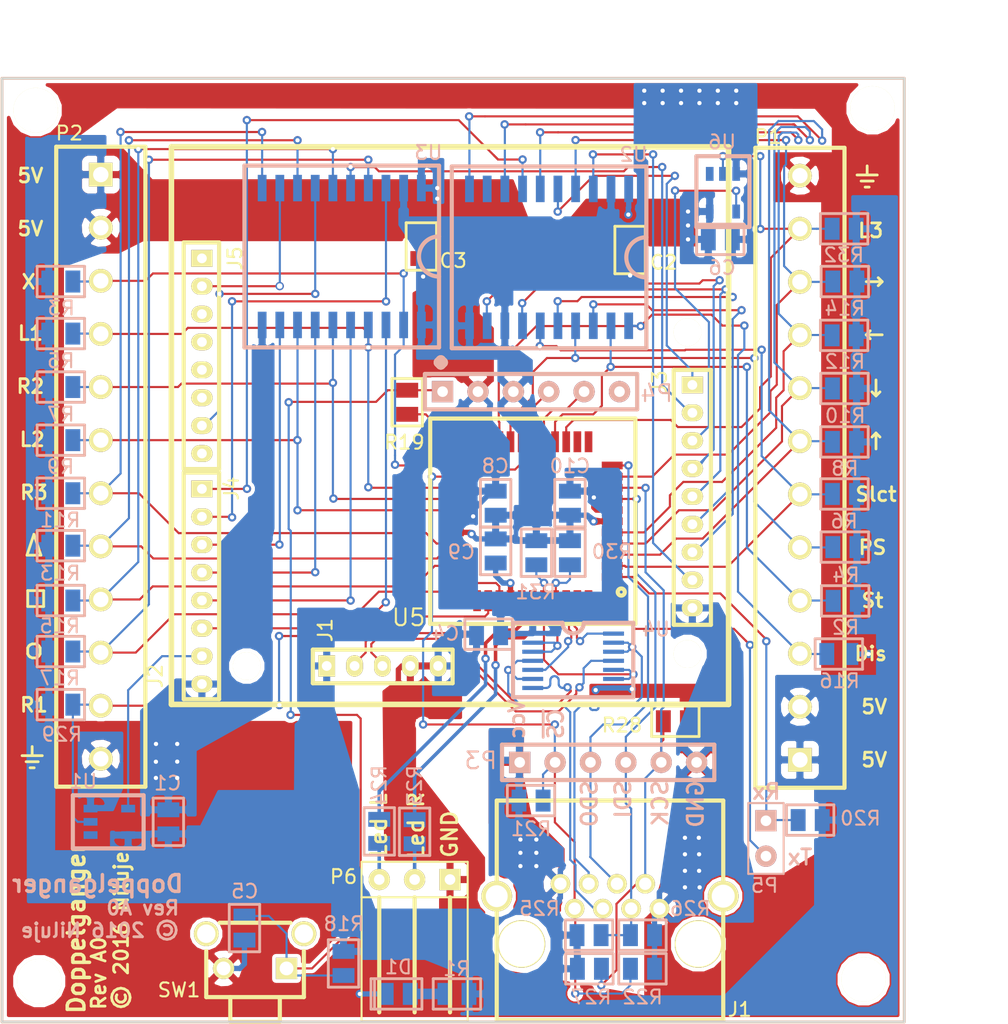
<source format=kicad_pcb>
(kicad_pcb (version 4) (host pcbnew 4.1.0-alpha+201608101232+7015~46~ubuntu14.04.1-product)
  (layers (0 F.Cu signal hide) (31 B.Cu signal hide) (34 B.Paste user) (35 F.Paste user hide) (36 B.SilkS user) (37 F.SilkS user hide) (38 B.Mask user) (39 F.Mask user hide) (44 Edge.Cuts user))
  (net 0 "")
  (net 1 GND)
  (net 2 "Net-(U5-Pad12)")
  (net 3 "Net-(U5-Pad13)")
  (net 4 "Net-(U5-Pad33)")
  (net 5 "Net-(U5-Pad34)")
  (net 6 /MCLR)
  (net 7 /SDI)
  (net 8 /USB_INPUT-)
  (net 9 /CSS1)
  (net 10 /SDO)
  (net 11 /USB_INPUT+)
  (net 12 /B_R1)
  (net 13 /B_R3)
  (net 14 /B_SQUARE)
  (net 15 /B_CIRCLE)
  (net 16 /B_CROSS)
  (net 17 /B_SELECT)
  (net 18 /B_R2)
  (net 19 /B_L2)
  (net 20 "Net-(J2-PadJ5_1)")
  (net 21 /B_START)
  (net 22 /B_RIGHT)
  (net 23 /B_LEFT)
  (net 24 /B_L3)
  (net 25 /B_DOWN)
  (net 26 /B_UP)
  (net 27 /B_L1)
  (net 28 /B_PS_KEY)
  (net 29 /USB_EXT+)
  (net 30 /USB_EXT-)
  (net 31 /PS_KEY)
  (net 32 /L1)
  (net 33 /L3)
  (net 34 /UP)
  (net 35 /LEFT)
  (net 36 /RIGHT)
  (net 37 /DOWN)
  (net 38 /START)
  (net 39 /L2)
  (net 40 /R2)
  (net 41 /SELECT)
  (net 42 /CROSS)
  (net 43 /CIRCLE)
  (net 44 /TRIANGLE)
  (net 45 /R3)
  (net 46 /SQUARE)
  (net 47 /R1)
  (net 48 /SCK)
  (net 49 /PGD)
  (net 50 /PGC)
  (net 51 "Net-(P4-Pad6)")
  (net 52 /Uart_Rx)
  (net 53 /Uart_Tx)
  (net 54 "Net-(R19-Pad1)")
  (net 55 /LED_L)
  (net 56 /LED_R)
  (net 57 /EXT_EN)
  (net 58 /MAIN_EN)
  (net 59 VDD)
  (net 60 /USB_DOP+)
  (net 61 /USB_DOP-)
  (net 62 "Net-(C9-Pad1)")
  (net 63 /LED_RR)
  (net 64 /LED_LR)
  (net 65 /B_TRIANGLE)
  (net 66 "Net-(D1-PadA)")
  (net 67 "Net-(U5-Pad21)")
  (net 68 "Net-(U5-Pad22)")
  (net 69 /Disable)
  (net 70 "Net-(U2-Pad12)")
  (module LOGO (layer F.Cu) (at 135.89 111.125)
    (fp_text reference G*** hide)
    (fp_text value LOGO hide)
  )
  (module Doppelganger:SOIC20-DW (layer B.Cu) (at 164.2364 75.6666 180)
    (fp_text reference U2 (at -0.3556 12.2936 180) (layer B.SilkS) (effects (justify mirror)))
    (fp_text value SN54BCT760)
    (pad 1 smd rect (at 0 0 180) (size 0.63 1.9) (layers B.Cu B.Paste B.Mask) (net 69 /Disable))
    (pad 2 smd rect (at 1.27 0 180) (size 0.63 1.9) (layers B.Cu B.Paste B.Mask) (net 38 /START))
    (pad 3 smd rect (at 2.54 0 180) (size 0.63 1.9) (layers B.Cu B.Paste B.Mask) (net 22 /B_RIGHT))
    (pad 4 smd rect (at 3.81 0 180) (size 0.63 1.9) (layers B.Cu B.Paste B.Mask) (net 31 /PS_KEY))
    (pad 5 smd rect (at 5.08 0 180) (size 0.63 1.9) (layers B.Cu B.Paste B.Mask) (net 23 /B_LEFT))
    (pad 6 smd rect (at 6.35 0 180) (size 0.63 1.9) (layers B.Cu B.Paste B.Mask) (net 41 /SELECT))
    (pad 7 smd rect (at 7.62 0 180) (size 0.63 1.9) (layers B.Cu B.Paste B.Mask) (net 25 /B_DOWN))
    (pad 8 smd rect (at 8.89 0 180) (size 0.63 1.9) (layers B.Cu B.Paste B.Mask) (net 1 GND))
    (pad 9 smd rect (at 10.16 0 180) (size 0.63 1.9) (layers B.Cu B.Paste B.Mask) (net 26 /B_UP))
    (pad 10 smd rect (at 11.43 0 180) (size 0.63 1.9) (layers B.Cu B.Paste B.Mask) (net 1 GND))
    (pad 11 smd rect (at 11.43 9.82 180) (size 0.63 1.9) (layers B.Cu B.Paste B.Mask) (net 34 /UP))
    (pad 12 smd rect (at 10.16 9.82 180) (size 0.63 1.9) (layers B.Cu B.Paste B.Mask) (net 70 "Net-(U2-Pad12)"))
    (pad 13 smd rect (at 8.89 9.82 180) (size 0.63 1.9) (layers B.Cu B.Paste B.Mask) (net 37 /DOWN))
    (pad 14 smd rect (at 7.62 9.82 180) (size 0.63 1.9) (layers B.Cu B.Paste B.Mask) (net 17 /B_SELECT))
    (pad 15 smd rect (at 6.35 9.82 180) (size 0.63 1.9) (layers B.Cu B.Paste B.Mask) (net 35 /LEFT))
    (pad 16 smd rect (at 5.08 9.82 180) (size 0.63 1.9) (layers B.Cu B.Paste B.Mask) (net 28 /B_PS_KEY))
    (pad 17 smd rect (at 3.81 9.82 180) (size 0.63 1.9) (layers B.Cu B.Paste B.Mask) (net 36 /RIGHT))
    (pad 18 smd rect (at 2.54 9.82 180) (size 0.63 1.9) (layers B.Cu B.Paste B.Mask) (net 21 /B_START))
    (pad 19 smd rect (at 1.27 9.82 180) (size 0.63 1.9) (layers B.Cu B.Paste B.Mask) (net 1 GND))
    (pad 20 smd rect (at 0 9.82 180) (size 0.63 1.9) (layers B.Cu B.Paste B.Mask) (net 59 VDD))
  )
  (module Doppelganger:SOIC20-DW (layer B.Cu) (at 149.352 75.606 180)
    (fp_text reference U3 (at -0.508 12.36 180) (layer B.SilkS) (effects (justify mirror)))
    (fp_text value SN54BCT760)
    (pad 1 smd rect (at 0 0 180) (size 0.63 1.9) (layers B.Cu B.Paste B.Mask) (net 1 GND))
    (pad 2 smd rect (at 1.27 0 180) (size 0.63 1.9) (layers B.Cu B.Paste B.Mask) (net 42 /CROSS))
    (pad 3 smd rect (at 2.54 0 180) (size 0.63 1.9) (layers B.Cu B.Paste B.Mask) (net 13 /B_R3))
    (pad 4 smd rect (at 3.81 0 180) (size 0.63 1.9) (layers B.Cu B.Paste B.Mask) (net 32 /L1))
    (pad 5 smd rect (at 5.08 0 180) (size 0.63 1.9) (layers B.Cu B.Paste B.Mask) (net 65 /B_TRIANGLE))
    (pad 6 smd rect (at 6.35 0 180) (size 0.63 1.9) (layers B.Cu B.Paste B.Mask) (net 40 /R2))
    (pad 7 smd rect (at 7.62 0 180) (size 0.63 1.9) (layers B.Cu B.Paste B.Mask) (net 14 /B_SQUARE))
    (pad 8 smd rect (at 8.89 0 180) (size 0.63 1.9) (layers B.Cu B.Paste B.Mask) (net 39 /L2))
    (pad 9 smd rect (at 10.16 0 180) (size 0.63 1.9) (layers B.Cu B.Paste B.Mask) (net 15 /B_CIRCLE))
    (pad 10 smd rect (at 11.43 0 180) (size 0.63 1.9) (layers B.Cu B.Paste B.Mask) (net 1 GND))
    (pad 11 smd rect (at 11.43 9.82 180) (size 0.63 1.9) (layers B.Cu B.Paste B.Mask) (net 45 /R3))
    (pad 12 smd rect (at 10.16 9.82 180) (size 0.63 1.9) (layers B.Cu B.Paste B.Mask) (net 19 /B_L2))
    (pad 13 smd rect (at 8.89 9.82 180) (size 0.63 1.9) (layers B.Cu B.Paste B.Mask) (net 44 /TRIANGLE))
    (pad 14 smd rect (at 7.62 9.82 180) (size 0.63 1.9) (layers B.Cu B.Paste B.Mask) (net 18 /B_R2))
    (pad 15 smd rect (at 6.35 9.82 180) (size 0.63 1.9) (layers B.Cu B.Paste B.Mask) (net 46 /SQUARE))
    (pad 16 smd rect (at 5.08 9.82 180) (size 0.63 1.9) (layers B.Cu B.Paste B.Mask) (net 27 /B_L1))
    (pad 17 smd rect (at 3.81 9.82 180) (size 0.63 1.9) (layers B.Cu B.Paste B.Mask) (net 43 /CIRCLE))
    (pad 18 smd rect (at 2.54 9.82 180) (size 0.63 1.9) (layers B.Cu B.Paste B.Mask) (net 16 /B_CROSS))
    (pad 19 smd rect (at 1.27 9.82 180) (size 0.63 1.9) (layers B.Cu B.Paste B.Mask) (net 1 GND))
    (pad 20 smd rect (at 0 9.82 180) (size 0.63 1.9) (layers B.Cu B.Paste B.Mask) (net 59 VDD))
  )
  (module Doppelganger:0805R (layer B.Cu) (at 123.4694 76.2254)
    (fp_text reference R5 (at 0 1.9558) (layer B.SilkS) (effects (justify mirror)))
    (fp_text value 10K)
    (pad 1 smd rect (at -0.8636 0) (size 1.0668 1.5748) (layers B.Cu B.Paste B.Mask) (net 59 VDD))
    (pad 2 smd rect (at 0.8636 0) (size 1.0668 1.5748) (layers B.Cu B.Paste B.Mask) (net 32 /L1))
  )
  (module Doppelganger:SIL6 (layer B.Cu) (at 156.4132 106.9848)
    (fp_text reference P3 (at -2.794 -0.127) (layer B.SilkS) (effects (font (size 1.2 1.2)) (justify mirror)))
    (fp_text value CONN_01X06)
    (pad 1 thru_hole rect (at 0 0) (size 1.524 1.524) (drill 0.762) (layers *.Cu *.Mask B.SilkS) (net 59 VDD))
    (pad 2 thru_hole circle (at 2.54 0) (size 1.524 1.524) (drill 0.762) (layers *.Cu *.Mask B.SilkS) (net 9 /CSS1))
    (pad 3 thru_hole circle (at 5.08 0) (size 1.524 1.524) (drill 0.762) (layers *.Cu *.Mask B.SilkS) (net 10 /SDO))
    (pad 4 thru_hole circle (at 7.62 0) (size 1.524 1.524) (drill 0.762) (layers *.Cu *.Mask B.SilkS) (net 7 /SDI))
    (pad 5 thru_hole circle (at 10.16 0) (size 1.524 1.524) (drill 0.762) (layers *.Cu *.Mask B.SilkS) (net 48 /SCK))
    (pad 6 thru_hole circle (at 12.7 0) (size 1.524 1.524) (drill 0.762) (layers *.Cu *.Mask B.SilkS) (net 1 GND))
  )
  (module Doppelganger:0805C (layer B.Cu) (at 131.191 111.252 90)
    (fp_text reference C1 (at 2.7686 -0.0508) (layer B.SilkS) (effects (justify mirror)))
    (fp_text value 0.1µF)
    (pad 1 smd rect (at -0.8636 0 90) (size 1.0668 1.5748) (layers B.Cu B.Paste B.Mask) (net 59 VDD))
    (pad 2 smd rect (at 0.8636 0 90) (size 1.0668 1.5748) (layers B.Cu B.Paste B.Mask) (net 1 GND))
  )
  (module Doppelganger:0805C (layer F.Cu) (at 164.338 70.231 270)
    (fp_text reference C2 (at 0.889 -2.413 180) (layer F.SilkS))
    (fp_text value 0.1µF)
    (pad 1 smd rect (at -0.8636 0 270) (size 1.0668 1.5748) (layers F.Cu F.Paste F.Mask) (net 59 VDD))
    (pad 2 smd rect (at 0.8636 0 270) (size 1.0668 1.5748) (layers F.Cu F.Paste F.Mask) (net 1 GND))
  )
  (module Doppelganger:0805C (layer F.Cu) (at 149.352 69.977 270)
    (fp_text reference C3 (at 1.016 -2.286) (layer F.SilkS))
    (fp_text value 0.1µF)
    (pad 1 smd rect (at -0.8636 0 270) (size 1.0668 1.5748) (layers F.Cu F.Paste F.Mask) (net 59 VDD))
    (pad 2 smd rect (at 0.8636 0 270) (size 1.0668 1.5748) (layers F.Cu F.Paste F.Mask) (net 1 GND))
  )
  (module Doppelganger:0805C (layer B.Cu) (at 154.178 97.79 180)
    (fp_text reference C4 (at 3.0734 0.0508) (layer B.SilkS) (effects (justify mirror)))
    (fp_text value 0.1µF)
    (pad 1 smd rect (at -0.8636 0 180) (size 1.0668 1.5748) (layers B.Cu B.Paste B.Mask) (net 59 VDD))
    (pad 2 smd rect (at 0.8636 0 180) (size 1.0668 1.5748) (layers B.Cu B.Paste B.Mask) (net 1 GND))
  )
  (module Doppelganger:0805C (layer B.Cu) (at 136.652 118.872 270)
    (fp_text reference C5 (at -2.6416 -0.0254 180) (layer B.SilkS) (effects (justify mirror)))
    (fp_text value 0.1µF)
    (pad 1 smd rect (at -0.8636 0 270) (size 1.0668 1.5748) (layers B.Cu B.Paste B.Mask) (net 6 /MCLR))
    (pad 2 smd rect (at 0.8636 0 270) (size 1.0668 1.5748) (layers B.Cu B.Paste B.Mask) (net 1 GND))
  )
  (module Doppelganger:0805C (layer B.Cu) (at 154.686 88.392 270)
    (fp_text reference C8 (at -2.667 0.0254) (layer B.SilkS) (effects (justify mirror)))
    (fp_text value 0.1µF)
    (pad 1 smd rect (at -0.8636 0 270) (size 1.0668 1.5748) (layers B.Cu B.Paste B.Mask) (net 59 VDD))
    (pad 2 smd rect (at 0.8636 0 270) (size 1.0668 1.5748) (layers B.Cu B.Paste B.Mask) (net 1 GND))
  )
  (module Doppelganger:0805C (layer B.Cu) (at 154.686 91.821 90)
    (fp_text reference C9 (at -0.0762 -2.4638) (layer B.SilkS) (effects (justify mirror)))
    (fp_text value 330nF)
    (pad 1 smd rect (at -0.8636 0 90) (size 1.0668 1.5748) (layers B.Cu B.Paste B.Mask) (net 62 "Net-(C9-Pad1)"))
    (pad 2 smd rect (at 0.8636 0 90) (size 1.0668 1.5748) (layers B.Cu B.Paste B.Mask) (net 1 GND))
  )
  (module Doppelganger:0805C (layer B.Cu) (at 160.02 88.392 270)
    (fp_text reference C10 (at -2.667 0) (layer B.SilkS) (effects (justify mirror)))
    (fp_text value 0.1µF)
    (pad 1 smd rect (at -0.8636 0 270) (size 1.0668 1.5748) (layers B.Cu B.Paste B.Mask) (net 59 VDD))
    (pad 2 smd rect (at 0.8636 0 270) (size 1.0668 1.5748) (layers B.Cu B.Paste B.Mask) (net 1 GND))
  )
  (module Doppelganger:0805LED (layer B.Cu) (at 147.69084 123.5964 180)
    (fp_text reference D1 (at -0.01016 1.9304 180) (layer B.SilkS) (effects (justify mirror)))
    (fp_text value LED)
    (pad A smd rect (at -0.8636 0 180) (size 1.0668 1.5748) (layers B.Cu B.Paste B.Mask) (net 66 "Net-(D1-PadA)"))
    (pad K smd rect (at 0.8636 0 180) (size 1.0668 1.5748) (layers B.Cu B.Paste B.Mask) (net 1 GND))
  )
  (module Doppelganger:SIL2 (layer B.Cu) (at 174.0916 111.1758 270)
    (fp_text reference P5 (at 4.6482 0.1016) (layer B.SilkS) (effects (justify mirror)))
    (fp_text value "TTL Serial")
    (pad 1 thru_hole rect (at 0 0 270) (size 1.524 1.524) (drill 0.762) (layers *.Cu *.Mask B.SilkS) (net 52 /Uart_Rx))
    (pad 2 thru_hole circle (at 2.54 0 270) (size 1.524 1.524) (drill 0.762) (layers *.Cu *.Mask B.SilkS) (net 53 /Uart_Tx))
  )
  (module Doppelganger:SIL3_Angled (layer F.Cu) (at 151.4094 115.3922 180)
    (fp_text reference P6 (at 7.6454 0.2032 180) (layer F.SilkS))
    (fp_text value "Status LED")
    (pad 1 thru_hole rect (at 0 0 180) (size 1.524 1.524) (drill 0.762) (layers *.Cu *.Mask F.SilkS) (net 1 GND))
    (pad 2 thru_hole circle (at 2.54 0 180) (size 1.524 1.524) (drill 0.762) (layers *.Cu *.Mask F.SilkS) (net 63 /LED_RR))
    (pad 3 thru_hole circle (at 5.08 0 180) (size 1.524 1.524) (drill 0.762) (layers *.Cu *.Mask F.SilkS) (net 64 /LED_LR))
  )
  (module Doppelganger:0805R (layer B.Cu) (at 151.90724 123.5964 180)
    (fp_text reference R1 (at 0.01524 1.8034 180) (layer B.SilkS) (effects (justify mirror)))
    (fp_text value 330R)
    (pad 1 smd rect (at -0.8636 0 180) (size 1.0668 1.5748) (layers B.Cu B.Paste B.Mask) (net 59 VDD))
    (pad 2 smd rect (at 0.8636 0 180) (size 1.0668 1.5748) (layers B.Cu B.Paste B.Mask) (net 66 "Net-(D1-PadA)"))
  )
  (module Doppelganger:0805R (layer B.Cu) (at 179.7812 95.4024 180)
    (fp_text reference R2 (at -0.0254 -1.905 180) (layer B.SilkS) (effects (justify mirror)))
    (fp_text value 10K)
    (pad 1 smd rect (at -0.8636 0 180) (size 1.0668 1.5748) (layers B.Cu B.Paste B.Mask) (net 59 VDD))
    (pad 2 smd rect (at 0.8636 0 180) (size 1.0668 1.5748) (layers B.Cu B.Paste B.Mask) (net 38 /START))
  )
  (module Doppelganger:0805R (layer B.Cu) (at 123.4694 72.4916)
    (fp_text reference R3 (at 0.0254 1.905) (layer B.SilkS) (effects (justify mirror)))
    (fp_text value 10K)
    (pad 1 smd rect (at -0.8636 0) (size 1.0668 1.5748) (layers B.Cu B.Paste B.Mask) (net 59 VDD))
    (pad 2 smd rect (at 0.8636 0) (size 1.0668 1.5748) (layers B.Cu B.Paste B.Mask) (net 42 /CROSS))
  )
  (module Doppelganger:0805R (layer B.Cu) (at 179.7558 91.5416 180)
    (fp_text reference R4 (at -0.0762 -2.0066 180) (layer B.SilkS) (effects (justify mirror)))
    (fp_text value 10K)
    (pad 1 smd rect (at -0.8636 0 180) (size 1.0668 1.5748) (layers B.Cu B.Paste B.Mask) (net 59 VDD))
    (pad 2 smd rect (at 0.8636 0 180) (size 1.0668 1.5748) (layers B.Cu B.Paste B.Mask) (net 31 /PS_KEY))
  )
  (module Doppelganger:0805R (layer B.Cu) (at 179.7304 87.7316 180)
    (fp_text reference R6 (at 0.0254 -1.9558 180) (layer B.SilkS) (effects (justify mirror)))
    (fp_text value 10K)
    (pad 1 smd rect (at -0.8636 0 180) (size 1.0668 1.5748) (layers B.Cu B.Paste B.Mask) (net 59 VDD))
    (pad 2 smd rect (at 0.8636 0 180) (size 1.0668 1.5748) (layers B.Cu B.Paste B.Mask) (net 41 /SELECT))
  )
  (module Doppelganger:0805R (layer B.Cu) (at 123.4694 80.0608)
    (fp_text reference R7 (at 0 1.9558) (layer B.SilkS) (effects (justify mirror)))
    (fp_text value 10K)
    (pad 1 smd rect (at -0.8636 0) (size 1.0668 1.5748) (layers B.Cu B.Paste B.Mask) (net 59 VDD))
    (pad 2 smd rect (at 0.8636 0) (size 1.0668 1.5748) (layers B.Cu B.Paste B.Mask) (net 40 /R2))
  )
  (module Doppelganger:0805R (layer B.Cu) (at 179.7304 83.9978 180)
    (fp_text reference R8 (at -0.0254 -1.905 180) (layer B.SilkS) (effects (justify mirror)))
    (fp_text value 10K)
    (pad 1 smd rect (at -0.8636 0 180) (size 1.0668 1.5748) (layers B.Cu B.Paste B.Mask) (net 59 VDD))
    (pad 2 smd rect (at 0.8636 0 180) (size 1.0668 1.5748) (layers B.Cu B.Paste B.Mask) (net 34 /UP))
  )
  (module Doppelganger:0805R (layer B.Cu) (at 123.4694 83.8708)
    (fp_text reference R9 (at -0.0254 1.905) (layer B.SilkS) (effects (justify mirror)))
    (fp_text value 10K)
    (pad 1 smd rect (at -0.8636 0) (size 1.0668 1.5748) (layers B.Cu B.Paste B.Mask) (net 59 VDD))
    (pad 2 smd rect (at 0.8636 0) (size 1.0668 1.5748) (layers B.Cu B.Paste B.Mask) (net 39 /L2))
  )
  (module Doppelganger:0805R (layer B.Cu) (at 179.7304 80.1624 180)
    (fp_text reference R10 (at -0.0508 -1.9558 180) (layer B.SilkS) (effects (justify mirror)))
    (fp_text value 10K)
    (pad 1 smd rect (at -0.8636 0 180) (size 1.0668 1.5748) (layers B.Cu B.Paste B.Mask) (net 59 VDD))
    (pad 2 smd rect (at 0.8636 0 180) (size 1.0668 1.5748) (layers B.Cu B.Paste B.Mask) (net 37 /DOWN))
  )
  (module Doppelganger:0805R (layer B.Cu) (at 123.4694 87.6808)
    (fp_text reference R11 (at -0.0508 1.9304) (layer B.SilkS) (effects (justify mirror)))
    (fp_text value 10K)
    (pad 1 smd rect (at -0.8636 0) (size 1.0668 1.5748) (layers B.Cu B.Paste B.Mask) (net 59 VDD))
    (pad 2 smd rect (at 0.8636 0) (size 1.0668 1.5748) (layers B.Cu B.Paste B.Mask) (net 45 /R3))
  )
  (module Doppelganger:0805R (layer B.Cu) (at 179.705 76.3524 180)
    (fp_text reference R12 (at -0.0508 -1.8796 180) (layer B.SilkS) (effects (justify mirror)))
    (fp_text value 10K)
    (pad 1 smd rect (at -0.8636 0 180) (size 1.0668 1.5748) (layers B.Cu B.Paste B.Mask) (net 59 VDD))
    (pad 2 smd rect (at 0.8636 0 180) (size 1.0668 1.5748) (layers B.Cu B.Paste B.Mask) (net 35 /LEFT))
  )
  (module Doppelganger:0805R (layer B.Cu) (at 123.4694 91.44)
    (fp_text reference R13 (at -0.0508 1.9812) (layer B.SilkS) (effects (justify mirror)))
    (fp_text value 10K)
    (pad 1 smd rect (at -0.8636 0) (size 1.0668 1.5748) (layers B.Cu B.Paste B.Mask) (net 59 VDD))
    (pad 2 smd rect (at 0.8636 0) (size 1.0668 1.5748) (layers B.Cu B.Paste B.Mask) (net 44 /TRIANGLE))
  )
  (module Doppelganger:0805R (layer B.Cu) (at 179.7558 72.4916 180)
    (fp_text reference R14 (at 0 -1.9304 180) (layer B.SilkS) (effects (justify mirror)))
    (fp_text value 10K)
    (pad 1 smd rect (at -0.8636 0 180) (size 1.0668 1.5748) (layers B.Cu B.Paste B.Mask) (net 59 VDD))
    (pad 2 smd rect (at 0.8636 0 180) (size 1.0668 1.5748) (layers B.Cu B.Paste B.Mask) (net 36 /RIGHT))
  )
  (module Doppelganger:0805R (layer B.Cu) (at 123.4694 95.377)
    (fp_text reference R15 (at -0.0762 1.8288) (layer B.SilkS) (effects (justify mirror)))
    (fp_text value 10K)
    (pad 1 smd rect (at -0.8636 0) (size 1.0668 1.5748) (layers B.Cu B.Paste B.Mask) (net 59 VDD))
    (pad 2 smd rect (at 0.8636 0) (size 1.0668 1.5748) (layers B.Cu B.Paste B.Mask) (net 46 /SQUARE))
  )
  (module Doppelganger:0805R (layer B.Cu) (at 179.324 99.2124 180)
    (fp_text reference R16 (at -0.0508 -1.9304 180) (layer B.SilkS) (effects (justify mirror)))
    (fp_text value 10K)
    (pad 1 smd rect (at -0.8636 0 180) (size 1.0668 1.5748) (layers B.Cu B.Paste B.Mask) (net 1 GND))
    (pad 2 smd rect (at 0.8636 0 180) (size 1.0668 1.5748) (layers B.Cu B.Paste B.Mask) (net 69 /Disable))
  )
  (module Doppelganger:0805R (layer B.Cu) (at 123.4694 99.0346)
    (fp_text reference R17 (at -0.0762 1.905) (layer B.SilkS) (effects (justify mirror)))
    (fp_text value 10K)
    (pad 1 smd rect (at -0.8636 0) (size 1.0668 1.5748) (layers B.Cu B.Paste B.Mask) (net 59 VDD))
    (pad 2 smd rect (at 0.8636 0) (size 1.0668 1.5748) (layers B.Cu B.Paste B.Mask) (net 43 /CIRCLE))
  )
  (module Doppelganger:0805R (layer B.Cu) (at 143.764 121.412 270)
    (fp_text reference R18 (at -2.8448 -0.0254 360) (layer B.SilkS) (effects (justify mirror)))
    (fp_text value 10K)
    (pad 1 smd rect (at -0.8636 0 270) (size 1.0668 1.5748) (layers B.Cu B.Paste B.Mask) (net 59 VDD))
    (pad 2 smd rect (at 0.8636 0 270) (size 1.0668 1.5748) (layers B.Cu B.Paste B.Mask) (net 6 /MCLR))
  )
  (module Doppelganger:0805R (layer F.Cu) (at 148.336 81.153 90)
    (fp_text reference R19 (at -2.8702 -0.2032) (layer F.SilkS))
    (fp_text value 100R)
    (pad 1 smd rect (at -0.8636 0 90) (size 1.0668 1.5748) (layers F.Cu F.Paste F.Mask) (net 54 "Net-(R19-Pad1)"))
    (pad 2 smd rect (at 0.8636 0 90) (size 1.0668 1.5748) (layers F.Cu F.Paste F.Mask) (net 6 /MCLR))
  )
  (module Doppelganger:0805R (layer B.Cu) (at 177.2666 111.125 180)
    (fp_text reference R20 (at -3.6068 0.127) (layer B.SilkS) (effects (justify mirror)))
    (fp_text value 10K)
    (pad 1 smd rect (at -0.8636 0 180) (size 1.0668 1.5748) (layers B.Cu B.Paste B.Mask) (net 59 VDD))
    (pad 2 smd rect (at 0.8636 0 180) (size 1.0668 1.5748) (layers B.Cu B.Paste B.Mask) (net 52 /Uart_Rx))
  )
  (module Doppelganger:0805R (layer B.Cu) (at 157.226 109.728 180)
    (fp_text reference R21 (at 0 -2.032 180) (layer B.SilkS) (effects (justify mirror)))
    (fp_text value 10K)
    (pad 1 smd rect (at -0.8636 0 180) (size 1.0668 1.5748) (layers B.Cu B.Paste B.Mask) (net 9 /CSS1))
    (pad 2 smd rect (at 0.8636 0 180) (size 1.0668 1.5748) (layers B.Cu B.Paste B.Mask) (net 59 VDD))
  )
  (module Doppelganger:0805R (layer B.Cu) (at 165.227 121.793 180)
    (fp_text reference R22 (at 0 -2.032 180) (layer B.SilkS) (effects (justify mirror)))
    (fp_text value 10K)
    (pad 1 smd rect (at -0.8636 0 180) (size 1.0668 1.5748) (layers B.Cu B.Paste B.Mask) (net 1 GND))
    (pad 2 smd rect (at 0.8636 0 180) (size 1.0668 1.5748) (layers B.Cu B.Paste B.Mask) (net 9 /CSS1))
  )
  (module Doppelganger:0805R (layer B.Cu) (at 148.8694 111.9632 90)
    (fp_text reference R23 (at 3.3274 0 90) (layer B.SilkS) (effects (justify mirror)))
    (fp_text value 330R)
    (pad 1 smd rect (at -0.8636 0 90) (size 1.0668 1.5748) (layers B.Cu B.Paste B.Mask) (net 63 /LED_RR))
    (pad 2 smd rect (at 0.8636 0 90) (size 1.0668 1.5748) (layers B.Cu B.Paste B.Mask) (net 56 /LED_R))
  )
  (module Doppelganger:0805R (layer B.Cu) (at 146.3294 111.9378 90)
    (fp_text reference R24 (at 3.302 0 90) (layer B.SilkS) (effects (justify mirror)))
    (fp_text value 330R)
    (pad 1 smd rect (at -0.8636 0 90) (size 1.0668 1.5748) (layers B.Cu B.Paste B.Mask) (net 64 /LED_LR))
    (pad 2 smd rect (at 0.8636 0 90) (size 1.0668 1.5748) (layers B.Cu B.Paste B.Mask) (net 55 /LED_L))
  )
  (module Doppelganger:0805R (layer B.Cu) (at 161.3916 119.38 180)
    (fp_text reference R25 (at 3.556 1.905 180) (layer B.SilkS) (effects (justify mirror)))
    (fp_text value 10K)
    (pad 1 smd rect (at -0.8636 0 180) (size 1.0668 1.5748) (layers B.Cu B.Paste B.Mask) (net 7 /SDI))
    (pad 2 smd rect (at 0.8636 0 180) (size 1.0668 1.5748) (layers B.Cu B.Paste B.Mask) (net 59 VDD))
  )
  (module Doppelganger:0805R (layer B.Cu) (at 165.227 119.38 180)
    (fp_text reference R26 (at -3.429 1.905 180) (layer B.SilkS) (effects (justify mirror)))
    (fp_text value 10K)
    (pad 1 smd rect (at -0.8636 0 180) (size 1.0668 1.5748) (layers B.Cu B.Paste B.Mask) (net 1 GND))
    (pad 2 smd rect (at 0.8636 0 180) (size 1.0668 1.5748) (layers B.Cu B.Paste B.Mask) (net 7 /SDI))
  )
  (module Doppelganger:0805R (layer B.Cu) (at 161.417 121.793 180)
    (fp_text reference R27 (at -0.127 -2.032 180) (layer B.SilkS) (effects (justify mirror)))
    (fp_text value 10K)
    (pad 1 smd rect (at -0.8636 0 180) (size 1.0668 1.5748) (layers B.Cu B.Paste B.Mask) (net 48 /SCK))
    (pad 2 smd rect (at 0.8636 0 180) (size 1.0668 1.5748) (layers B.Cu B.Paste B.Mask) (net 59 VDD))
  )
  (module Doppelganger:0805R (layer F.Cu) (at 167.5892 104.0384 180)
    (fp_text reference R28 (at 3.8354 -0.2794) (layer F.SilkS))
    (fp_text value 10K)
    (pad 1 smd rect (at -0.8636 0 180) (size 1.0668 1.5748) (layers F.Cu F.Paste F.Mask) (net 1 GND))
    (pad 2 smd rect (at 0.8636 0 180) (size 1.0668 1.5748) (layers F.Cu F.Paste F.Mask) (net 48 /SCK))
  )
  (module Doppelganger:0805R (layer B.Cu) (at 123.4694 102.8446)
    (fp_text reference R29 (at 0.0762 2.1336) (layer B.SilkS) (effects (justify mirror)))
    (fp_text value 10K)
    (pad 1 smd rect (at -0.8636 0) (size 1.0668 1.5748) (layers B.Cu B.Paste B.Mask) (net 59 VDD))
    (pad 2 smd rect (at 0.8636 0) (size 1.0668 1.5748) (layers B.Cu B.Paste B.Mask) (net 47 /R1))
  )
  (module Doppelganger:0805R (layer B.Cu) (at 160.02 91.948 90)
    (fp_text reference R30 (at 0.0762 3.0226) (layer B.SilkS) (effects (justify mirror)))
    (fp_text value 10K)
    (pad 1 smd rect (at -0.8636 0 90) (size 1.0668 1.5748) (layers B.Cu B.Paste B.Mask) (net 58 /MAIN_EN))
    (pad 2 smd rect (at 0.8636 0 90) (size 1.0668 1.5748) (layers B.Cu B.Paste B.Mask) (net 1 GND))
  )
  (module Doppelganger:0805R (layer B.Cu) (at 157.607 91.948 90)
    (fp_text reference R31 (at -2.8194 -0.0508) (layer B.SilkS) (effects (justify mirror)))
    (fp_text value 10K)
    (pad 1 smd rect (at -0.8636 0 90) (size 1.0668 1.5748) (layers B.Cu B.Paste B.Mask) (net 57 /EXT_EN))
    (pad 2 smd rect (at 0.8636 0 90) (size 1.0668 1.5748) (layers B.Cu B.Paste B.Mask) (net 1 GND))
  )
  (module Doppelganger:BP (layer F.Cu) (at 137.414 120.523 180)
    (fp_text reference SW1 (at 5.461 -2.794 180) (layer F.SilkS))
    (fp_text value SW_PUSH)
    (pad 1 thru_hole rect (at -2.261 -1.245 180) (size 1.524 1.524) (drill 0.991) (layers *.Cu *.Mask F.SilkS) (net 6 /MCLR))
    (pad 2 thru_hole circle (at 2.261 -1.245 180) (size 1.524 1.524) (drill 0.991) (layers *.Cu *.Mask F.SilkS) (net 1 GND))
    (pad 3 thru_hole circle (at -3.505 1.245 180) (size 1.778 1.778) (drill 1.321) (layers *.Cu *.Mask F.SilkS))
    (pad 4 thru_hole circle (at 3.505 1.245 180) (size 1.778 1.778) (drill 1.321) (layers *.Cu *.Mask F.SilkS))
  )
  (module Doppelganger:DBV (layer B.Cu) (at 125.603 111.252 90)
    (fp_text reference U1 (at 2.8956 -0.5334 180) (layer B.SilkS) (effects (justify mirror)))
    (fp_text value SN74LVC1G06)
    (pad 2 smd rect (at 0 0 90) (size 0.55 1) (layers B.Cu B.Paste B.Mask) (net 47 /R1))
    (pad 1 smd rect (at -0.95 0 90) (size 0.55 1) (layers B.Cu B.Paste B.Mask))
    (pad 3 smd rect (at 0.95 0 90) (size 0.55 1) (layers B.Cu B.Paste B.Mask) (net 1 GND))
    (pad 4 smd rect (at 0.95 2.7 90) (size 0.55 1) (layers B.Cu B.Paste B.Mask) (net 12 /B_R1))
    (pad 5 smd rect (at -0.95 2.7 90) (size 0.55 1) (layers B.Cu B.Paste B.Mask) (net 59 VDD))
  )
  (module Doppelganger:TSSOP14 (layer B.Cu) (at 160.2486 100.0252)
    (fp_text reference U4 (at 5.9436 -2.5908) (layer B.SilkS) (effects (justify mirror)))
    (fp_text value MAX4737)
    (pad 14 smd rect (at -2.9 -2.275 270) (size 0.3 1.5) (layers B.Cu B.Paste B.Mask) (net 59 VDD))
    (pad 13 smd rect (at -2.9 -1.625 270) (size 0.3 1.5) (layers B.Cu B.Paste B.Mask) (net 58 /MAIN_EN))
    (pad 12 smd rect (at -2.9 -0.975 270) (size 0.3 1.5) (layers B.Cu B.Paste B.Mask) (net 58 /MAIN_EN))
    (pad 11 smd rect (at -2.9 -0.325 270) (size 0.3 1.5) (layers B.Cu B.Paste B.Mask) (net 8 /USB_INPUT-))
    (pad 10 smd rect (at -2.9 0.325 270) (size 0.3 1.5) (layers B.Cu B.Paste B.Mask) (net 61 /USB_DOP-))
    (pad 9 smd rect (at -2.9 0.975 270) (size 0.3 1.5) (layers B.Cu B.Paste B.Mask) (net 8 /USB_INPUT-))
    (pad 8 smd rect (at -2.9 1.625 270) (size 0.3 1.5) (layers B.Cu B.Paste B.Mask) (net 30 /USB_EXT-))
    (pad 7 smd rect (at 2.9 1.625 270) (size 0.3 1.5) (layers B.Cu B.Paste B.Mask) (net 1 GND))
    (pad 6 smd rect (at 2.9 0.975 270) (size 0.3 1.5) (layers B.Cu B.Paste B.Mask) (net 57 /EXT_EN))
    (pad 5 smd rect (at 2.9 0.325 270) (size 0.3 1.5) (layers B.Cu B.Paste B.Mask) (net 57 /EXT_EN))
    (pad 4 smd rect (at 2.9 -0.325 270) (size 0.3 1.5) (layers B.Cu B.Paste B.Mask) (net 29 /USB_EXT+))
    (pad 3 smd rect (at 2.9 -0.975 270) (size 0.3 1.5) (layers B.Cu B.Paste B.Mask) (net 11 /USB_INPUT+))
    (pad 2 smd rect (at 2.9 -1.625 270) (size 0.3 1.5) (layers B.Cu B.Paste B.Mask) (net 11 /USB_INPUT+))
    (pad 1 smd rect (at 2.9 -2.275 270) (size 0.3 1.5) (layers B.Cu B.Paste B.Mask) (net 60 /USB_DOP+))
  )
  (module Doppelganger:TQFP44 (layer F.Cu) (at 157.353 89.6874 180)
    (fp_text reference U5 (at 8.9154 -6.9088 180) (layer F.SilkS) (effects (font (size 1.2 1.2))))
    (fp_text value 18F45K50)
    (pad 1 smd rect (at -5.7 -4 270) (size 0.55 1.5) (layers F.Cu F.Paste F.Mask) (net 52 /Uart_Rx))
    (pad 2 smd rect (at -5.7 -3.2 270) (size 0.55 1.5) (layers F.Cu F.Paste F.Mask) (net 41 /SELECT))
    (pad 3 smd rect (at -5.7 -2.4 270) (size 0.55 1.5) (layers F.Cu F.Paste F.Mask) (net 34 /UP))
    (pad 4 smd rect (at -5.7 -1.6 270) (size 0.55 1.5) (layers F.Cu F.Paste F.Mask) (net 37 /DOWN))
    (pad 5 smd rect (at -5.7 -0.8 270) (size 0.55 1.5) (layers F.Cu F.Paste F.Mask) (net 35 /LEFT))
    (pad 6 smd rect (at -5.7 0 270) (size 0.55 1.5) (layers F.Cu F.Paste F.Mask) (net 1 GND))
    (pad 7 smd rect (at -5.7 0.8 270) (size 0.55 1.5) (layers F.Cu F.Paste F.Mask) (net 59 VDD))
    (pad 8 smd rect (at -5.7 1.6 270) (size 0.55 1.5) (layers F.Cu F.Paste F.Mask) (net 7 /SDI))
    (pad 9 smd rect (at -5.7 2.4 270) (size 0.55 1.5) (layers F.Cu F.Paste F.Mask) (net 48 /SCK))
    (pad 10 smd rect (at -5.7 3.2 270) (size 0.55 1.5) (layers F.Cu F.Paste F.Mask) (net 36 /RIGHT))
    (pad 11 smd rect (at -5.7 4 270) (size 0.55 1.5) (layers F.Cu F.Paste F.Mask) (net 10 /SDO))
    (pad 12 smd rect (at -4 5.7 180) (size 0.55 1.5) (layers F.Cu F.Paste F.Mask) (net 2 "Net-(U5-Pad12)"))
    (pad 13 smd rect (at -3.2 5.7 180) (size 0.55 1.5) (layers F.Cu F.Paste F.Mask) (net 3 "Net-(U5-Pad13)"))
    (pad 14 smd rect (at -2.4 5.7 180) (size 0.55 1.5) (layers F.Cu F.Paste F.Mask) (net 33 /L3))
    (pad 15 smd rect (at -1.6 5.7 180) (size 0.55 1.5) (layers F.Cu F.Paste F.Mask) (net 38 /START))
    (pad 16 smd rect (at -0.8 5.7 180) (size 0.55 1.5) (layers F.Cu F.Paste F.Mask) (net 50 /PGC))
    (pad 17 smd rect (at 0 5.7 180) (size 0.55 1.5) (layers F.Cu F.Paste F.Mask) (net 49 /PGD))
    (pad 18 smd rect (at 0.8 5.7 180) (size 0.55 1.5) (layers F.Cu F.Paste F.Mask) (net 54 "Net-(R19-Pad1)"))
    (pad 19 smd rect (at 1.6 5.7 180) (size 0.55 1.5) (layers F.Cu F.Paste F.Mask) (net 31 /PS_KEY))
    (pad 20 smd rect (at 2.4 5.7 180) (size 0.55 1.5) (layers F.Cu F.Paste F.Mask) (net 69 /Disable))
    (pad 21 smd rect (at 3.2 5.7 180) (size 0.55 1.5) (layers F.Cu F.Paste F.Mask) (net 67 "Net-(U5-Pad21)"))
    (pad 22 smd trapezoid (at 4 5.7 180) (size 0.55 1.5) (layers F.Cu F.Paste F.Mask) (net 68 "Net-(U5-Pad22)"))
    (pad 23 smd rect (at 5.7 4 270) (size 0.55 1.5) (layers F.Cu F.Paste F.Mask) (net 42 /CROSS))
    (pad 24 smd rect (at 5.7 3.2 270) (size 0.55 1.5) (layers F.Cu F.Paste F.Mask) (net 9 /CSS1))
    (pad 25 smd rect (at 5.7 2.4 270) (size 0.55 1.5) (layers F.Cu F.Paste F.Mask) (net 32 /L1))
    (pad 26 smd rect (at 5.7 1.6 270) (size 0.55 1.5) (layers F.Cu F.Paste F.Mask) (net 40 /R2))
    (pad 27 smd rect (at 5.7 0.8 270) (size 0.55 1.5) (layers F.Cu F.Paste F.Mask) (net 39 /L2))
    (pad 28 smd rect (at 5.7 0 270) (size 0.55 1.5) (layers F.Cu F.Paste F.Mask) (net 59 VDD))
    (pad 29 smd rect (at 5.7 -0.8 270) (size 0.55 1.5) (layers F.Cu F.Paste F.Mask) (net 1 GND))
    (pad 30 smd rect (at 5.7 -1.6 270) (size 0.55 1.5) (layers F.Cu F.Paste F.Mask) (net 45 /R3))
    (pad 31 smd rect (at 5.7 -2.4 270) (size 0.55 1.5) (layers F.Cu F.Paste F.Mask) (net 44 /TRIANGLE))
    (pad 32 smd rect (at 5.7 -3.2 270) (size 0.55 1.5) (layers F.Cu F.Paste F.Mask) (net 46 /SQUARE))
    (pad 33 smd rect (at 5.7 -4 270) (size 0.55 1.5) (layers F.Cu F.Paste F.Mask) (net 4 "Net-(U5-Pad33)"))
    (pad 34 smd rect (at 4 -5.7 180) (size 0.55 1.5) (layers F.Cu F.Paste F.Mask) (net 5 "Net-(U5-Pad34)"))
    (pad 35 smd rect (at 3.2 -5.7 180) (size 0.55 1.5) (layers F.Cu F.Paste F.Mask) (net 47 /R1))
    (pad 36 smd rect (at 2.4 -5.7 180) (size 0.55 1.5) (layers F.Cu F.Paste F.Mask) (net 43 /CIRCLE))
    (pad 37 smd rect (at 1.6 -5.7 180) (size 0.55 1.5) (layers F.Cu F.Paste F.Mask) (net 62 "Net-(C9-Pad1)"))
    (pad 38 smd rect (at 0.8 -5.7 180) (size 0.55 1.5) (layers F.Cu F.Paste F.Mask) (net 55 /LED_L))
    (pad 39 smd rect (at 0 -5.7 180) (size 0.55 1.5) (layers F.Cu F.Paste F.Mask) (net 56 /LED_R))
    (pad 40 smd rect (at -0.8 -5.7 180) (size 0.55 1.5) (layers F.Cu F.Paste F.Mask) (net 57 /EXT_EN))
    (pad 41 smd rect (at -1.6 -5.7 180) (size 0.55 1.5) (layers F.Cu F.Paste F.Mask) (net 58 /MAIN_EN))
    (pad 42 smd rect (at -2.4 -5.7 180) (size 0.55 1.5) (layers F.Cu F.Paste F.Mask) (net 61 /USB_DOP-))
    (pad 43 smd rect (at -3.2 -5.7 180) (size 0.55 1.5) (layers F.Cu F.Paste F.Mask) (net 60 /USB_DOP+))
    (pad 44 smd rect (at -4 -5.7 180) (size 0.55 1.5) (layers F.Cu F.Paste F.Mask) (net 53 /Uart_Tx))
  )
  (module Doppelganger:0805C (layer B.Cu) (at 170.815 69.469)
    (fp_text reference C6 (at 0.127 2.032) (layer B.SilkS) (effects (justify mirror)))
    (fp_text value 0.1µF)
    (pad 1 smd rect (at -0.8636 0) (size 1.0668 1.5748) (layers B.Cu B.Paste B.Mask) (net 59 VDD))
    (pad 2 smd rect (at 0.8636 0) (size 1.0668 1.5748) (layers B.Cu B.Paste B.Mask) (net 1 GND))
  )
  (module Doppelganger:0805R (layer B.Cu) (at 179.705 68.707 180)
    (fp_text reference R32 (at 0.0254 -1.8796 180) (layer B.SilkS) (effects (justify mirror)))
    (fp_text value 10K)
    (pad 1 smd rect (at -0.8636 0 180) (size 1.0668 1.5748) (layers B.Cu B.Paste B.Mask) (net 59 VDD))
    (pad 2 smd rect (at 0.8636 0 180) (size 1.0668 1.5748) (layers B.Cu B.Paste B.Mask) (net 33 /L3))
  )
  (module Doppelganger:DBV (layer B.Cu) (at 171.003 64.77)
    (fp_text reference U6 (at -0.061 -2.286 180) (layer B.SilkS) (effects (justify mirror)))
    (fp_text value SN74LVC1G06)
    (pad 2 smd rect (at 0 0) (size 0.55 1) (layers B.Cu B.Paste B.Mask) (net 33 /L3))
    (pad 1 smd rect (at -0.95 0) (size 0.55 1) (layers B.Cu B.Paste B.Mask))
    (pad 3 smd rect (at 0.95 0) (size 0.55 1) (layers B.Cu B.Paste B.Mask) (net 1 GND))
    (pad 4 smd rect (at 0.95 2.7) (size 0.55 1) (layers B.Cu B.Paste B.Mask) (net 24 /B_L3))
    (pad 5 smd rect (at -0.95 2.7) (size 0.55 1) (layers B.Cu B.Paste B.Mask) (net 59 VDD))
  )
  (module Doppelganger:BORNIER_12_3.81 (layer F.Cu) (at 176.53 106.807 90)
    (fp_text reference P1 (at 44.704 -2.286 180) (layer F.SilkS))
    (fp_text value BORNIER_12)
    (pad 1 thru_hole rect (at 0 0 90) (size 1.7 1.7) (drill 1.1) (layers *.Cu *.Mask F.SilkS) (net 59 VDD))
    (pad 2 thru_hole circle (at 3.81 0 90) (size 1.7 1.7) (drill 1.1) (layers *.Cu *.Mask F.SilkS) (net 59 VDD))
    (pad 3 thru_hole circle (at 7.62 0 90) (size 1.7 1.7) (drill 1.1) (layers *.Cu *.Mask F.SilkS) (net 69 /Disable))
    (pad 4 thru_hole circle (at 11.43 0 90) (size 1.7 1.7) (drill 1.1) (layers *.Cu *.Mask F.SilkS) (net 38 /START))
    (pad 5 thru_hole circle (at 15.24 0 90) (size 1.7 1.7) (drill 1.1) (layers *.Cu *.Mask F.SilkS) (net 31 /PS_KEY))
    (pad 7 thru_hole circle (at 22.86 0 90) (size 1.7 1.7) (drill 1.1) (layers *.Cu *.Mask F.SilkS) (net 34 /UP))
    (pad 8 thru_hole circle (at 26.67 0 90) (size 1.7 1.7) (drill 1.1) (layers *.Cu *.Mask F.SilkS) (net 37 /DOWN))
    (pad 6 thru_hole circle (at 19.05 0 90) (size 1.7 1.7) (drill 1.1) (layers *.Cu *.Mask F.SilkS) (net 41 /SELECT))
    (pad 9 thru_hole circle (at 30.48 0 90) (size 1.7 1.7) (drill 1.1) (layers *.Cu *.Mask F.SilkS) (net 35 /LEFT))
    (pad 10 thru_hole circle (at 34.29 0 90) (size 1.7 1.7) (drill 1.1) (layers *.Cu *.Mask F.SilkS) (net 36 /RIGHT))
    (pad 11 thru_hole circle (at 38.1 0 90) (size 1.7 1.7) (drill 1.1) (layers *.Cu *.Mask F.SilkS) (net 33 /L3))
    (pad 12 thru_hole circle (at 41.91 0 90) (size 1.7 1.7) (drill 1.1) (layers *.Cu *.Mask F.SilkS) (net 1 GND))
  )
  (module Doppelganger:BORNIER_12_3.81 (layer F.Cu) (at 126.3396 64.8208 270)
    (fp_text reference P2 (at -2.9718 2.2606) (layer F.SilkS))
    (fp_text value BORNIER_12)
    (pad 1 thru_hole rect (at 0 0 270) (size 1.7 1.7) (drill 1.1) (layers *.Cu *.Mask F.SilkS) (net 59 VDD))
    (pad 2 thru_hole circle (at 3.81 0 270) (size 1.7 1.7) (drill 1.1) (layers *.Cu *.Mask F.SilkS) (net 59 VDD))
    (pad 3 thru_hole circle (at 7.62 0 270) (size 1.7 1.7) (drill 1.1) (layers *.Cu *.Mask F.SilkS) (net 42 /CROSS))
    (pad 4 thru_hole circle (at 11.43 0 270) (size 1.7 1.7) (drill 1.1) (layers *.Cu *.Mask F.SilkS) (net 32 /L1))
    (pad 5 thru_hole circle (at 15.24 0 270) (size 1.7 1.7) (drill 1.1) (layers *.Cu *.Mask F.SilkS) (net 40 /R2))
    (pad 7 thru_hole circle (at 22.86 0 270) (size 1.7 1.7) (drill 1.1) (layers *.Cu *.Mask F.SilkS) (net 45 /R3))
    (pad 8 thru_hole circle (at 26.67 0 270) (size 1.7 1.7) (drill 1.1) (layers *.Cu *.Mask F.SilkS) (net 44 /TRIANGLE))
    (pad 6 thru_hole circle (at 19.05 0 270) (size 1.7 1.7) (drill 1.1) (layers *.Cu *.Mask F.SilkS) (net 39 /L2))
    (pad 9 thru_hole circle (at 30.48 0 270) (size 1.7 1.7) (drill 1.1) (layers *.Cu *.Mask F.SilkS) (net 46 /SQUARE))
    (pad 10 thru_hole circle (at 34.29 0 270) (size 1.7 1.7) (drill 1.1) (layers *.Cu *.Mask F.SilkS) (net 43 /CIRCLE))
    (pad 11 thru_hole circle (at 38.1 0 270) (size 1.7 1.7) (drill 1.1) (layers *.Cu *.Mask F.SilkS) (net 47 /R1))
    (pad 12 thru_hole circle (at 41.91 0 270) (size 1.7 1.7) (drill 1.1) (layers *.Cu *.Mask F.SilkS) (net 1 GND))
  )
  (module Doppelganger:SIL6 (layer B.Cu) (at 150.876 80.391)
    (fp_text reference P4 (at 15.367 0.127) (layer B.SilkS) (effects (font (size 1.2 1.2)) (justify mirror)))
    (fp_text value CONN_01X06)
    (pad 1 thru_hole rect (at 0 0) (size 1.524 1.524) (drill 0.762) (layers *.Cu *.Mask B.SilkS) (net 6 /MCLR))
    (pad 2 thru_hole circle (at 2.54 0) (size 1.524 1.524) (drill 0.762) (layers *.Cu *.Mask B.SilkS) (net 59 VDD))
    (pad 3 thru_hole circle (at 5.08 0) (size 1.524 1.524) (drill 0.762) (layers *.Cu *.Mask B.SilkS) (net 1 GND))
    (pad 4 thru_hole circle (at 7.62 0) (size 1.524 1.524) (drill 0.762) (layers *.Cu *.Mask B.SilkS) (net 49 /PGD))
    (pad 5 thru_hole circle (at 10.16 0) (size 1.524 1.524) (drill 0.762) (layers *.Cu *.Mask B.SilkS) (net 50 /PGC))
    (pad 6 thru_hole circle (at 12.7 0) (size 1.524 1.524) (drill 0.762) (layers *.Cu *.Mask B.SilkS) (net 51 "Net-(P4-Pad6)"))
  )
  (module Doppelganger:BROOK_FB (layer F.Cu) (at 171.4084 62.8284 270)
    (fp_text reference J2 (at 37.973 41.148 270) (layer F.SilkS))
    (fp_text value BROOK_FB)
    (fp_text user J4 (at 24.511 35.687 270) (layer F.SilkS))
    (fp_text user J5 (at 8.001 35.433 270) (layer F.SilkS))
    (fp_text user J3 (at 16.891 4.953 270) (layer F.SilkS))
    (fp_text user J1 (at 34.671 28.956 270) (layer F.SilkS))
    (pad J4_8 thru_hole oval (at 38.54 37.81 270) (size 1.2 1.524) (drill 0.7) (layers *.Cu *.Mask F.SilkS) (net 1 GND))
    (pad J4_7 thru_hole oval (at 36.54 37.81 270) (size 1.2 1.524) (drill 0.7) (layers *.Cu *.Mask F.SilkS) (net 12 /B_R1))
    (pad J4_6 thru_hole oval (at 34.54 37.81 270) (size 1.2 1.524) (drill 0.7) (layers *.Cu *.Mask F.SilkS) (net 13 /B_R3))
    (pad J4_5 thru_hole oval (at 32.54 37.81 270) (size 1.2 1.524) (drill 0.7) (layers *.Cu *.Mask F.SilkS) (net 65 /B_TRIANGLE))
    (pad J4_4 thru_hole oval (at 30.54 37.81 270) (size 1.2 1.524) (drill 0.7) (layers *.Cu *.Mask F.SilkS) (net 14 /B_SQUARE))
    (pad J4_3 thru_hole oval (at 28.54 37.81 270) (size 1.2 1.524) (drill 0.7) (layers *.Cu *.Mask F.SilkS) (net 15 /B_CIRCLE))
    (pad J4_2 thru_hole oval (at 26.54 37.81 270) (size 1.2 1.524) (drill 0.7) (layers *.Cu *.Mask F.SilkS) (net 16 /B_CROSS))
    (pad J4_1 thru_hole rect (at 24.54 37.81 270) (size 1.2 1.524) (drill 0.7) (layers *.Cu *.Mask F.SilkS) (net 17 /B_SELECT))
    (pad J5_8 thru_hole oval (at 22 37.81 90) (size 1.2 1.524) (drill 0.7) (layers *.Cu *.Mask F.SilkS))
    (pad J5_7 thru_hole oval (at 20 37.81 270) (size 1.2 1.524) (drill 0.7) (layers *.Cu *.Mask F.SilkS) (net 18 /B_R2))
    (pad J5_6 thru_hole oval (at 18 37.81 270) (size 1.2 1.524) (drill 0.7) (layers *.Cu *.Mask F.SilkS))
    (pad J5_5 thru_hole oval (at 16 37.81 270) (size 1.2 1.524) (drill 0.7) (layers *.Cu *.Mask F.SilkS))
    (pad J5_3 thru_hole oval (at 12 37.81 270) (size 1.2 1.524) (drill 0.7) (layers *.Cu *.Mask F.SilkS))
    (pad J5_2 thru_hole oval (at 10 37.81 270) (size 1.2 1.524) (drill 0.7) (layers *.Cu *.Mask F.SilkS) (net 19 /B_L2))
    (pad J5_4 thru_hole oval (at 14 37.81 270) (size 1.2 1.524) (drill 0.7) (layers *.Cu *.Mask F.SilkS))
    (pad J5_1 thru_hole rect (at 8 37.81 90) (size 1.2 1.524) (drill 0.7) (layers *.Cu *.Mask F.SilkS) (net 20 "Net-(J2-PadJ5_1)"))
    (pad J3_9 thru_hole oval (at 33.08 2.6 90) (size 1.2 1.524) (drill 0.7) (layers *.Cu *.Mask F.SilkS) (net 1 GND))
    (pad J3_8 thru_hole oval (at 31.08 2.6 90) (size 1.2 1.524) (drill 0.7) (layers *.Cu *.Mask F.SilkS) (net 21 /B_START))
    (pad J3_7 thru_hole oval (at 29.08 2.6 90) (size 1.2 1.524) (drill 0.7) (layers *.Cu *.Mask F.SilkS) (net 22 /B_RIGHT))
    (pad J3_6 thru_hole oval (at 27.08 2.6 90) (size 1.2 1.524) (drill 0.7) (layers *.Cu *.Mask F.SilkS) (net 23 /B_LEFT))
    (pad J3_3 thru_hole oval (at 21.08 2.6 90) (size 1.2 1.524) (drill 0.7) (layers *.Cu *.Mask F.SilkS) (net 24 /B_L3))
    (pad J3_5 thru_hole oval (at 25.08 2.6 90) (size 1.2 1.524) (drill 0.7) (layers *.Cu *.Mask F.SilkS) (net 25 /B_DOWN))
    (pad J3_4 thru_hole oval (at 23.08 2.6 90) (size 1.2 1.524) (drill 0.7) (layers *.Cu *.Mask F.SilkS) (net 26 /B_UP))
    (pad J3_2 thru_hole oval (at 19.08 2.6 90) (size 1.2 1.524) (drill 0.7) (layers *.Cu *.Mask F.SilkS) (net 27 /B_L1))
    (pad J3_1 thru_hole rect (at 17.08 2.6 90) (size 1.2 1.524) (drill 0.7) (layers *.Cu *.Mask F.SilkS) (net 28 /B_PS_KEY))
    (pad J1_5 thru_hole oval (at 37.24 20.85) (size 1.2 1.524) (drill 0.7) (layers *.Cu *.Mask F.SilkS) (net 1 GND))
    (pad J1_4 thru_hole oval (at 37.24 22.85) (size 1.2 1.524) (drill 0.7) (layers *.Cu *.Mask F.SilkS) (net 1 GND))
    (pad J1_3 thru_hole oval (at 37.24 24.85) (size 1.2 1.524) (drill 0.7) (layers *.Cu *.Mask F.SilkS) (net 29 /USB_EXT+))
    (pad J1_1 thru_hole rect (at 37.24 28.85) (size 1.2 1.524) (drill 0.7) (layers *.Cu *.Mask F.SilkS) (net 59 VDD))
    (pad J1_2 thru_hole oval (at 37.24 26.85) (size 1.2 1.524) (drill 0.7) (layers *.Cu *.Mask F.SilkS) (net 30 /USB_EXT-))
    (pad "" np_thru_hole circle (at 37.25 34.59 270) (size 2 2) (drill 2) (layers *.Cu *.Mask F.SilkS))
    (pad "" np_thru_hole circle (at 36.38 2.95 270) (size 2 2) (drill 2) (layers *.Cu *.Mask F.SilkS))
    (pad "" np_thru_hole circle (at 13.3 2.95 270) (size 2 2) (drill 2) (layers *.Cu *.Mask F.SilkS))
  )
  (module Doppelganger:FIX (layer F.Cu) (at 121.666 60.198)
    (fp_text reference F1 hide)
    (fp_text value Fix)
    (pad "" np_thru_hole circle (at 0 0) (size 3.2 3.2) (drill 3.2) (layers *.Cu *.Mask F.SilkS))
  )
  (module Doppelganger:FIX (layer F.Cu) (at 181.737 60.071)
    (fp_text reference F2 hide)
    (fp_text value Fix)
    (pad "" np_thru_hole circle (at 0 0) (size 3.2 3.2) (drill 3.2) (layers *.Cu *.Mask F.SilkS))
  )
  (module Doppelganger:FIX (layer F.Cu) (at 181.102 122.555)
    (fp_text reference F3 hide)
    (fp_text value Fix)
    (pad "" np_thru_hole circle (at 0 0) (size 3.2 3.2) (drill 3.2) (layers *.Cu *.Mask F.SilkS))
  )
  (module Doppelganger:FIX (layer F.Cu) (at 121.92 122.682)
    (fp_text reference F4 hide)
    (fp_text value Fix)
    (pad "" np_thru_hole circle (at 0 0) (size 3.2 3.2) (drill 3.2) (layers *.Cu *.Mask F.SilkS))
  )
  (module Doppelganger:RJ45 (layer F.Cu) (at 154.7642 116.585)
    (fp_text reference J1 (at 17.4478 8.129) (layer F.SilkS))
    (fp_text value RJ45)
    (pad 1 thru_hole circle (at 11.68 0.89) (size 1.4 1.4) (drill 0.89) (layers *.Cu *.Mask F.SilkS) (net 1 GND))
    (pad 3 thru_hole circle (at 9.65 0.89) (size 1.4 1.4) (drill 0.89) (layers *.Cu *.Mask F.SilkS) (net 7 /SDI))
    (pad 5 thru_hole circle (at 7.62 0.89) (size 1.4 1.4) (drill 0.89) (layers *.Cu *.Mask F.SilkS) (net 8 /USB_INPUT-))
    (pad 7 thru_hole circle (at 5.59 0.89) (size 1.4 1.4) (drill 0.89) (layers *.Cu *.Mask F.SilkS) (net 9 /CSS1))
    (pad 2 thru_hole circle (at 10.66 -0.89) (size 1.4 1.4) (drill 0.89) (layers *.Cu *.Mask F.SilkS) (net 48 /SCK))
    (pad 4 thru_hole circle (at 8.63 -0.89) (size 1.4 1.4) (drill 0.89) (layers *.Cu *.Mask F.SilkS) (net 10 /SDO))
    (pad 6 thru_hole circle (at 6.6 -0.89) (size 1.4 1.4) (drill 0.89) (layers *.Cu *.Mask F.SilkS) (net 11 /USB_INPUT+))
    (pad 8 thru_hole circle (at 4.57 -0.89) (size 1.4 1.4) (drill 0.89) (layers *.Cu *.Mask F.SilkS) (net 59 VDD))
    (pad "" np_thru_hole circle (at 1.78 3.43) (size 3.4 3.4) (drill 3.25) (layers *.Cu *.Mask F.SilkS))
    (pad "" thru_hole circle (at 14.48 3.43) (size 3.4 3.4) (drill 3.25) (layers *.Cu *.Mask B.Paste F.SilkS))
    (pad "" np_thru_hole circle (at 0 0) (size 2.2 2.2) (drill 1.57) (layers *.Cu *.Mask F.SilkS))
    (pad "" np_thru_hole circle (at 16.26 0) (size 2.2 2.2) (drill 1.65) (layers *.Cu *.Mask F.SilkS))
  )
  (gr_line (start 169.748217 85.130583) (end 169.035664 86.135664) (layer B.Cu) (width 0.1524))
  (gr_line (start 162.323723 89.6874) (end 161.71396 89.806663) (layer F.Cu) (width 0.381))
  (gr_line (start 162.323723 89.6874) (end 161.71396 89.587663) (layer F.Cu) (width 0.381))
  (gr_line (start 161.289696 89.272899) (end 161.791388 89.619735) (layer B.Cu) (width 0.381))
  (gr_line (start 161.289696 89.272899) (end 161.636532 89.774591) (layer B.Cu) (width 0.381))
  (gr_text GND (at 151.384 112.141 90) (layer F.SilkS) (effects (font (size 1.1 1.1) (thickness 0.2))))
  (gr_text . (at 150.749 77.089) (layer B.SilkS) (effects (font (size 3 3) (thickness 0.75)) (justify mirror)))
  (gr_text Vcc (at 156.21 103.886 90) (layer B.SilkS) (effects (font (size 1.1 1.1) (thickness 0.2)) (justify mirror)))
  (gr_text ~CS (at 159.004 104.226476 90) (layer B.SilkS) (effects (font (size 1.1 1.1) (thickness 0.2)) (justify mirror)))
  (gr_text SDO (at 161.417 109.955809 90) (layer B.SilkS) (effects (font (size 1.1 1.1) (thickness 0.2)) (justify mirror)))
  (gr_text SDI (at 163.83 109.641524 90) (layer B.SilkS) (effects (font (size 1.1 1.1) (thickness 0.2)) (justify mirror)))
  (gr_text SCK (at 166.497 109.929619 90) (layer B.SilkS) (effects (font (size 1.1 1.1) (thickness 0.2)) (justify mirror)))
  (gr_text GND (at 169.037 109.982 90) (layer B.SilkS) (effects (font (size 1.1 1.1) (thickness 0.2)) (justify mirror)))
  (gr_text "Led L" (at 146.304 111.506 90) (layer F.SilkS) (effects (font (size 1.1 1.1) (thickness 0.2))))
  (gr_text "Led R" (at 148.971 111.506 90) (layer F.SilkS) (effects (font (size 1.1 1.1) (thickness 0.2))))
  (gr_text "Rev A0\n© 2016 Niluje" (at 132.08 118.237) (layer B.SilkS) (effects (font (size 1 1) (thickness 0.2)) (justify left mirror)))
  (gr_text "Rev A0\n© 2016 Niluje" (at 127 124.841 90) (layer F.SilkS) (effects (font (size 1 1) (thickness 0.2)) (justify left)))
  (gr_text Doppelganger (at 126.111 115.697) (layer B.SilkS) (effects (font (size 1.2 1.2) (thickness 0.25)) (justify mirror)))
  (gr_text Rx (at 174.117 109.093) (layer B.SilkS) (effects (font (size 1.1 1.1) (thickness 0.2)) (justify mirror)))
  (gr_text Tx (at 176.53 113.792) (layer B.SilkS) (effects (font (size 1.1 1.1) (thickness 0.2)) (justify mirror)))
  (gr_text Doppelganger (at 124.587 118.872 90) (layer F.SilkS) (effects (font (size 1.2 1.2) (thickness 0.25))))
  (gr_text "⏚\n" (at 181.356 65.024) (layer F.SilkS) (effects (font (thickness 0.2))))
  (gr_line (start 184.023 57.912) (end 119.253 57.912) (layer B.SilkS) (width 0.2))
  (gr_line (start 184.023 125.603) (end 184.023 57.912) (layer B.SilkS) (width 0.2))
  (gr_line (start 119.253 125.603) (end 184.023 125.603) (layer B.SilkS) (width 0.2))
  (gr_line (start 119.253 57.912) (end 119.253 125.603) (layer B.SilkS) (width 0.2))
  (gr_line (start 184.023 57.912) (end 119.253 57.912) (layer F.SilkS) (width 0.2))
  (gr_line (start 184.023 125.603) (end 184.023 57.912) (layer F.SilkS) (width 0.2))
  (gr_line (start 119.253 125.603) (end 184.023 125.603) (layer F.SilkS) (width 0.2))
  (gr_line (start 119.253 57.912) (end 119.253 125.603) (layer F.SilkS) (width 0.2))
  (gr_text Dis (at 181.61 99.187) (layer F.SilkS) (effects (font (size 1 1) (thickness 0.2))))
  (gr_text 5V (at 181.864 106.807) (layer F.SilkS) (effects (font (size 1 1) (thickness 0.2))))
  (gr_text 5V (at 181.864 102.997) (layer F.SilkS) (effects (font (size 1 1) (thickness 0.2))))
  (gr_text 5V (at 121.285 68.707) (layer F.SilkS) (effects (font (size 1 1) (thickness 0.2))))
  (gr_line (start 184.023 57.912) (end 119.253 57.912) (layer Edge.Cuts) (width 0.15))
  (gr_line (start 184.023 125.603) (end 184.023 57.912) (layer Edge.Cuts) (width 0.15))
  (gr_line (start 119.253 125.603) (end 184.023 125.603) (layer Edge.Cuts) (width 0.15))
  (gr_line (start 119.253 57.912) (end 119.253 125.603) (layer Edge.Cuts) (width 0.15))
  (gr_text "⏚\n" (at 121.412 106.68) (layer F.SilkS) (effects (font (thickness 0.2))))
  (gr_text "o\n" (at 121.539 98.806) (layer F.SilkS) (effects (font (size 1.5 1.7) (thickness 0.2))))
  (gr_text "□\n" (at 121.666 95.123) (layer F.SilkS) (effects (font (size 1.5 1.5) (thickness 0.2))))
  (gr_text "∆\n" (at 121.539 91.44) (layer F.SilkS) (effects (font (size 1.5 1.5) (thickness 0.2))))
  (gr_text 5V (at 121.285 64.897) (layer F.SilkS) (effects (font (size 1 1) (thickness 0.2))))
  (gr_text ↓ (at 181.991 80.01) (layer F.SilkS) (effects (font (size 1.5 1.5) (thickness 0.2))))
  (gr_text → (at 181.864 72.39) (layer F.SilkS) (effects (font (size 1.5 1.5) (thickness 0.2))))
  (gr_text ↑ (at 181.991 83.82) (layer F.SilkS) (effects (font (size 1.5 1.5) (thickness 0.2))))
  (gr_text ← (at 181.864 76.2) (layer F.SilkS) (effects (font (size 1.5 1.5) (thickness 0.2))))
  (gr_text X (at 121.158 72.517) (layer F.SilkS) (effects (font (size 1 1) (thickness 0.2))))
  (gr_text PS (at 181.737 91.567) (layer F.SilkS) (effects (font (size 1 1) (thickness 0.2))))
  (gr_text St (at 181.737 95.377) (layer F.SilkS) (effects (font (size 1 1) (thickness 0.2))))
  (gr_text L3 (at 181.61 68.834) (layer F.SilkS) (effects (font (size 1 1) (thickness 0.2))))
  (gr_text L1 (at 121.285 76.2) (layer F.SilkS) (effects (font (size 1 1) (thickness 0.2))))
  (gr_text "Slct\n" (at 181.991 87.757) (layer F.SilkS) (effects (font (size 1 1) (thickness 0.2))))
  (gr_text "R1\n" (at 121.539 102.87) (layer F.SilkS) (effects (font (size 1 1) (thickness 0.2))))
  (gr_text "R3\n" (at 121.539 87.63) (layer F.SilkS) (effects (font (size 1 1) (thickness 0.2))))
  (gr_text "L2\n" (at 121.412 83.82) (layer F.SilkS) (effects (font (size 1 1) (thickness 0.2))))
  (gr_text R2 (at 121.285 80.01) (layer F.SilkS) (effects (font (size 1 1) (thickness 0.2))))
  (segment (start 136.652 119.7356) (end 136.652 121.444094) (width 0.381) (layer B.Cu) (net 1))
  (segment (start 136.652 121.444094) (end 136.328094 121.768) (width 0.381) (layer B.Cu) (net 1))
  (segment (start 136.328094 121.768) (end 135.153 121.768) (width 0.381) (layer B.Cu) (net 1))
  (segment (start 166.4442 117.475) (end 167.267132 118.297932) (width 0.381) (layer B.Cu) (net 1))
  (segment (start 167.267132 118.297932) (end 167.467496 118.297932) (width 0.381) (layer B.Cu) (net 1))
  (segment (start 166.4442 117.475) (end 166.4442 116.293678) (width 0.381) (layer B.Cu) (net 1))
  (segment (start 166.4442 116.293678) (end 166.624 116.113878) (width 0.381) (layer B.Cu) (net 1))
  (segment (start 162.0126 101.6502) (end 161.865742 101.797058) (width 0.381) (layer B.Cu) (net 1))
  (segment (start 163.1486 101.6502) (end 162.0126 101.6502) (width 0.381) (layer B.Cu) (net 1))
  (via (at 161.865742 101.797058) (size 0.6) (drill 0.3048) (layers F.Cu B.Cu) (net 1))
  (segment (start 163.1486 101.6502) (end 164.3882 101.6502) (width 0.381) (layer B.Cu) (net 1))
  (segment (start 164.3882 101.6502) (end 164.465 101.727) (width 0.381) (layer B.Cu) (net 1))
  (via (at 164.465 101.727) (size 0.6) (drill 0.3048) (layers F.Cu B.Cu) (net 1))
  (segment (start 166.4442 117.475) (end 166.4442 116.36275) (width 0.381) (layer B.Cu) (net 1))
  (via (at 165.354 59.69) (size 0.6) (drill 0.3048) (layers F.Cu B.Cu) (net 1))
  (segment (start 166.624 59.69) (end 165.354 59.69) (width 0.381) (layer B.Cu) (net 1))
  (via (at 166.6748 59.69) (size 0.6) (drill 0.3048) (layers F.Cu B.Cu) (net 1))
  (segment (start 168.021 59.69) (end 166.624 59.69) (width 0.381) (layer B.Cu) (net 1))
  (via (at 167.9956 59.69) (size 0.6) (drill 0.3048) (layers F.Cu B.Cu) (net 1))
  (segment (start 169.291 59.69) (end 168.021 59.69) (width 0.381) (layer B.Cu) (net 1))
  (via (at 169.3164 59.69) (size 0.6) (drill 0.3048) (layers F.Cu B.Cu) (net 1))
  (segment (start 170.688 59.69) (end 169.291 59.69) (width 0.381) (layer B.Cu) (net 1))
  (via (at 170.6372 59.69) (size 0.6) (drill 0.3048) (layers F.Cu B.Cu) (net 1))
  (segment (start 171.958 59.69) (end 170.688 59.69) (width 0.381) (layer B.Cu) (net 1))
  (segment (start 166.624 58.801) (end 165.227 58.801) (width 0.381) (layer B.Cu) (net 1))
  (via (at 165.354 58.801) (size 0.6) (drill 0.3048) (layers F.Cu B.Cu) (net 1))
  (segment (start 168.021 58.801) (end 166.624 58.801) (width 0.381) (layer B.Cu) (net 1))
  (via (at 166.6748 58.801) (size 0.6) (drill 0.3048) (layers F.Cu B.Cu) (net 1))
  (segment (start 168.021 58.801) (end 166.624 58.801) (width 0.381) (layer F.Cu) (net 1))
  (via (at 167.9956 58.801) (size 0.6) (drill 0.3048) (layers F.Cu B.Cu) (net 1))
  (segment (start 169.418 58.801) (end 168.021 58.801) (width 0.381) (layer F.Cu) (net 1))
  (via (at 169.3164 58.801) (size 0.6) (drill 0.3048) (layers F.Cu B.Cu) (net 1))
  (segment (start 170.561 58.801) (end 169.418 58.801) (width 0.381) (layer F.Cu) (net 1))
  (via (at 170.6372 58.801) (size 0.6) (drill 0.3048) (layers F.Cu B.Cu) (net 1))
  (segment (start 171.958 58.801) (end 170.561 58.801) (width 0.381) (layer F.Cu) (net 1))
  (segment (start 172.257999 59.100999) (end 171.958 58.801) (width 0.381) (layer B.Cu) (net 1))
  (via (at 171.958 58.801) (size 0.6) (drill 0.3048) (layers F.Cu B.Cu) (net 1))
  (segment (start 171.958 59.69) (end 172.257999 59.390001) (width 0.381) (layer B.Cu) (net 1))
  (segment (start 172.257999 59.390001) (end 172.257999 59.100999) (width 0.381) (layer B.Cu) (net 1))
  (segment (start 171.958 59.69) (end 171.658001 59.390001) (width 0.381) (layer F.Cu) (net 1))
  (segment (start 171.658001 59.390001) (end 171.241999 59.390001) (width 0.381) (layer F.Cu) (net 1))
  (segment (start 171.958 63.884) (end 171.958 59.69) (width 0.381) (layer B.Cu) (net 1))
  (via (at 171.958 59.69) (size 0.6) (drill 0.3048) (layers F.Cu B.Cu) (net 1))
  (segment (start 171.953 64.77) (end 171.953 63.889) (width 0.381) (layer B.Cu) (net 1))
  (segment (start 171.953 63.889) (end 171.958 63.884) (width 0.381) (layer B.Cu) (net 1))
  (segment (start 130.294832 106.941168) (end 130.294832 105.671168) (width 0.381) (layer B.Cu) (net 1))
  (segment (start 130.294832 105.671168) (end 130.302 105.664) (width 0.381) (layer B.Cu) (net 1))
  (via (at 130.302 105.664) (size 0.6) (drill 0.3048) (layers F.Cu B.Cu) (net 1))
  (via (at 130.294832 106.941168) (size 0.6) (drill 0.3048) (layers F.Cu B.Cu) (net 1))
  (segment (start 130.294832 108.102808) (end 130.294832 106.941168) (width 0.381) (layer B.Cu) (net 1))
  (via (at 131.826 105.664) (size 0.6) (drill 0.3048) (layers F.Cu B.Cu) (net 1))
  (segment (start 131.826 106.934) (end 131.826 105.664) (width 0.381) (layer B.Cu) (net 1))
  (via (at 131.826 106.934) (size 0.6) (drill 0.3048) (layers F.Cu B.Cu) (net 1))
  (segment (start 131.826 108.102808) (end 131.826 106.934) (width 0.381) (layer B.Cu) (net 1))
  (segment (start 131.191 110.3884) (end 131.191 108.737808) (width 0.381) (layer B.Cu) (net 1))
  (segment (start 131.191 108.737808) (end 131.826 108.102808) (width 0.381) (layer B.Cu) (net 1))
  (segment (start 164.338 71.0946) (end 164.338 72.056101) (width 0.381) (layer F.Cu) (net 1))
  (segment (start 164.338 72.136) (end 164.338 72.056101) (width 0.381) (layer F.Cu) (net 1))
  (via (at 164.338 72.056101) (size 0.6) (drill 0.3048) (layers F.Cu B.Cu) (net 1))
  (via (at 152.957944 90.603858) (size 0.6) (drill 0.3048) (layers F.Cu B.Cu) (net 1))
  (segment (start 154.686 90.9574) (end 153.311486 90.9574) (width 0.381) (layer B.Cu) (net 1))
  (segment (start 153.257943 90.903857) (end 152.957944 90.603858) (width 0.381) (layer B.Cu) (net 1))
  (segment (start 153.311486 90.9574) (end 153.257943 90.903857) (width 0.381) (layer B.Cu) (net 1))
  (segment (start 151.653 90.4874) (end 152.841486 90.4874) (width 0.381) (layer F.Cu) (net 1))
  (segment (start 152.841486 90.4874) (end 152.957944 90.603858) (width 0.381) (layer F.Cu) (net 1))
  (via (at 149.479 72.136) (size 0.6) (drill 0.3048) (layers F.Cu B.Cu) (net 1))
  (segment (start 149.352 72.009) (end 149.479 72.136) (width 0.381) (layer F.Cu) (net 1))
  (segment (start 149.352 70.8406) (end 149.352 72.009) (width 0.381) (layer F.Cu) (net 1))
  (segment (start 169.0298 115.984065) (end 169.329799 116.284064) (width 0.381) (layer B.Cu) (net 1))
  (segment (start 168.996735 115.951) (end 169.0298 115.984065) (width 0.381) (layer B.Cu) (net 1))
  (segment (start 168.275 115.951) (end 168.996735 115.951) (width 0.381) (layer B.Cu) (net 1))
  (segment (start 169.291 116.245265) (end 169.329799 116.284064) (width 0.381) (layer B.Cu) (net 1))
  (segment (start 169.291 114.935) (end 169.291 116.245265) (width 0.381) (layer B.Cu) (net 1))
  (via (at 169.329799 115.950999) (size 0.6) (drill 0.3048) (layers F.Cu B.Cu) (net 1))
  (segment (start 169.291 112.603331) (end 169.270639 112.58297) (width 0.381) (layer B.Cu) (net 1))
  (segment (start 169.291 113.665) (end 169.291 112.603331) (width 0.381) (layer B.Cu) (net 1))
  (via (at 169.270639 112.395) (size 0.6) (drill 0.3048) (layers F.Cu B.Cu) (net 1))
  (via (at 169.291 113.580333) (size 0.6) (drill 0.3048) (layers F.Cu B.Cu) (net 1))
  (segment (start 169.291 114.510736) (end 169.291 113.665) (width 0.381) (layer B.Cu) (net 1))
  (segment (start 169.291 114.935) (end 169.291 114.510736) (width 0.381) (layer B.Cu) (net 1))
  (via (at 169.291 114.765666) (size 0.6) (drill 0.3048) (layers F.Cu B.Cu) (net 1))
  (via (at 168.275 112.395) (size 0.6) (drill 0.3048) (layers F.Cu B.Cu) (net 1))
  (segment (start 168.275 113.665) (end 168.275 112.395) (width 0.381) (layer F.Cu) (net 1))
  (segment (start 168.275 114.510736) (end 168.275 113.665) (width 0.381) (layer B.Cu) (net 1))
  (via (at 168.275 113.580333) (size 0.6) (drill 0.3048) (layers F.Cu B.Cu) (net 1))
  (segment (start 168.275 114.935) (end 168.275 114.510736) (width 0.381) (layer B.Cu) (net 1))
  (via (at 168.275 114.765666) (size 0.6) (drill 0.3048) (layers F.Cu B.Cu) (net 1))
  (segment (start 168.275 115.951) (end 168.275 114.935) (width 0.381) (layer B.Cu) (net 1))
  (via (at 168.275 115.950999) (size 0.6) (drill 0.3048) (layers F.Cu B.Cu) (net 1))
  (segment (start 167.9682 115.951) (end 168.275 115.951) (width 0.381) (layer B.Cu) (net 1))
  (segment (start 166.4442 117.475) (end 167.9682 115.951) (width 0.381) (layer B.Cu) (net 1))
  (via (at 181.4576 99.2124) (size 0.6) (drill 0.3048) (layers F.Cu B.Cu) (net 1))
  (segment (start 180.1876 99.2124) (end 181.4576 99.2124) (width 0.381) (layer B.Cu) (net 1))
  (via (at 144.9324 123.5964) (size 0.6) (drill 0.3048) (layers F.Cu B.Cu) (net 1))
  (segment (start 146.82724 123.5964) (end 144.9324 123.5964) (width 0.381) (layer B.Cu) (net 1))
  (segment (start 166.0906 119.38) (end 166.0906 117.8286) (width 0.381) (layer B.Cu) (net 1))
  (segment (start 166.0906 117.8286) (end 166.4442 117.475) (width 0.381) (layer B.Cu) (net 1))
  (segment (start 131.826 108.204) (end 131.838384 108.191616) (width 0.381) (layer F.Cu) (net 1))
  (segment (start 131.191 108.839) (end 131.826 108.204) (width 0.381) (layer B.Cu) (net 1))
  (via (at 131.826 108.102808) (size 0.6) (drill 0.3048) (layers F.Cu B.Cu) (net 1))
  (segment (start 131.191 110.3884) (end 131.191 108.839) (width 0.381) (layer B.Cu) (net 1))
  (segment (start 130.594831 108.402807) (end 130.294832 108.102808) (width 0.381) (layer B.Cu) (net 1))
  (segment (start 131.191 108.998976) (end 130.594831 108.402807) (width 0.381) (layer B.Cu) (net 1))
  (segment (start 131.191 110.3884) (end 131.191 108.998976) (width 0.381) (layer B.Cu) (net 1))
  (segment (start 130.594831 107.802809) (end 130.294832 108.102808) (width 0.381) (layer F.Cu) (net 1))
  (via (at 130.294832 108.102808) (size 0.6) (drill 0.3048) (layers F.Cu B.Cu) (net 1))
  (segment (start 147.701 100.33) (end 147.701 101.346) (width 0.381) (layer F.Cu) (net 1))
  (segment (start 147.9626 100.0684) (end 147.701 100.33) (width 0.381) (layer F.Cu) (net 1))
  (segment (start 148.5584 100.0684) (end 147.9626 100.0684) (width 0.381) (layer F.Cu) (net 1))
  (segment (start 166.0906 119.38) (end 166.0906 121.793) (width 0.381) (layer B.Cu) (net 1))
  (segment (start 160.02 89.2556) (end 161.272397 89.2556) (width 0.381) (layer B.Cu) (net 1))
  (segment (start 161.272397 89.2556) (end 161.71396 89.697163) (width 0.381) (layer B.Cu) (net 1))
  (segment (start 161.723723 89.6874) (end 161.71396 89.697163) (width 0.381) (layer F.Cu) (net 1))
  (segment (start 163.053 89.6874) (end 161.723723 89.6874) (width 0.381) (layer F.Cu) (net 1))
  (via (at 161.71396 89.697163) (size 0.6) (drill 0.3048) (layers F.Cu B.Cu) (net 1))
  (segment (start 136.652 118.0084) (end 138.403354 118.0084) (width 0.1524) (layer B.Cu) (net 6))
  (segment (start 138.403354 118.0084) (end 139.675 119.280046) (width 0.1524) (layer B.Cu) (net 6))
  (segment (start 139.675 119.280046) (end 139.675 121.768) (width 0.1524) (layer B.Cu) (net 6))
  (segment (start 139.675 121.768) (end 141.503 121.768) (width 0.1524) (layer F.Cu) (net 6))
  (segment (start 141.503 121.768) (end 144.995551 118.275449) (width 0.1524) (layer F.Cu) (net 6))
  (segment (start 144.995551 118.275449) (end 144.995551 103.844419) (width 0.1524) (layer F.Cu) (net 6))
  (segment (start 144.995551 103.844419) (end 144.731319 103.580187) (width 0.1524) (layer F.Cu) (net 6))
  (segment (start 144.731319 103.580187) (end 139.960846 103.580187) (width 0.1524) (layer F.Cu) (net 6))
  (segment (start 143.764 122.2756) (end 140.1826 122.2756) (width 0.1524) (layer B.Cu) (net 6))
  (segment (start 140.1826 122.2756) (end 139.675 121.768) (width 0.1524) (layer B.Cu) (net 6))
  (segment (start 139.827 81.153) (end 139.827 90.234144) (width 0.1524) (layer B.Cu) (net 6))
  (segment (start 139.827 90.234144) (end 139.976235 90.383379) (width 0.1524) (layer B.Cu) (net 6))
  (segment (start 139.976235 90.383379) (end 139.976235 103.564798) (width 0.1524) (layer B.Cu) (net 6))
  (segment (start 139.976235 103.564798) (end 139.960846 103.580187) (width 0.1524) (layer B.Cu) (net 6))
  (via (at 139.960846 103.580187) (size 0.6) (drill 0.3048) (layers F.Cu B.Cu) (net 6))
  (segment (start 136.6266 117.983) (end 136.652 118.0084) (width 0.1524) (layer B.Cu) (net 6))
  (segment (start 148.336 80.2894) (end 146.936028 80.2894) (width 0.1524) (layer F.Cu) (net 6))
  (segment (start 146.936028 80.2894) (end 146.101885 81.123543) (width 0.1524) (layer F.Cu) (net 6))
  (segment (start 146.101885 81.123543) (end 139.856457 81.123543) (width 0.1524) (layer F.Cu) (net 6))
  (segment (start 139.856457 81.123543) (end 139.827 81.153) (width 0.1524) (layer F.Cu) (net 6))
  (via (at 139.827 81.153) (size 0.6) (drill 0.3048) (layers F.Cu B.Cu) (net 6))
  (segment (start 148.336 80.2894) (end 150.7744 80.2894) (width 0.1524) (layer F.Cu) (net 6))
  (segment (start 150.7744 80.2894) (end 150.876 80.391) (width 0.1524) (layer F.Cu) (net 6))
  (segment (start 164.4142 117.475) (end 164.4142 110.3122) (width 0.1524) (layer B.Cu) (net 7))
  (segment (start 164.0332 106.9848) (end 164.0332 109.9312) (width 0.1524) (layer B.Cu) (net 7))
  (segment (start 164.0332 109.9312) (end 164.4142 110.3122) (width 0.1524) (layer B.Cu) (net 7))
  (segment (start 164.0332 105.151252) (end 164.434852 104.7496) (width 0.1524) (layer B.Cu) (net 7))
  (segment (start 164.434852 104.7496) (end 166.154564 103.029888) (width 0.1524) (layer B.Cu) (net 7))
  (segment (start 164.0332 106.9848) (end 164.0332 105.151252) (width 0.1524) (layer B.Cu) (net 7))
  (segment (start 166.154564 103.029888) (end 166.154564 94.79797) (width 0.1524) (layer B.Cu) (net 7))
  (segment (start 166.154564 94.79797) (end 164.815753 93.459159) (width 0.1524) (layer B.Cu) (net 7))
  (segment (start 164.815753 93.459159) (end 164.815753 88.093829) (width 0.1524) (layer B.Cu) (net 7))
  (segment (start 164.4142 117.475) (end 164.4142 119.3292) (width 0.1524) (layer B.Cu) (net 7))
  (segment (start 164.4142 119.3292) (end 164.3634 119.38) (width 0.1524) (layer B.Cu) (net 7))
  (segment (start 162.2552 119.38) (end 164.3634 119.38) (width 0.1524) (layer B.Cu) (net 7))
  (segment (start 164.809324 88.0874) (end 164.815753 88.093829) (width 0.1524) (layer F.Cu) (net 7))
  (segment (start 163.053 88.0874) (end 164.809324 88.0874) (width 0.1524) (layer F.Cu) (net 7))
  (via (at 164.815753 88.093829) (size 0.6) (drill 0.3048) (layers F.Cu B.Cu) (net 7))
  (segment (start 156.464 102.87) (end 155.589498 101.995498) (width 0.1524) (layer B.Cu) (net 8))
  (segment (start 159.522439 102.87) (end 156.464 102.87) (width 0.1524) (layer B.Cu) (net 8))
  (segment (start 161.754875 117.475) (end 160.417822 116.137947) (width 0.1524) (layer B.Cu) (net 8))
  (segment (start 155.589498 101.995498) (end 155.589498 100.781934) (width 0.1524) (layer B.Cu) (net 8))
  (segment (start 160.037488 103.385049) (end 159.522439 102.87) (width 0.1524) (layer B.Cu) (net 8))
  (segment (start 160.037488 113.973192) (end 160.037488 103.385049) (width 0.1524) (layer B.Cu) (net 8))
  (segment (start 160.417822 114.353526) (end 160.037488 113.973192) (width 0.1524) (layer B.Cu) (net 8))
  (segment (start 160.417822 116.137947) (end 160.417822 114.353526) (width 0.1524) (layer B.Cu) (net 8))
  (segment (start 162.3842 117.475) (end 161.754875 117.475) (width 0.1524) (layer B.Cu) (net 8))
  (segment (start 155.589498 100.781934) (end 155.589498 100.35767) (width 0.1524) (layer B.Cu) (net 8))
  (segment (start 156.246968 99.7002) (end 155.889497 100.057671) (width 0.1524) (layer B.Cu) (net 8))
  (segment (start 157.3486 99.7002) (end 156.246968 99.7002) (width 0.1524) (layer B.Cu) (net 8))
  (segment (start 156.232028 101.0002) (end 155.889497 100.657669) (width 0.1524) (layer B.Cu) (net 8))
  (segment (start 157.3486 101.0002) (end 156.232028 101.0002) (width 0.1524) (layer B.Cu) (net 8))
  (segment (start 155.889497 100.057671) (end 155.589498 100.35767) (width 0.1524) (layer B.Cu) (net 8))
  (segment (start 155.889497 100.657669) (end 155.589498 100.35767) (width 0.1524) (layer B.Cu) (net 8))
  (via (at 155.589498 100.35767) (size 0.6) (drill 0.3048) (layers F.Cu B.Cu) (net 8))
  (segment (start 158.0896 109.728) (end 158.0896 107.8484) (width 0.1524) (layer B.Cu) (net 9))
  (segment (start 158.0896 107.8484) (end 158.9532 106.9848) (width 0.1524) (layer B.Cu) (net 9))
  (segment (start 158.933174 104.270216) (end 158.933174 106.964774) (width 0.1524) (layer B.Cu) (net 9))
  (segment (start 158.933174 106.964774) (end 158.9532 106.9848) (width 0.1524) (layer B.Cu) (net 9))
  (segment (start 158.936951 107.013001) (end 158.936951 111.286963) (width 0.1524) (layer F.Cu) (net 9))
  (segment (start 158.936951 111.286963) (end 160.3542 112.704212) (width 0.1524) (layer F.Cu) (net 9))
  (segment (start 160.3542 112.704212) (end 160.3542 116.767894) (width 0.1524) (layer F.Cu) (net 9))
  (segment (start 160.3542 116.767894) (end 160.3542 117.475) (width 0.1524) (layer F.Cu) (net 9))
  (segment (start 164.3634 122.963553) (end 164.3634 121.793) (width 0.1524) (layer B.Cu) (net 9))
  (segment (start 163.755953 123.571) (end 164.3634 122.963553) (width 0.1524) (layer B.Cu) (net 9))
  (segment (start 160.401 123.571) (end 163.755953 123.571) (width 0.1524) (layer B.Cu) (net 9))
  (segment (start 150.1144 86.4874) (end 150.1144 97.61411) (width 0.1524) (layer B.Cu) (net 9))
  (segment (start 150.1144 97.61411) (end 149.479 98.24951) (width 0.1524) (layer B.Cu) (net 9))
  (segment (start 149.479 98.24951) (end 149.479 104.267) (width 0.1524) (layer B.Cu) (net 9))
  (segment (start 160.401 118.151125) (end 160.401 123.571) (width 0.1524) (layer F.Cu) (net 9))
  (via (at 160.401 123.571) (size 0.6) (drill 0.3048) (layers F.Cu B.Cu) (net 9))
  (segment (start 160.3542 117.475) (end 160.3542 118.104325) (width 0.1524) (layer F.Cu) (net 9))
  (segment (start 160.3542 118.104325) (end 160.401 118.151125) (width 0.1524) (layer F.Cu) (net 9))
  (segment (start 158.929958 104.267) (end 158.933174 104.270216) (width 0.1524) (layer F.Cu) (net 9))
  (segment (start 149.479 104.267) (end 158.929958 104.267) (width 0.1524) (layer F.Cu) (net 9))
  (segment (start 158.9278 104.27559) (end 158.933174 104.270216) (width 0.1524) (layer B.Cu) (net 9))
  (via (at 158.933174 104.270216) (size 0.6) (drill 0.3048) (layers F.Cu B.Cu) (net 9))
  (segment (start 149.479 104.267) (end 149.479 104.394) (width 0.1524) (layer B.Cu) (net 9))
  (via (at 149.479 104.267) (size 0.6) (drill 0.3048) (layers F.Cu B.Cu) (net 9))
  (via (at 150.1144 86.4874) (size 0.6) (drill 0.3048) (layers F.Cu B.Cu) (net 9))
  (segment (start 151.653 86.4874) (end 150.1144 86.4874) (width 0.1524) (layer F.Cu) (net 9))
  (segment (start 161.4678 113.7686) (end 161.4932 113.7432) (width 0.1524) (layer B.Cu) (net 10))
  (segment (start 161.4932 113.7432) (end 161.4932 106.9848) (width 0.1524) (layer B.Cu) (net 10))
  (segment (start 161.4932 106.9848) (end 161.4932 105.175047) (width 0.1524) (layer B.Cu) (net 10))
  (segment (start 161.4932 105.175047) (end 162.401247 104.267) (width 0.1524) (layer B.Cu) (net 10))
  (segment (start 162.401247 104.267) (end 164.101963 104.267) (width 0.1524) (layer B.Cu) (net 10))
  (segment (start 164.101963 104.267) (end 165.625963 102.743) (width 0.1524) (layer B.Cu) (net 10))
  (segment (start 165.625963 102.743) (end 165.625963 95.081085) (width 0.1524) (layer B.Cu) (net 10))
  (segment (start 165.625963 95.081085) (end 164.218015 93.673137) (width 0.1524) (layer B.Cu) (net 10))
  (segment (start 164.218015 93.673137) (end 164.218015 85.683365) (width 0.1524) (layer B.Cu) (net 10))
  (segment (start 161.4678 113.7686) (end 163.3942 115.695) (width 0.1524) (layer B.Cu) (net 10))
  (segment (start 163.053 85.6874) (end 164.21398 85.6874) (width 0.1524) (layer F.Cu) (net 10))
  (segment (start 164.21398 85.6874) (end 164.218015 85.683365) (width 0.1524) (layer F.Cu) (net 10))
  (via (at 164.218015 85.683365) (size 0.6) (drill 0.3048) (layers F.Cu B.Cu) (net 10))
  (segment (start 162.086116 102.97102) (end 162.107376 102.937186) (width 0.1524) (layer B.Cu) (net 11))
  (segment (start 162.050773 103.125869) (end 162.063971 103.088152) (width 0.1524) (layer B.Cu) (net 11))
  (segment (start 162.135631 102.908931) (end 162.169465 102.887671) (width 0.1524) (layer B.Cu) (net 11))
  (segment (start 162.169465 102.887671) (end 162.207182 102.874473) (width 0.1524) (layer B.Cu) (net 11))
  (segment (start 162.207182 102.874473) (end 162.24689 102.87) (width 0.1524) (layer B.Cu) (net 11))
  (segment (start 162.24689 102.87) (end 164.609762 102.87) (width 0.1524) (layer B.Cu) (net 11))
  (segment (start 164.609762 102.87) (end 165.178216 102.301546) (width 0.1524) (layer B.Cu) (net 11))
  (segment (start 162.029513 103.159703) (end 162.050773 103.125869) (width 0.1524) (layer B.Cu) (net 11))
  (segment (start 162.072918 103.008737) (end 162.086116 102.97102) (width 0.1524) (layer B.Cu) (net 11))
  (segment (start 161.929707 103.222416) (end 161.967424 103.209218) (width 0.1524) (layer B.Cu) (net 11))
  (segment (start 162.063971 103.088152) (end 162.072918 103.008737) (width 0.1524) (layer B.Cu) (net 11))
  (segment (start 161.607182 103.222416) (end 161.64689 103.22689) (width 0.1524) (layer B.Cu) (net 11))
  (segment (start 161.569465 103.209218) (end 161.607182 103.222416) (width 0.1524) (layer B.Cu) (net 11))
  (segment (start 161.507376 103.159703) (end 161.535631 103.187958) (width 0.1524) (layer B.Cu) (net 11))
  (segment (start 161.486116 103.125869) (end 161.507376 103.159703) (width 0.1524) (layer B.Cu) (net 11))
  (segment (start 161.967424 103.209218) (end 162.001258 103.187958) (width 0.1524) (layer B.Cu) (net 11))
  (segment (start 161.472918 103.088152) (end 161.486116 103.125869) (width 0.1524) (layer B.Cu) (net 11))
  (segment (start 161.463971 103.008737) (end 161.472918 103.088152) (width 0.1524) (layer B.Cu) (net 11))
  (segment (start 161.535631 103.187958) (end 161.569465 103.209218) (width 0.1524) (layer B.Cu) (net 11))
  (segment (start 161.367424 102.887671) (end 161.401258 102.908931) (width 0.1524) (layer B.Cu) (net 11))
  (segment (start 161.401258 102.908931) (end 161.429513 102.937186) (width 0.1524) (layer B.Cu) (net 11))
  (segment (start 164.781997 99.011035) (end 164.481998 98.711036) (width 0.1524) (layer B.Cu) (net 11))
  (segment (start 162.001258 103.187958) (end 162.029513 103.159703) (width 0.1524) (layer B.Cu) (net 11))
  (segment (start 161.329707 102.874473) (end 161.367424 102.887671) (width 0.1524) (layer B.Cu) (net 11))
  (segment (start 161.29 102.87) (end 161.329707 102.874473) (width 0.1524) (layer B.Cu) (net 11))
  (segment (start 160.342299 113.846937) (end 160.342299 103.382811) (width 0.1524) (layer B.Cu) (net 11))
  (segment (start 161.3642 114.868838) (end 160.342299 113.846937) (width 0.1524) (layer B.Cu) (net 11))
  (segment (start 162.107376 102.937186) (end 162.135631 102.908931) (width 0.1524) (layer B.Cu) (net 11))
  (segment (start 165.178216 99.407254) (end 164.781997 99.011035) (width 0.1524) (layer B.Cu) (net 11))
  (segment (start 161.429513 102.937186) (end 161.450773 102.97102) (width 0.1524) (layer B.Cu) (net 11))
  (segment (start 160.85511 102.87) (end 161.29 102.87) (width 0.1524) (layer B.Cu) (net 11))
  (segment (start 165.178216 102.301546) (end 165.178216 99.407254) (width 0.1524) (layer B.Cu) (net 11))
  (segment (start 161.450773 102.97102) (end 161.463971 103.008737) (width 0.1524) (layer B.Cu) (net 11))
  (segment (start 161.3642 115.695) (end 161.3642 114.868838) (width 0.1524) (layer B.Cu) (net 11))
  (segment (start 161.89 103.22689) (end 161.929707 103.222416) (width 0.1524) (layer B.Cu) (net 11))
  (segment (start 161.64689 103.22689) (end 161.89 103.22689) (width 0.1524) (layer B.Cu) (net 11))
  (segment (start 160.342299 103.382811) (end 160.85511 102.87) (width 0.1524) (layer B.Cu) (net 11))
  (segment (start 164.181999 99.011035) (end 164.481998 98.711036) (width 0.1524) (layer B.Cu) (net 11))
  (segment (start 164.142834 99.0502) (end 164.181999 99.011035) (width 0.1524) (layer B.Cu) (net 11))
  (segment (start 163.1486 99.0502) (end 164.142834 99.0502) (width 0.1524) (layer B.Cu) (net 11))
  (segment (start 164.181999 98.411037) (end 164.481998 98.711036) (width 0.1524) (layer B.Cu) (net 11))
  (segment (start 163.1486 98.4002) (end 164.171162 98.4002) (width 0.1524) (layer B.Cu) (net 11))
  (segment (start 164.171162 98.4002) (end 164.181999 98.411037) (width 0.1524) (layer B.Cu) (net 11))
  (via (at 164.481998 98.711036) (size 0.6) (drill 0.3048) (layers F.Cu B.Cu) (net 11))
  (segment (start 128.303 110.302) (end 128.303 101.804484) (width 0.1524) (layer B.Cu) (net 12))
  (segment (start 130.739084 99.3684) (end 133.5984 99.3684) (width 0.1524) (layer B.Cu) (net 12))
  (segment (start 128.303 101.804484) (end 130.739084 99.3684) (width 0.1524) (layer B.Cu) (net 12))
  (segment (start 133.5984 97.3684) (end 144.931163 97.3684) (width 0.1524) (layer F.Cu) (net 13))
  (segment (start 144.931163 97.3684) (end 146.499588 95.799975) (width 0.1524) (layer F.Cu) (net 13))
  (segment (start 146.499588 95.799975) (end 146.799587 95.499976) (width 0.1524) (layer F.Cu) (net 13))
  (segment (start 146.812 95.487563) (end 146.799587 95.499976) (width 0.1524) (layer B.Cu) (net 13))
  (segment (start 146.812 75.606) (end 146.812 95.487563) (width 0.1524) (layer B.Cu) (net 13))
  (via (at 146.799587 95.499976) (size 0.6) (drill 0.3048) (layers F.Cu B.Cu) (net 13))
  (segment (start 133.5984 93.3684) (end 141.7086 93.3684) (width 0.1524) (layer F.Cu) (net 14))
  (segment (start 141.7086 93.3684) (end 141.732 93.345) (width 0.1524) (layer F.Cu) (net 14))
  (via (at 141.732 93.345) (size 0.6) (drill 0.3048) (layers F.Cu B.Cu) (net 14))
  (segment (start 141.732 75.606) (end 141.732 93.345) (width 0.1524) (layer B.Cu) (net 14))
  (segment (start 139.159051 91.3684) (end 139.162404 91.365047) (width 0.1524) (layer F.Cu) (net 15))
  (segment (start 139.192 91.335451) (end 139.162404 91.365047) (width 0.1524) (layer B.Cu) (net 15))
  (segment (start 139.192 75.606) (end 139.192 91.335451) (width 0.1524) (layer B.Cu) (net 15))
  (segment (start 133.5984 91.3684) (end 139.159051 91.3684) (width 0.1524) (layer F.Cu) (net 15))
  (via (at 139.162404 91.365047) (size 0.6) (drill 0.3048) (layers F.Cu B.Cu) (net 15))
  (segment (start 146.813154 73.914) (end 146.817625 73.918471) (width 0.1524) (layer F.Cu) (net 16))
  (segment (start 135.763 73.914) (end 146.813154 73.914) (width 0.1524) (layer F.Cu) (net 16))
  (segment (start 146.812 73.912846) (end 146.817625 73.918471) (width 0.1524) (layer B.Cu) (net 16))
  (segment (start 146.812 65.786) (end 146.812 73.912846) (width 0.1524) (layer B.Cu) (net 16))
  (via (at 146.817625 73.918471) (size 0.6) (drill 0.3048) (layers F.Cu B.Cu) (net 16))
  (via (at 135.763 73.914) (size 0.6) (drill 0.3048) (layers F.Cu B.Cu) (net 16))
  (segment (start 135.763 89.408) (end 135.763 73.914) (width 0.1524) (layer B.Cu) (net 16))
  (segment (start 133.5984 89.3684) (end 135.7234 89.3684) (width 0.1524) (layer F.Cu) (net 16))
  (via (at 135.763 89.408) (size 0.6) (drill 0.3048) (layers F.Cu B.Cu) (net 16))
  (segment (start 135.7234 89.3684) (end 135.763 89.408) (width 0.1524) (layer F.Cu) (net 16))
  (segment (start 154.862578 63.740737) (end 154.559 63.437159) (width 0.1524) (layer F.Cu) (net 17))
  (segment (start 154.559 63.437159) (end 152.035842 60.914001) (width 0.1524) (layer F.Cu) (net 17))
  (segment (start 156.619454 63.738943) (end 154.860784 63.738943) (width 0.1524) (layer F.Cu) (net 17))
  (segment (start 154.860784 63.738943) (end 154.559 63.437159) (width 0.1524) (layer F.Cu) (net 17))
  (segment (start 152.035842 60.914001) (end 136.824999 60.914001) (width 0.1524) (layer F.Cu) (net 17))
  (segment (start 156.6164 63.741997) (end 156.619454 63.738943) (width 0.1524) (layer B.Cu) (net 17))
  (segment (start 156.6164 65.8466) (end 156.6164 63.741997) (width 0.1524) (layer B.Cu) (net 17))
  (via (at 156.619454 63.738943) (size 0.6) (drill 0.3048) (layers F.Cu B.Cu) (net 17))
  (segment (start 136.825706 87.3684) (end 136.833778 87.360328) (width 0.1524) (layer F.Cu) (net 17))
  (segment (start 133.5984 87.3684) (end 136.825706 87.3684) (width 0.1524) (layer F.Cu) (net 17))
  (segment (start 136.824999 87.351549) (end 136.833778 87.360328) (width 0.1524) (layer B.Cu) (net 17))
  (segment (start 136.824999 60.914001) (end 136.824999 87.351549) (width 0.1524) (layer B.Cu) (net 17))
  (via (at 136.833778 87.360328) (size 0.6) (drill 0.3048) (layers F.Cu B.Cu) (net 17))
  (via (at 136.824999 60.914001) (size 0.6) (drill 0.3048) (layers F.Cu B.Cu) (net 17))
  (segment (start 134.861693 81.439828) (end 134.861693 81.727107) (width 0.1524) (layer B.Cu) (net 18))
  (segment (start 134.861693 81.727107) (end 133.7604 82.8284) (width 0.1524) (layer B.Cu) (net 18))
  (segment (start 133.7604 82.8284) (end 133.5984 82.8284) (width 0.1524) (layer B.Cu) (net 18))
  (segment (start 134.861693 73.376268) (end 134.861693 81.439828) (width 0.1524) (layer B.Cu) (net 18))
  (segment (start 134.861693 81.439828) (end 134.884828 81.462963) (width 0.1524) (layer B.Cu) (net 18))
  (segment (start 141.732 73.374136) (end 141.73618 73.378316) (width 0.1524) (layer B.Cu) (net 18))
  (segment (start 141.732 65.786) (end 141.732 73.374136) (width 0.1524) (layer B.Cu) (net 18))
  (segment (start 141.734132 73.376268) (end 141.73618 73.378316) (width 0.1524) (layer F.Cu) (net 18))
  (segment (start 134.861693 73.376268) (end 141.734132 73.376268) (width 0.1524) (layer F.Cu) (net 18))
  (via (at 141.73618 73.378316) (size 0.6) (drill 0.3048) (layers F.Cu B.Cu) (net 18))
  (via (at 134.861693 73.376268) (size 0.6) (drill 0.3048) (layers F.Cu B.Cu) (net 18))
  (segment (start 139.192 72.809065) (end 139.182217 72.818848) (width 0.1524) (layer B.Cu) (net 19))
  (segment (start 133.5984 72.8284) (end 139.172665 72.8284) (width 0.1524) (layer F.Cu) (net 19))
  (segment (start 139.172665 72.8284) (end 139.182217 72.818848) (width 0.1524) (layer F.Cu) (net 19))
  (via (at 139.182217 72.818848) (size 0.6) (drill 0.4) (layers F.Cu B.Cu) (net 19))
  (segment (start 139.192 65.786) (end 139.192 72.809065) (width 0.1524) (layer B.Cu) (net 19))
  (segment (start 164.559616 63.373) (end 161.671 63.373) (width 0.1524) (layer F.Cu) (net 21))
  (segment (start 164.559616 63.373) (end 165.989 63.373) (width 0.1524) (layer F.Cu) (net 21))
  (segment (start 168.8084 93.9084) (end 168.6464 93.9084) (width 0.1524) (layer B.Cu) (net 21))
  (segment (start 168.6464 93.9084) (end 165.989 91.251) (width 0.1524) (layer B.Cu) (net 21))
  (segment (start 165.989 91.251) (end 165.989 63.797264) (width 0.1524) (layer B.Cu) (net 21))
  (segment (start 165.989 63.797264) (end 165.989 63.373) (width 0.1524) (layer B.Cu) (net 21))
  (segment (start 161.6964 65.8466) (end 161.6964 63.3984) (width 0.1524) (layer B.Cu) (net 21))
  (segment (start 161.6964 63.3984) (end 161.671 63.373) (width 0.1524) (layer B.Cu) (net 21))
  (via (at 161.671 63.373) (size 0.6) (drill 0.3048) (layers F.Cu B.Cu) (net 21))
  (via (at 165.989 63.373) (size 0.6) (drill 0.3048) (layers F.Cu B.Cu) (net 21))
  (segment (start 172.339 74.549) (end 165.922075 74.549) (width 0.1524) (layer F.Cu) (net 22))
  (segment (start 165.922075 74.549) (end 165.504146 74.131071) (width 0.1524) (layer F.Cu) (net 22))
  (segment (start 165.504146 74.131071) (end 162.122159 74.131071) (width 0.1524) (layer F.Cu) (net 22))
  (segment (start 162.122159 74.131071) (end 161.697895 74.131071) (width 0.1524) (layer F.Cu) (net 22))
  (segment (start 161.671 74.157966) (end 161.697895 74.131071) (width 0.1524) (layer F.Cu) (net 22))
  (segment (start 161.671 74.295) (end 161.671 74.157966) (width 0.1524) (layer F.Cu) (net 22))
  (segment (start 161.6964 75.6666) (end 161.6964 74.132566) (width 0.1524) (layer B.Cu) (net 22))
  (segment (start 161.6964 74.132566) (end 161.697895 74.131071) (width 0.1524) (layer B.Cu) (net 22))
  (via (at 161.697895 74.131071) (size 0.6) (drill 0.3048) (layers F.Cu B.Cu) (net 22))
  (via (at 172.339 74.549) (size 0.6) (drill 0.3048) (layers F.Cu B.Cu) (net 22))
  (segment (start 171.704 75.184) (end 172.339 74.549) (width 0.1524) (layer B.Cu) (net 22))
  (segment (start 171.704 89.1748) (end 171.704 75.184) (width 0.1524) (layer B.Cu) (net 22))
  (segment (start 168.8084 91.9084) (end 168.9704 91.9084) (width 0.1524) (layer B.Cu) (net 22))
  (segment (start 168.9704 91.9084) (end 171.704 89.1748) (width 0.1524) (layer B.Cu) (net 22))
  (segment (start 159.140052 73.902088) (end 160.558484 73.902088) (width 0.1524) (layer F.Cu) (net 23))
  (segment (start 160.558484 73.902088) (end 160.858121 73.602451) (width 0.1524) (layer F.Cu) (net 23))
  (segment (start 160.858121 73.602451) (end 171.279736 73.602451) (width 0.1524) (layer F.Cu) (net 23))
  (segment (start 171.279736 73.602451) (end 171.704 73.602451) (width 0.1524) (layer F.Cu) (net 23))
  (segment (start 171.404001 73.90245) (end 171.704 73.602451) (width 0.1524) (layer B.Cu) (net 23))
  (segment (start 171.323 87.5558) (end 171.323 73.983451) (width 0.1524) (layer B.Cu) (net 23))
  (segment (start 168.9704 89.9084) (end 171.323 87.5558) (width 0.1524) (layer B.Cu) (net 23))
  (segment (start 168.8084 89.9084) (end 168.9704 89.9084) (width 0.1524) (layer B.Cu) (net 23))
  (segment (start 171.323 73.983451) (end 171.404001 73.90245) (width 0.1524) (layer B.Cu) (net 23))
  (via (at 171.704 73.602451) (size 0.6) (drill 0.3048) (layers F.Cu B.Cu) (net 23))
  (segment (start 159.140052 73.902088) (end 159.140052 75.650252) (width 0.1524) (layer B.Cu) (net 23))
  (segment (start 159.140052 75.650252) (end 159.1564 75.6666) (width 0.1524) (layer B.Cu) (net 23))
  (segment (start 159.131 73.787) (end 159.131 73.893036) (width 0.1524) (layer F.Cu) (net 23))
  (segment (start 159.131 73.893036) (end 159.140052 73.902088) (width 0.1524) (layer F.Cu) (net 23))
  (via (at 159.140052 73.902088) (size 0.6) (drill 0.3048) (layers F.Cu B.Cu) (net 23))
  (segment (start 168.8084 83.9084) (end 168.9704 83.9084) (width 0.1524) (layer B.Cu) (net 24))
  (segment (start 168.9704 83.9084) (end 169.993737 82.885063) (width 0.1524) (layer B.Cu) (net 24))
  (segment (start 169.993737 82.885063) (end 169.993737 75.397842) (width 0.1524) (layer B.Cu) (net 24))
  (segment (start 169.993737 75.397842) (end 167.564335 72.96844) (width 0.1524) (layer B.Cu) (net 24))
  (segment (start 167.564335 72.96844) (end 167.564335 66.390625) (width 0.1524) (layer B.Cu) (net 24))
  (segment (start 167.564335 66.390625) (end 167.564335 65.966361) (width 0.1524) (layer B.Cu) (net 24))
  (segment (start 167.578208 65.980234) (end 167.564335 65.966361) (width 0.1524) (layer F.Cu) (net 24))
  (segment (start 171.948186 65.980234) (end 167.578208 65.980234) (width 0.1524) (layer F.Cu) (net 24))
  (via (at 167.564335 65.966361) (size 0.6) (drill 0.3048) (layers F.Cu B.Cu) (net 24))
  (segment (start 171.953 65.985048) (end 171.948186 65.980234) (width 0.1524) (layer B.Cu) (net 24))
  (segment (start 171.953 67.47) (end 171.953 65.985048) (width 0.1524) (layer B.Cu) (net 24))
  (via (at 171.948186 65.980234) (size 0.6) (drill 0.3048) (layers F.Cu B.Cu) (net 24))
  (segment (start 170.762852 73.055684) (end 171.187116 73.055684) (width 0.1524) (layer F.Cu) (net 25))
  (segment (start 170.815 73.4278) (end 170.887117 73.355683) (width 0.1524) (layer B.Cu) (net 25))
  (segment (start 168.9704 87.9084) (end 170.815 86.0638) (width 0.1524) (layer B.Cu) (net 25))
  (segment (start 170.887117 73.355683) (end 171.187116 73.055684) (width 0.1524) (layer B.Cu) (net 25))
  (segment (start 156.591 74.041) (end 157.576316 73.055684) (width 0.1524) (layer F.Cu) (net 25))
  (segment (start 168.8084 87.9084) (end 168.9704 87.9084) (width 0.1524) (layer B.Cu) (net 25))
  (via (at 171.187116 73.055684) (size 0.6) (drill 0.3048) (layers F.Cu B.Cu) (net 25))
  (segment (start 170.815 86.0638) (end 170.815 73.4278) (width 0.1524) (layer B.Cu) (net 25))
  (segment (start 157.576316 73.055684) (end 170.762852 73.055684) (width 0.1524) (layer F.Cu) (net 25))
  (segment (start 156.591 74.041) (end 156.591 75.6412) (width 0.1524) (layer B.Cu) (net 25))
  (segment (start 156.591 75.6412) (end 156.6164 75.6666) (width 0.1524) (layer B.Cu) (net 25))
  (via (at 156.591 74.041) (size 0.6) (drill 0.3048) (layers F.Cu B.Cu) (net 25))
  (segment (start 168.8084 85.9084) (end 168.9704 85.9084) (width 0.1524) (layer B.Cu) (net 26))
  (segment (start 168.9704 85.9084) (end 170.334381 84.544419) (width 0.1524) (layer B.Cu) (net 26))
  (segment (start 170.334381 84.544419) (end 170.334381 72.82765) (width 0.1524) (layer B.Cu) (net 26))
  (segment (start 170.334381 72.82765) (end 170.763146 72.398885) (width 0.1524) (layer B.Cu) (net 26))
  (segment (start 154.051 73.914) (end 155.329489 72.635511) (width 0.1524) (layer F.Cu) (net 26))
  (segment (start 155.329489 72.635511) (end 169.314451 72.635511) (width 0.1524) (layer F.Cu) (net 26))
  (segment (start 169.314451 72.635511) (end 169.551077 72.398885) (width 0.1524) (layer F.Cu) (net 26))
  (segment (start 169.551077 72.398885) (end 170.763146 72.398885) (width 0.1524) (layer F.Cu) (net 26))
  (via (at 170.763146 72.398885) (size 0.6) (drill 0.3048) (layers F.Cu B.Cu) (net 26))
  (segment (start 154.051 73.914) (end 154.051 75.6412) (width 0.1524) (layer B.Cu) (net 26))
  (segment (start 154.051 75.6412) (end 154.0764 75.6666) (width 0.1524) (layer B.Cu) (net 26))
  (via (at 154.051 73.914) (size 0.6) (drill 0.3048) (layers F.Cu B.Cu) (net 26))
  (segment (start 144.272 64.28261) (end 146.004001 64.28261) (width 0.1524) (layer F.Cu) (net 27))
  (segment (start 146.004001 64.28261) (end 146.304 64.582609) (width 0.1524) (layer F.Cu) (net 27))
  (segment (start 146.304 64.582609) (end 163.888323 64.582609) (width 0.1524) (layer F.Cu) (net 27))
  (segment (start 163.888323 64.582609) (end 164.193417 64.277515) (width 0.1524) (layer F.Cu) (net 27))
  (segment (start 164.193417 64.277515) (end 166.641241 64.277515) (width 0.1524) (layer F.Cu) (net 27))
  (segment (start 168.8084 81.9084) (end 168.6464 81.9084) (width 0.1524) (layer B.Cu) (net 27))
  (segment (start 168.6464 81.9084) (end 166.641241 79.903241) (width 0.1524) (layer B.Cu) (net 27))
  (segment (start 166.641241 79.903241) (end 166.641241 65.360007) (width 0.1524) (layer B.Cu) (net 27))
  (segment (start 166.641241 65.360007) (end 166.641241 64.277515) (width 0.1524) (layer B.Cu) (net 27))
  (via (at 166.641241 64.277515) (size 0.6) (drill 0.3048) (layers F.Cu B.Cu) (net 27))
  (segment (start 144.272 64.28261) (end 144.272 65.786) (width 0.1524) (layer B.Cu) (net 27))
  (via (at 144.272 64.28261) (size 0.6) (drill 0.3048) (layers F.Cu B.Cu) (net 27))
  (segment (start 159.140962 67.475869) (end 161.708265 64.908566) (width 0.1524) (layer F.Cu) (net 28))
  (segment (start 161.708265 64.908566) (end 162.08756 64.908566) (width 0.1524) (layer F.Cu) (net 28))
  (segment (start 162.08756 64.908566) (end 167.548932 64.908566) (width 0.1524) (layer F.Cu) (net 28))
  (segment (start 168.8084 79.9084) (end 168.8084 78.919849) (width 0.1524) (layer B.Cu) (net 28))
  (segment (start 168.8084 78.919849) (end 166.969271 77.08072) (width 0.1524) (layer B.Cu) (net 28))
  (segment (start 166.969271 77.08072) (end 166.969271 65.488227) (width 0.1524) (layer B.Cu) (net 28))
  (segment (start 166.969271 65.488227) (end 167.248933 65.208565) (width 0.1524) (layer B.Cu) (net 28))
  (segment (start 167.248933 65.208565) (end 167.548932 64.908566) (width 0.1524) (layer B.Cu) (net 28))
  (via (at 167.548932 64.908566) (size 0.6) (drill 0.3048) (layers F.Cu B.Cu) (net 28))
  (segment (start 159.1564 67.460431) (end 159.140962 67.475869) (width 0.1524) (layer B.Cu) (net 28))
  (segment (start 159.1564 65.8466) (end 159.1564 67.460431) (width 0.1524) (layer B.Cu) (net 28))
  (via (at 159.140962 67.475869) (size 0.6) (drill 0.3048) (layers F.Cu B.Cu) (net 28))
  (segment (start 161.000999 100.238001) (end 161.5388 99.7002) (width 0.1524) (layer B.Cu) (net 29))
  (segment (start 161.5388 99.7002) (end 163.1486 99.7002) (width 0.1524) (layer B.Cu) (net 29))
  (segment (start 160.701 101.6) (end 161.000999 101.300001) (width 0.1524) (layer B.Cu) (net 29))
  (segment (start 161.000999 101.300001) (end 161.000999 100.238001) (width 0.1524) (layer B.Cu) (net 29))
  (via (at 160.701 101.6) (size 0.6) (drill 0.3048) (layers F.Cu B.Cu) (net 29))
  (segment (start 159.215168 103.3272) (end 160.477199 102.065169) (width 0.1524) (layer F.Cu) (net 29))
  (segment (start 160.477199 102.065169) (end 160.477199 101.823801) (width 0.1524) (layer F.Cu) (net 29))
  (segment (start 160.477199 101.823801) (end 160.701 101.6) (width 0.1524) (layer F.Cu) (net 29))
  (segment (start 156.125832 103.3272) (end 159.215168 103.3272) (width 0.1524) (layer F.Cu) (net 29))
  (segment (start 150.918832 98.1202) (end 156.125832 103.3272) (width 0.1524) (layer F.Cu) (net 29))
  (segment (start 146.134168 98.1202) (end 150.918832 98.1202) (width 0.1524) (layer F.Cu) (net 29))
  (segment (start 145.7616 98.492768) (end 146.134168 98.1202) (width 0.1524) (layer F.Cu) (net 29))
  (segment (start 146.5584 100.0684) (end 146.5584 99.9064) (width 0.1524) (layer F.Cu) (net 29))
  (segment (start 146.5584 99.9064) (end 145.7616 99.1096) (width 0.1524) (layer F.Cu) (net 29))
  (segment (start 145.7616 99.1096) (end 145.7616 98.492768) (width 0.1524) (layer F.Cu) (net 29))
  (segment (start 160.070801 101.823801) (end 159.847 101.6) (width 0.1524) (layer F.Cu) (net 30))
  (segment (start 159.046832 102.9208) (end 160.070801 101.896831) (width 0.1524) (layer F.Cu) (net 30))
  (segment (start 156.294168 102.9208) (end 159.046832 102.9208) (width 0.1524) (layer F.Cu) (net 30))
  (segment (start 151.087168 97.7138) (end 156.294168 102.9208) (width 0.1524) (layer F.Cu) (net 30))
  (segment (start 145.965832 97.7138) (end 151.087168 97.7138) (width 0.1524) (layer F.Cu) (net 30))
  (segment (start 145.3552 98.324432) (end 145.965832 97.7138) (width 0.1524) (layer F.Cu) (net 30))
  (segment (start 145.3552 99.1096) (end 145.3552 98.324432) (width 0.1524) (layer F.Cu) (net 30))
  (segment (start 160.070801 101.896831) (end 160.070801 101.823801) (width 0.1524) (layer F.Cu) (net 30))
  (segment (start 144.5584 99.9064) (end 145.3552 99.1096) (width 0.1524) (layer F.Cu) (net 30))
  (segment (start 144.5584 100.0684) (end 144.5584 99.9064) (width 0.1524) (layer F.Cu) (net 30))
  (segment (start 159.847 101.6) (end 159.7968 101.6502) (width 0.1524) (layer B.Cu) (net 30))
  (segment (start 159.241709 101.480365) (end 159.219521 101.416956) (width 0.1524) (layer B.Cu) (net 30))
  (segment (start 158.546549 101.537246) (end 158.499046 101.584749) (width 0.1524) (layer B.Cu) (net 30))
  (segment (start 159.7968 101.6502) (end 159.512 101.6502) (width 0.1524) (layer B.Cu) (net 30))
  (segment (start 158.58229 101.480365) (end 158.546549 101.537246) (width 0.1524) (layer B.Cu) (net 30))
  (segment (start 159.219521 101.416956) (end 159.212 101.3502) (width 0.1524) (layer B.Cu) (net 30))
  (segment (start 158.312 101.6502) (end 157.467343 101.6502) (width 0.1524) (layer B.Cu) (net 30))
  (segment (start 158.604478 101.416956) (end 158.58229 101.480365) (width 0.1524) (layer B.Cu) (net 30))
  (segment (start 159.512 101.6502) (end 159.445243 101.642678) (width 0.1524) (layer B.Cu) (net 30))
  (segment (start 158.378756 101.642678) (end 158.312 101.6502) (width 0.1524) (layer B.Cu) (net 30))
  (segment (start 158.845243 100.810144) (end 158.781834 100.832332) (width 0.1524) (layer B.Cu) (net 30))
  (segment (start 159.445243 101.642678) (end 159.381834 101.62049) (width 0.1524) (layer B.Cu) (net 30))
  (segment (start 159.381834 101.62049) (end 159.324953 101.584749) (width 0.1524) (layer B.Cu) (net 30))
  (segment (start 159.212 101.102623) (end 159.204478 101.035866) (width 0.1524) (layer B.Cu) (net 30))
  (segment (start 159.324953 101.584749) (end 159.27745 101.537246) (width 0.1524) (layer B.Cu) (net 30))
  (segment (start 159.099046 100.868073) (end 159.042165 100.832332) (width 0.1524) (layer B.Cu) (net 30))
  (segment (start 159.212 101.3502) (end 159.212 101.102623) (width 0.1524) (layer B.Cu) (net 30))
  (segment (start 159.204478 101.035866) (end 159.18229 100.972457) (width 0.1524) (layer B.Cu) (net 30))
  (segment (start 159.27745 101.537246) (end 159.241709 101.480365) (width 0.1524) (layer B.Cu) (net 30))
  (segment (start 159.18229 100.972457) (end 159.146549 100.915576) (width 0.1524) (layer B.Cu) (net 30))
  (segment (start 159.042165 100.832332) (end 158.978756 100.810144) (width 0.1524) (layer B.Cu) (net 30))
  (segment (start 159.146549 100.915576) (end 159.099046 100.868073) (width 0.1524) (layer B.Cu) (net 30))
  (segment (start 158.978756 100.810144) (end 158.912 100.802623) (width 0.1524) (layer B.Cu) (net 30))
  (segment (start 158.912 100.802623) (end 158.845243 100.810144) (width 0.1524) (layer B.Cu) (net 30))
  (segment (start 158.781834 100.832332) (end 158.724953 100.868073) (width 0.1524) (layer B.Cu) (net 30))
  (segment (start 158.612 101.3502) (end 158.604478 101.416956) (width 0.1524) (layer B.Cu) (net 30))
  (segment (start 158.724953 100.868073) (end 158.67745 100.915576) (width 0.1524) (layer B.Cu) (net 30))
  (segment (start 158.67745 100.915576) (end 158.641709 100.972457) (width 0.1524) (layer B.Cu) (net 30))
  (segment (start 158.641709 100.972457) (end 158.619521 101.035866) (width 0.1524) (layer B.Cu) (net 30))
  (segment (start 158.619521 101.035866) (end 158.612 101.102623) (width 0.1524) (layer B.Cu) (net 30))
  (segment (start 158.612 101.102623) (end 158.612 101.3502) (width 0.1524) (layer B.Cu) (net 30))
  (segment (start 158.499046 101.584749) (end 158.442165 101.62049) (width 0.1524) (layer B.Cu) (net 30))
  (segment (start 158.442165 101.62049) (end 158.378756 101.642678) (width 0.1524) (layer B.Cu) (net 30))
  (segment (start 157.467343 101.6502) (end 157.3486 101.6502) (width 0.1524) (layer B.Cu) (net 30))
  (via (at 159.847 101.6) (size 0.6) (drill 0.3048) (layers F.Cu B.Cu) (net 30))
  (segment (start 176.53 91.567) (end 173.253415 88.290415) (width 0.1524) (layer B.Cu) (net 31))
  (segment (start 173.253415 88.290415) (end 173.253415 78.776916) (width 0.1524) (layer B.Cu) (net 31))
  (segment (start 173.253415 78.77355) (end 173.253415 77.990623) (width 0.1524) (layer B.Cu) (net 31))
  (segment (start 173.240792 77.978) (end 173.253415 77.990623) (width 0.1524) (layer F.Cu) (net 31))
  (segment (start 160.401 77.978) (end 173.240792 77.978) (width 0.1524) (layer F.Cu) (net 31))
  (via (at 173.253415 77.990623) (size 0.6) (drill 0.3048) (layers F.Cu B.Cu) (net 31))
  (segment (start 155.753 83.9874) (end 155.753 82.372) (width 0.1524) (layer F.Cu) (net 31))
  (segment (start 155.753 82.372) (end 157.353 80.772) (width 0.1524) (layer F.Cu) (net 31))
  (segment (start 157.353 78.994) (end 158.369 77.978) (width 0.1524) (layer F.Cu) (net 31))
  (segment (start 158.369 77.978) (end 160.401 77.978) (width 0.1524) (layer F.Cu) (net 31))
  (segment (start 157.353 80.772) (end 157.353 78.994) (width 0.1524) (layer F.Cu) (net 31))
  (segment (start 160.401 77.978) (end 160.401 75.692) (width 0.1524) (layer B.Cu) (net 31))
  (segment (start 160.401 75.692) (end 160.4264 75.6666) (width 0.1524) (layer B.Cu) (net 31))
  (via (at 160.401 77.978) (size 0.6) (drill 0.3048) (layers F.Cu B.Cu) (net 31))
  (segment (start 176.53 91.567) (end 178.8668 91.567) (width 0.1524) (layer B.Cu) (net 31))
  (segment (start 178.8668 91.567) (end 178.8922 91.5416) (width 0.1524) (layer B.Cu) (net 31))
  (segment (start 126.3396 76.2508) (end 132.1562 76.2508) (width 0.1524) (layer F.Cu) (net 32))
  (segment (start 132.1562 76.2508) (end 132.591207 75.815793) (width 0.1524) (layer F.Cu) (net 32))
  (segment (start 132.591207 75.815793) (end 145.166978 75.815793) (width 0.1524) (layer F.Cu) (net 32))
  (segment (start 145.166978 75.815793) (end 145.542 76.190815) (width 0.1524) (layer F.Cu) (net 32))
  (segment (start 145.542 76.190815) (end 145.542 77.216) (width 0.1524) (layer F.Cu) (net 32))
  (segment (start 145.584399 87.2874) (end 145.544259 87.24726) (width 0.1524) (layer F.Cu) (net 32))
  (segment (start 151.653 87.2874) (end 145.584399 87.2874) (width 0.1524) (layer F.Cu) (net 32))
  (segment (start 145.542 87.245001) (end 145.544259 87.24726) (width 0.1524) (layer B.Cu) (net 32))
  (segment (start 145.542 77.216) (end 145.542 87.245001) (width 0.1524) (layer B.Cu) (net 32))
  (via (at 145.544259 87.24726) (size 0.6) (drill 0.3048) (layers F.Cu B.Cu) (net 32))
  (segment (start 145.542 77.216) (end 145.542 75.606) (width 0.1524) (layer B.Cu) (net 32))
  (via (at 145.542 77.216) (size 0.6) (drill 0.3048) (layers F.Cu B.Cu) (net 32))
  (segment (start 124.3076 76.2254) (end 126.3142 76.2254) (width 0.1524) (layer B.Cu) (net 32))
  (segment (start 126.3142 76.2254) (end 126.3396 76.2508) (width 0.1524) (layer B.Cu) (net 32))
  (segment (start 176.53 68.707) (end 176.53 68.834) (width 0.1524) (layer F.Cu) (net 33))
  (segment (start 176.53 68.707) (end 175.641 68.707) (width 0.1524) (layer F.Cu) (net 33))
  (segment (start 171.003 64.77) (end 171.003 63.5) (width 0.1524) (layer B.Cu) (net 33))
  (segment (start 171.049727 63.546727) (end 171.003 63.5) (width 0.1524) (layer B.Cu) (net 33))
  (segment (start 173.707345 68.707) (end 173.693 68.721345) (width 0.1524) (layer F.Cu) (net 33))
  (segment (start 176.53 68.707) (end 173.707345 68.707) (width 0.1524) (layer F.Cu) (net 33))
  (segment (start 173.680786 68.709131) (end 173.693 68.721345) (width 0.1524) (layer B.Cu) (net 33))
  (segment (start 173.680786 63.498425) (end 173.680786 68.709131) (width 0.1524) (layer B.Cu) (net 33))
  (via (at 173.693 68.721345) (size 0.6) (drill 0.3048) (layers F.Cu B.Cu) (net 33))
  (segment (start 171.003 63.5) (end 173.679211 63.5) (width 0.1524) (layer F.Cu) (net 33))
  (segment (start 173.679211 63.5) (end 173.680786 63.498425) (width 0.1524) (layer F.Cu) (net 33))
  (via (at 173.680786 63.498425) (size 0.6) (drill 0.3048) (layers F.Cu B.Cu) (net 33))
  (segment (start 171.003 63.434) (end 171.003 63.5) (width 0.1524) (layer B.Cu) (net 33))
  (via (at 171.003 63.5) (size 0.6) (drill 0.3048) (layers F.Cu B.Cu) (net 33))
  (segment (start 159.753 83.9874) (end 159.753 82.944) (width 0.1524) (layer F.Cu) (net 33))
  (segment (start 160.274 82.423) (end 167.259 82.423) (width 0.1524) (layer F.Cu) (net 33))
  (segment (start 159.753 82.944) (end 160.274 82.423) (width 0.1524) (layer F.Cu) (net 33))
  (segment (start 167.259 82.423) (end 167.767 82.931) (width 0.1524) (layer F.Cu) (net 33))
  (segment (start 167.767 82.931) (end 172.339 82.931) (width 0.1524) (layer F.Cu) (net 33))
  (segment (start 172.339 82.931) (end 173.671053 81.598947) (width 0.1524) (layer F.Cu) (net 33))
  (segment (start 174.441307 79.304693) (end 174.441307 70.795693) (width 0.1524) (layer F.Cu) (net 33))
  (segment (start 173.671053 81.598947) (end 173.671053 80.074947) (width 0.1524) (layer F.Cu) (net 33))
  (segment (start 174.441307 70.795693) (end 176.53 68.707) (width 0.1524) (layer F.Cu) (net 33))
  (segment (start 173.671053 80.074947) (end 174.441307 79.304693) (width 0.1524) (layer F.Cu) (net 33))
  (segment (start 176.53 68.707) (end 177.732081 68.707) (width 0.1524) (layer B.Cu) (net 33))
  (segment (start 177.732081 68.707) (end 178.8414 68.707) (width 0.1524) (layer B.Cu) (net 33))
  (segment (start 177.526655 60.981101) (end 174.990889 60.981101) (width 0.1524) (layer B.Cu) (net 34))
  (segment (start 174.990889 60.981101) (end 174.987789 60.978001) (width 0.1524) (layer B.Cu) (net 34))
  (segment (start 178.123256 62.384966) (end 178.123256 61.577702) (width 0.1524) (layer B.Cu) (net 34))
  (segment (start 178.123256 61.577702) (end 177.526655 60.981101) (width 0.1524) (layer B.Cu) (net 34))
  (segment (start 174.317223 81.734223) (end 176.53 83.947) (width 0.1524) (layer B.Cu) (net 34))
  (segment (start 174.987789 60.978001) (end 174.317223 61.648567) (width 0.1524) (layer B.Cu) (net 34))
  (segment (start 174.317223 61.648567) (end 174.317223 81.734223) (width 0.1524) (layer B.Cu) (net 34))
  (segment (start 176.53 83.947) (end 176.53 84.074) (width 0.1524) (layer F.Cu) (net 34))
  (segment (start 176.53 83.947) (end 176.403 83.947) (width 0.1524) (layer F.Cu) (net 34))
  (segment (start 152.8064 65.8466) (end 152.802741 65.842941) (width 0.1524) (layer B.Cu) (net 34))
  (segment (start 152.802741 65.842941) (end 152.802741 60.669717) (width 0.1524) (layer B.Cu) (net 34))
  (segment (start 152.802741 60.669717) (end 152.8064 60.666058) (width 0.1524) (layer B.Cu) (net 34))
  (segment (start 153.924 60.643278) (end 152.78362 60.643278) (width 0.1524) (layer F.Cu) (net 34))
  (segment (start 176.381568 60.643278) (end 153.924 60.643278) (width 0.1524) (layer F.Cu) (net 34))
  (segment (start 178.123256 62.384966) (end 176.381568 60.643278) (width 0.1524) (layer F.Cu) (net 34))
  (via (at 152.78362 60.643278) (size 0.6) (drill 0.3048) (layers F.Cu B.Cu) (net 34))
  (via (at 178.123256 62.384966) (size 0.6) (drill 0.3048) (layers F.Cu B.Cu) (net 34))
  (segment (start 163.053 92.0874) (end 166.489928 92.0874) (width 0.1524) (layer F.Cu) (net 34))
  (segment (start 166.489928 92.0874) (end 167.645328 90.932) (width 0.1524) (layer F.Cu) (net 34))
  (segment (start 167.645328 90.932) (end 169.545 90.932) (width 0.1524) (layer F.Cu) (net 34))
  (segment (start 169.545 90.932) (end 176.53 83.947) (width 0.1524) (layer F.Cu) (net 34))
  (segment (start 176.53 83.947) (end 178.816 83.947) (width 0.1524) (layer B.Cu) (net 34))
  (segment (start 178.816 83.947) (end 178.8668 83.9978) (width 0.1524) (layer B.Cu) (net 34))
  (segment (start 176.53 76.327) (end 175.357703 77.499297) (width 0.1524) (layer F.Cu) (net 35))
  (segment (start 176.414741 62.34625) (end 176.414741 61.946097) (width 0.1524) (layer B.Cu) (net 35))
  (segment (start 176.414741 61.946097) (end 176.275118 61.806474) (width 0.1524) (layer B.Cu) (net 35))
  (segment (start 175.260182 61.806474) (end 175.003834 62.062822) (width 0.1524) (layer B.Cu) (net 35))
  (segment (start 176.275118 61.806474) (end 175.260182 61.806474) (width 0.1524) (layer B.Cu) (net 35))
  (segment (start 175.003834 62.062822) (end 175.003834 74.800834) (width 0.1524) (layer B.Cu) (net 35))
  (segment (start 175.003834 74.800834) (end 176.53 76.327) (width 0.1524) (layer B.Cu) (net 35))
  (segment (start 159.168869 61.78766) (end 157.876972 61.78766) (width 0.1524) (layer F.Cu) (net 35))
  (segment (start 176.414741 62.317246) (end 175.885155 61.78766) (width 0.1524) (layer F.Cu) (net 35))
  (segment (start 175.885155 61.78766) (end 159.168869 61.78766) (width 0.1524) (layer F.Cu) (net 35))
  (segment (start 159.168869 61.78766) (end 159.168499 61.78803) (width 0.1524) (layer F.Cu) (net 35))
  (segment (start 157.8864 65.8466) (end 157.8864 61.797088) (width 0.1524) (layer B.Cu) (net 35))
  (via (at 157.876972 61.78766) (size 0.6) (drill 0.3048) (layers F.Cu B.Cu) (net 35))
  (via (at 176.414741 62.34625) (size 0.6) (drill 0.3048) (layers F.Cu B.Cu) (net 35))
  (segment (start 163.053 90.4874) (end 165.348001 90.4874) (width 0.1524) (layer F.Cu) (net 35))
  (segment (start 165.348001 90.4874) (end 167.1938 88.641601) (width 0.1524) (layer F.Cu) (net 35))
  (segment (start 167.1938 88.641601) (end 167.1938 87.830399) (width 0.1524) (layer F.Cu) (net 35))
  (segment (start 170.942 86.868) (end 174.826271 82.983729) (width 0.1524) (layer F.Cu) (net 35))
  (segment (start 175.357703 80.293297) (end 175.357703 77.499297) (width 0.1524) (layer F.Cu) (net 35))
  (segment (start 167.1938 87.830399) (end 168.156199 86.868) (width 0.1524) (layer F.Cu) (net 35))
  (segment (start 168.156199 86.868) (end 170.942 86.868) (width 0.1524) (layer F.Cu) (net 35))
  (segment (start 174.826271 82.983729) (end 174.826271 80.824729) (width 0.1524) (layer F.Cu) (net 35))
  (segment (start 174.826271 80.824729) (end 175.357703 80.293297) (width 0.1524) (layer F.Cu) (net 35))
  (segment (start 176.53 76.327) (end 178.816 76.327) (width 0.1524) (layer B.Cu) (net 35))
  (segment (start 178.816 76.327) (end 178.8414 76.3524) (width 0.1524) (layer B.Cu) (net 35))
  (segment (start 176.53 72.517) (end 175.39303 71.38003) (width 0.1524) (layer B.Cu) (net 36))
  (segment (start 175.39303 71.38003) (end 175.39303 64.229301) (width 0.1524) (layer B.Cu) (net 36))
  (segment (start 175.39303 64.229301) (end 175.532454 64.089877) (width 0.1524) (layer B.Cu) (net 36))
  (segment (start 175.532454 64.089877) (end 175.532454 62.34625) (width 0.1524) (layer B.Cu) (net 36))
  (segment (start 176.53 72.517) (end 176.53 72.644) (width 0.1524) (layer F.Cu) (net 36))
  (segment (start 176.53 72.517) (end 176.403 72.517) (width 0.1524) (layer F.Cu) (net 36))
  (segment (start 163.053 86.4874) (end 165.934342 86.4874) (width 0.1524) (layer F.Cu) (net 36))
  (segment (start 165.934342 86.4874) (end 167.513795 84.907947) (width 0.1524) (layer F.Cu) (net 36))
  (segment (start 167.513795 84.907947) (end 171.378053 84.907947) (width 0.1524) (layer F.Cu) (net 36))
  (segment (start 171.378053 84.907947) (end 174.40927 81.87673) (width 0.1524) (layer F.Cu) (net 36))
  (segment (start 174.40927 81.87673) (end 174.40927 80.35273) (width 0.1524) (layer F.Cu) (net 36))
  (segment (start 174.40927 80.35273) (end 174.867331 79.894669) (width 0.1524) (layer F.Cu) (net 36))
  (segment (start 174.867331 79.894669) (end 174.867331 74.179669) (width 0.1524) (layer F.Cu) (net 36))
  (segment (start 174.867331 74.179669) (end 176.53 72.517) (width 0.1524) (layer F.Cu) (net 36))
  (segment (start 175.531364 62.34516) (end 175.532454 62.34625) (width 0.1524) (layer F.Cu) (net 36))
  (segment (start 160.422913 62.34516) (end 175.531364 62.34516) (width 0.1524) (layer F.Cu) (net 36))
  (via (at 175.532454 62.34625) (size 0.6) (drill 0.3048) (layers F.Cu B.Cu) (net 36))
  (segment (start 160.4264 65.8466) (end 160.4264 62.348647) (width 0.1524) (layer B.Cu) (net 36))
  (segment (start 160.4264 62.348647) (end 160.422913 62.34516) (width 0.1524) (layer B.Cu) (net 36))
  (via (at 160.422913 62.34516) (size 0.6) (drill 0.3048) (layers F.Cu B.Cu) (net 36))
  (segment (start 176.53 72.517) (end 178.8668 72.517) (width 0.1524) (layer B.Cu) (net 36))
  (segment (start 178.8668 72.517) (end 178.8922 72.4916) (width 0.1524) (layer B.Cu) (net 36))
  (segment (start 177.243053 62.34625) (end 176.117145 61.220342) (width 0.1524) (layer F.Cu) (net 37))
  (segment (start 176.117145 61.220342) (end 176.115011 61.220342) (width 0.1524) (layer F.Cu) (net 37))
  (segment (start 176.117242 61.220342) (end 176.01946 61.220342) (width 0.1524) (layer F.Cu) (net 37))
  (segment (start 176.115011 61.220342) (end 176.01946 61.220342) (width 0.1524) (layer F.Cu) (net 37))
  (segment (start 176.01946 61.220342) (end 156.841757 61.220342) (width 0.1524) (layer F.Cu) (net 37))
  (segment (start 156.841757 61.220342) (end 155.330758 61.220342) (width 0.1524) (layer F.Cu) (net 37))
  (segment (start 177.243053 62.34625) (end 177.243053 61.732843) (width 0.1524) (layer B.Cu) (net 37))
  (segment (start 177.243053 61.732843) (end 176.917672 61.407462) (width 0.1524) (layer B.Cu) (net 37))
  (segment (start 176.917672 61.407462) (end 175.16518 61.407462) (width 0.1524) (layer B.Cu) (net 37))
  (segment (start 175.16518 61.407462) (end 174.699023 61.873619) (width 0.1524) (layer B.Cu) (net 37))
  (segment (start 174.699023 61.873619) (end 174.699023 78.306023) (width 0.1524) (layer B.Cu) (net 37))
  (segment (start 174.699023 78.306023) (end 176.53 80.137) (width 0.1524) (layer B.Cu) (net 37))
  (segment (start 176.53 80.137) (end 176.53 80.264) (width 0.1524) (layer F.Cu) (net 37))
  (segment (start 176.53 80.137) (end 176.403 80.137) (width 0.1524) (layer F.Cu) (net 37))
  (segment (start 176.53 80.137) (end 175.243272 81.423728) (width 0.1524) (layer F.Cu) (net 37))
  (segment (start 175.243272 81.423728) (end 175.243272 83.963728) (width 0.1524) (layer F.Cu) (net 37))
  (segment (start 175.243272 83.963728) (end 170.307 88.9) (width 0.1524) (layer F.Cu) (net 37))
  (segment (start 170.307 88.9) (end 167.845586 88.9) (width 0.1524) (layer F.Cu) (net 37))
  (segment (start 167.845586 88.9) (end 165.458186 91.2874) (width 0.1524) (layer F.Cu) (net 37))
  (segment (start 165.458186 91.2874) (end 163.053 91.2874) (width 0.1524) (layer F.Cu) (net 37))
  (segment (start 155.3464 61.235984) (end 155.330758 61.220342) (width 0.1524) (layer B.Cu) (net 37))
  (segment (start 155.3464 65.8466) (end 155.3464 61.235984) (width 0.1524) (layer B.Cu) (net 37))
  (via (at 155.330758 61.220342) (size 0.6) (drill 0.3048) (layers F.Cu B.Cu) (net 37))
  (via (at 177.243053 62.34625) (size 0.6) (drill 0.3048) (layers F.Cu B.Cu) (net 37))
  (segment (start 176.53 80.137) (end 178.8414 80.137) (width 0.1524) (layer B.Cu) (net 37))
  (segment (start 178.8414 80.137) (end 178.8668 80.1624) (width 0.1524) (layer B.Cu) (net 37))
  (segment (start 176.53 95.377) (end 172.723112 91.570112) (width 0.1524) (layer B.Cu) (net 38))
  (segment (start 172.723112 91.570112) (end 172.723112 78.616112) (width 0.1524) (layer B.Cu) (net 38))
  (segment (start 172.723112 78.616112) (end 172.72 78.613) (width 0.1524) (layer B.Cu) (net 38))
  (segment (start 158.953 83.9874) (end 158.953 82.558304) (width 0.1524) (layer F.Cu) (net 38))
  (segment (start 162.312543 81.400457) (end 162.312543 79.241457) (width 0.1524) (layer F.Cu) (net 38))
  (segment (start 158.953 82.558304) (end 159.493304 82.018) (width 0.1524) (layer F.Cu) (net 38))
  (segment (start 159.493304 82.018) (end 161.695 82.018) (width 0.1524) (layer F.Cu) (net 38))
  (segment (start 161.695 82.018) (end 162.312543 81.400457) (width 0.1524) (layer F.Cu) (net 38))
  (segment (start 162.312543 79.241457) (end 162.641001 78.912999) (width 0.1524) (layer F.Cu) (net 38))
  (segment (start 162.641001 78.912999) (end 162.941 78.613) (width 0.1524) (layer F.Cu) (net 38))
  (segment (start 172.72 78.613) (end 163.068 78.613) (width 0.1524) (layer F.Cu) (net 38))
  (segment (start 163.068 78.613) (end 162.941 78.613) (width 0.1524) (layer F.Cu) (net 38))
  (segment (start 162.941 78.613) (end 162.941 75.692) (width 0.1524) (layer B.Cu) (net 38))
  (segment (start 162.941 75.692) (end 162.9664 75.6666) (width 0.1524) (layer B.Cu) (net 38))
  (via (at 162.941 78.613) (size 0.6) (drill 0.3048) (layers F.Cu B.Cu) (net 38))
  (via (at 172.72 78.613) (size 0.6) (drill 0.3048) (layers F.Cu B.Cu) (net 38))
  (segment (start 176.53 95.377) (end 178.8922 95.377) (width 0.1524) (layer B.Cu) (net 38))
  (segment (start 178.8922 95.377) (end 178.9176 95.4024) (width 0.1524) (layer B.Cu) (net 38))
  (segment (start 140.451844 83.8708) (end 140.454213 83.868431) (width 0.1524) (layer F.Cu) (net 39))
  (segment (start 126.3396 83.8708) (end 140.451844 83.8708) (width 0.1524) (layer F.Cu) (net 39))
  (segment (start 140.462 83.860644) (end 140.454213 83.868431) (width 0.1524) (layer B.Cu) (net 39))
  (segment (start 140.462 75.606) (end 140.462 83.860644) (width 0.1524) (layer B.Cu) (net 39))
  (segment (start 140.462 83.876218) (end 140.454213 83.868431) (width 0.1524) (layer B.Cu) (net 39))
  (segment (start 140.462 88.9) (end 140.462 83.876218) (width 0.1524) (layer B.Cu) (net 39))
  (via (at 140.454213 83.868431) (size 0.6) (drill 0.3048) (layers F.Cu B.Cu) (net 39))
  (segment (start 150.738 88.9) (end 140.462 88.9) (width 0.1524) (layer F.Cu) (net 39))
  (via (at 140.462 88.9) (size 0.6) (drill 0.3048) (layers F.Cu B.Cu) (net 39))
  (segment (start 151.653 88.8874) (end 150.7506 88.8874) (width 0.1524) (layer F.Cu) (net 39))
  (segment (start 150.7506 88.8874) (end 150.738 88.9) (width 0.1524) (layer F.Cu) (net 39))
  (segment (start 124.333 83.8708) (end 126.3396 83.8708) (width 0.1524) (layer B.Cu) (net 39))
  (segment (start 143.063819 88.0874) (end 143.038042 88.061623) (width 0.1524) (layer F.Cu) (net 40))
  (segment (start 151.653 88.0874) (end 143.063819 88.0874) (width 0.1524) (layer F.Cu) (net 40))
  (segment (start 143.002 88.025581) (end 143.038042 88.061623) (width 0.1524) (layer B.Cu) (net 40))
  (segment (start 143.002 79.756) (end 143.002 88.025581) (width 0.1524) (layer B.Cu) (net 40))
  (via (at 143.038042 88.061623) (size 0.6) (drill 0.3048) (layers F.Cu B.Cu) (net 40))
  (segment (start 126.3396 80.0608) (end 131.882642 80.0608) (width 0.1524) (layer F.Cu) (net 40))
  (segment (start 131.882642 80.0608) (end 132.130125 79.813317) (width 0.1524) (layer F.Cu) (net 40))
  (segment (start 132.130125 79.813317) (end 142.944683 79.813317) (width 0.1524) (layer F.Cu) (net 40))
  (segment (start 142.944683 79.813317) (end 143.002 79.756) (width 0.1524) (layer F.Cu) (net 40))
  (segment (start 143.002 75.606) (end 143.002 76.7084) (width 0.1524) (layer B.Cu) (net 40))
  (segment (start 143.002 76.7084) (end 143.002 79.756) (width 0.1524) (layer B.Cu) (net 40))
  (via (at 143.002 79.756) (size 0.6) (drill 0.3048) (layers F.Cu B.Cu) (net 40))
  (segment (start 124.333 80.0608) (end 126.3396 80.0608) (width 0.1524) (layer B.Cu) (net 40))
  (segment (start 176.53 87.757) (end 176.53 87.884) (width 0.1524) (layer F.Cu) (net 41))
  (segment (start 176.53 87.757) (end 176.403 87.757) (width 0.1524) (layer F.Cu) (net 41))
  (segment (start 176.53 87.757) (end 173.782035 85.009035) (width 0.1524) (layer B.Cu) (net 41))
  (segment (start 173.782035 85.009035) (end 173.782035 77.808982) (width 0.1524) (layer B.Cu) (net 41))
  (segment (start 173.782035 77.808982) (end 173.782035 77.384718) (width 0.1524) (layer B.Cu) (net 41))
  (segment (start 173.782035 77.384718) (end 168.316718 77.384718) (width 0.1524) (layer F.Cu) (net 41))
  (segment (start 168.316718 77.384718) (end 168.275922 77.425514) (width 0.1524) (layer F.Cu) (net 41))
  (segment (start 168.275922 77.425514) (end 159.348545 77.425514) (width 0.1524) (layer F.Cu) (net 41))
  (segment (start 159.348545 77.425514) (end 159.048546 77.125515) (width 0.1524) (layer F.Cu) (net 41))
  (segment (start 159.048546 77.125515) (end 157.8577 77.125515) (width 0.1524) (layer F.Cu) (net 41))
  (segment (start 163.053 92.8874) (end 163.9554 92.8874) (width 0.1524) (layer F.Cu) (net 41))
  (segment (start 163.9554 92.8874) (end 164.02305 92.95505) (width 0.1524) (layer F.Cu) (net 41))
  (segment (start 164.02305 92.95505) (end 171.33195 92.95505) (width 0.1524) (layer F.Cu) (net 41))
  (segment (start 171.33195 92.95505) (end 176.53 87.757) (width 0.1524) (layer F.Cu) (net 41))
  (via (at 173.782035 77.384718) (size 0.6) (drill 0.3048) (layers F.Cu B.Cu) (net 41))
  (segment (start 157.8864 77.096815) (end 157.8577 77.125515) (width 0.1524) (layer B.Cu) (net 41))
  (segment (start 157.8864 75.6666) (end 157.8864 77.096815) (width 0.1524) (layer B.Cu) (net 41))
  (via (at 157.8577 77.125515) (size 0.6) (drill 0.3048) (layers F.Cu B.Cu) (net 41))
  (segment (start 176.53 87.757) (end 178.8414 87.757) (width 0.1524) (layer B.Cu) (net 41))
  (segment (start 178.8414 87.757) (end 178.8668 87.7316) (width 0.1524) (layer B.Cu) (net 41))
  (segment (start 126.3396 72.4408) (end 129.552835 72.4408) (width 0.1524) (layer F.Cu) (net 42))
  (segment (start 129.552835 72.4408) (end 130.08062 71.913015) (width 0.1524) (layer F.Cu) (net 42))
  (segment (start 130.08062 71.913015) (end 148.082728 71.913015) (width 0.1524) (layer F.Cu) (net 42))
  (segment (start 148.082 75.606) (end 148.082 71.913743) (width 0.1524) (layer B.Cu) (net 42))
  (segment (start 148.082 71.913743) (end 148.082728 71.913015) (width 0.1524) (layer B.Cu) (net 42))
  (via (at 148.082728 71.913015) (size 0.6) (drill 0.3048) (layers F.Cu B.Cu) (net 42))
  (segment (start 148.082 75.606) (end 148.082 77.111506) (width 0.1524) (layer B.Cu) (net 42))
  (segment (start 148.082 77.111506) (end 147.462403 77.731103) (width 0.1524) (layer B.Cu) (net 42))
  (segment (start 147.462403 77.731103) (end 147.462403 84.970103) (width 0.1524) (layer B.Cu) (net 42))
  (segment (start 147.462403 84.970103) (end 147.462403 85.632252) (width 0.1524) (layer B.Cu) (net 42))
  (segment (start 147.517551 85.6874) (end 147.462403 85.632252) (width 0.1524) (layer F.Cu) (net 42))
  (segment (start 151.653 85.6874) (end 147.517551 85.6874) (width 0.1524) (layer F.Cu) (net 42))
  (via (at 147.462403 85.632252) (size 0.6) (drill 0.3048) (layers F.Cu B.Cu) (net 42))
  (segment (start 124.333 72.4916) (end 126.2888 72.4916) (width 0.1524) (layer B.Cu) (net 42))
  (segment (start 126.2888 72.4916) (end 126.3396 72.4408) (width 0.1524) (layer B.Cu) (net 42))
  (segment (start 126.3396 99.1108) (end 128.845744 99.1108) (width 0.1524) (layer F.Cu) (net 43))
  (segment (start 128.845744 99.1108) (end 131.595499 96.361045) (width 0.1524) (layer F.Cu) (net 43))
  (segment (start 144.681203 96.361045) (end 146.300248 94.742) (width 0.1524) (layer F.Cu) (net 43))
  (segment (start 131.595499 96.361045) (end 144.681203 96.361045) (width 0.1524) (layer F.Cu) (net 43))
  (segment (start 146.300248 94.742) (end 152.260526 94.742) (width 0.1524) (layer F.Cu) (net 43))
  (segment (start 152.260526 94.742) (end 152.879488 94.123038) (width 0.1524) (layer F.Cu) (net 43))
  (segment (start 152.879488 94.123038) (end 154.717564 94.123038) (width 0.1524) (layer F.Cu) (net 43))
  (segment (start 154.717564 94.123038) (end 154.953 94.358474) (width 0.1524) (layer F.Cu) (net 43))
  (segment (start 154.953 94.358474) (end 154.953 95.3874) (width 0.1524) (layer F.Cu) (net 43))
  (segment (start 129.794 63.754) (end 129.794 95.6564) (width 0.1524) (layer B.Cu) (net 43))
  (segment (start 129.794 95.6564) (end 126.3396 99.1108) (width 0.1524) (layer B.Cu) (net 43))
  (via (at 129.794 63.754) (size 0.6) (drill 0.3048) (layers F.Cu B.Cu) (net 43))
  (segment (start 145.542 63.754) (end 129.794 63.754) (width 0.1524) (layer F.Cu) (net 43))
  (segment (start 145.542 64.6836) (end 145.542 63.754) (width 0.1524) (layer B.Cu) (net 43))
  (via (at 145.542 63.754) (size 0.6) (drill 0.3048) (layers F.Cu B.Cu) (net 43))
  (segment (start 145.542 65.786) (end 145.542 64.6836) (width 0.1524) (layer B.Cu) (net 43))
  (segment (start 124.333 99.0346) (end 126.2634 99.0346) (width 0.1524) (layer B.Cu) (net 43))
  (segment (start 126.2634 99.0346) (end 126.3396 99.1108) (width 0.1524) (layer B.Cu) (net 43))
  (segment (start 126.3396 91.4908) (end 128.360162 89.470238) (width 0.1524) (layer B.Cu) (net 44))
  (segment (start 128.360162 62.356802) (end 128.360166 62.356798) (width 0.1524) (layer B.Cu) (net 44))
  (segment (start 128.360162 89.470238) (end 128.360162 62.356802) (width 0.1524) (layer B.Cu) (net 44))
  (segment (start 126.3396 91.4908) (end 129.239202 91.4908) (width 0.1524) (layer F.Cu) (net 44))
  (segment (start 130.110401 92.361999) (end 150.476001 92.361999) (width 0.1524) (layer F.Cu) (net 44))
  (segment (start 129.239202 91.4908) (end 130.110401 92.361999) (width 0.1524) (layer F.Cu) (net 44))
  (segment (start 150.476001 92.361999) (end 150.7506 92.0874) (width 0.1524) (layer F.Cu) (net 44))
  (segment (start 150.7506 92.0874) (end 151.653 92.0874) (width 0.1524) (layer F.Cu) (net 44))
  (segment (start 128.362497 62.357) (end 128.360162 62.359335) (width 0.1524) (layer F.Cu) (net 44))
  (segment (start 140.462 62.357) (end 128.362497 62.357) (width 0.1524) (layer F.Cu) (net 44))
  (via (at 128.360162 62.359335) (size 0.6) (drill 0.3048) (layers F.Cu B.Cu) (net 44))
  (via (at 140.462 62.357) (size 0.6) (drill 0.3048) (layers F.Cu B.Cu) (net 44))
  (segment (start 140.462 65.786) (end 140.462 62.357) (width 0.1524) (layer B.Cu) (net 44))
  (segment (start 124.333 91.44) (end 126.2888 91.44) (width 0.1524) (layer B.Cu) (net 44))
  (segment (start 126.2888 91.44) (end 126.3396 91.4908) (width 0.1524) (layer B.Cu) (net 44))
  (segment (start 126.3396 87.6808) (end 124.333 87.6808) (width 0.1524) (layer B.Cu) (net 45))
  (segment (start 151.653 91.2874) (end 150.443127 91.2874) (width 0.1524) (layer F.Cu) (net 45))
  (segment (start 150.443127 91.2874) (end 149.695517 90.53979) (width 0.1524) (layer F.Cu) (net 45))
  (segment (start 149.695517 90.53979) (end 131.932171 90.53979) (width 0.1524) (layer F.Cu) (net 45))
  (segment (start 131.932171 90.53979) (end 129.073181 87.6808) (width 0.1524) (layer F.Cu) (net 45))
  (segment (start 129.073181 87.6808) (end 126.3396 87.6808) (width 0.1524) (layer F.Cu) (net 45))
  (segment (start 126.3396 87.6808) (end 127.762 86.2584) (width 0.1524) (layer B.Cu) (net 45))
  (segment (start 127.762 86.2584) (end 127.762 61.770381) (width 0.1524) (layer B.Cu) (net 45))
  (segment (start 127.762 61.770381) (end 127.752366 61.760747) (width 0.1524) (layer B.Cu) (net 45))
  (segment (start 127.756807 61.765188) (end 127.752366 61.760747) (width 0.1524) (layer F.Cu) (net 45))
  (segment (start 137.914725 61.765188) (end 127.756807 61.765188) (width 0.1524) (layer F.Cu) (net 45))
  (via (at 127.752366 61.760747) (size 0.6) (drill 0.3048) (layers F.Cu B.Cu) (net 45))
  (segment (start 137.922 65.786) (end 137.922 61.772463) (width 0.1524) (layer B.Cu) (net 45))
  (segment (start 137.922 61.772463) (end 137.914725 61.765188) (width 0.1524) (layer B.Cu) (net 45))
  (via (at 137.914725 61.765188) (size 0.6) (drill 0.3048) (layers F.Cu B.Cu) (net 45))
  (segment (start 143.002 62.992) (end 143.002 65.786) (width 0.1524) (layer B.Cu) (net 46))
  (segment (start 126.3396 95.3008) (end 129.129802 95.3008) (width 0.1524) (layer F.Cu) (net 46))
  (segment (start 129.129802 95.3008) (end 130.066957 94.363645) (width 0.1524) (layer F.Cu) (net 46))
  (segment (start 130.066957 94.363645) (end 148.841355 94.363645) (width 0.1524) (layer F.Cu) (net 46))
  (segment (start 148.841355 94.363645) (end 150.3176 92.8874) (width 0.1524) (layer F.Cu) (net 46))
  (segment (start 150.3176 92.8874) (end 151.653 92.8874) (width 0.1524) (layer F.Cu) (net 46))
  (segment (start 129.032 62.992) (end 129.032 92.6084) (width 0.1524) (layer B.Cu) (net 46))
  (segment (start 129.032 92.6084) (end 126.3396 95.3008) (width 0.1524) (layer B.Cu) (net 46))
  (via (at 129.032 62.992) (size 0.6) (drill 0.3048) (layers F.Cu B.Cu) (net 46))
  (segment (start 140.31467 62.992) (end 129.032 62.992) (width 0.1524) (layer F.Cu) (net 46))
  (segment (start 143.002 62.992) (end 140.31467 62.992) (width 0.1524) (layer F.Cu) (net 46))
  (via (at 143.002 62.992) (size 0.6) (drill 0.3048) (layers F.Cu B.Cu) (net 46))
  (segment (start 124.333 95.377) (end 126.2634 95.377) (width 0.1524) (layer B.Cu) (net 46))
  (segment (start 126.2634 95.377) (end 126.3396 95.3008) (width 0.1524) (layer B.Cu) (net 46))
  (segment (start 139.117023 102.9208) (end 139.162225 102.875598) (width 0.1524) (layer F.Cu) (net 47))
  (segment (start 126.3396 102.9208) (end 139.117023 102.9208) (width 0.1524) (layer F.Cu) (net 47))
  (segment (start 139.138035 102.851408) (end 139.162225 102.875598) (width 0.1524) (layer B.Cu) (net 47))
  (segment (start 139.138035 97.922557) (end 139.138035 102.851408) (width 0.1524) (layer B.Cu) (net 47))
  (via (at 139.162225 102.875598) (size 0.6) (drill 0.3048) (layers F.Cu B.Cu) (net 47))
  (segment (start 144.969331 97.922557) (end 139.562299 97.922557) (width 0.1524) (layer F.Cu) (net 47))
  (segment (start 154.153 95.3874) (end 154.153 96.2898) (width 0.1524) (layer F.Cu) (net 47))
  (segment (start 139.562299 97.922557) (end 139.138035 97.922557) (width 0.1524) (layer F.Cu) (net 47))
  (segment (start 153.9228 96.52) (end 146.371888 96.52) (width 0.1524) (layer F.Cu) (net 47))
  (via (at 139.138035 97.922557) (size 0.6) (drill 0.3048) (layers F.Cu B.Cu) (net 47))
  (segment (start 146.371888 96.52) (end 144.969331 97.922557) (width 0.1524) (layer F.Cu) (net 47))
  (segment (start 154.153 96.2898) (end 153.9228 96.52) (width 0.1524) (layer F.Cu) (net 47))
  (segment (start 125.603 111.252) (end 124.681424 111.252) (width 0.1524) (layer B.Cu) (net 47))
  (segment (start 124.681424 111.252) (end 124.333 110.903576) (width 0.1524) (layer B.Cu) (net 47))
  (segment (start 124.333 110.903576) (end 124.333 110.617) (width 0.1524) (layer B.Cu) (net 47))
  (segment (start 124.333 110.617) (end 124.333 102.8446) (width 0.1524) (layer B.Cu) (net 47))
  (segment (start 124.333 102.8446) (end 126.2634 102.8446) (width 0.1524) (layer B.Cu) (net 47))
  (segment (start 126.2634 102.8446) (end 126.3396 102.9208) (width 0.1524) (layer B.Cu) (net 47))
  (segment (start 166.7256 104.0384) (end 166.7256 105.371063) (width 0.1524) (layer F.Cu) (net 48))
  (segment (start 166.7256 105.371063) (end 166.5732 105.523463) (width 0.1524) (layer F.Cu) (net 48))
  (segment (start 166.5732 105.523463) (end 166.5732 106.9848) (width 0.1524) (layer F.Cu) (net 48))
  (segment (start 165.4242 115.695) (end 165.4242 108.1338) (width 0.1524) (layer B.Cu) (net 48))
  (segment (start 165.4242 108.1338) (end 166.5732 106.9848) (width 0.1524) (layer B.Cu) (net 48))
  (segment (start 166.5732 106.9848) (end 166.5732 103.2002) (width 0.1524) (layer B.Cu) (net 48))
  (segment (start 166.5732 103.2002) (end 166.751 103.0224) (width 0.1524) (layer B.Cu) (net 48))
  (segment (start 166.751 103.0224) (end 166.751 94.65049) (width 0.1524) (layer B.Cu) (net 48))
  (segment (start 166.751 94.65049) (end 165.447111 93.346601) (width 0.1524) (layer B.Cu) (net 48))
  (segment (start 165.447111 93.346601) (end 165.447111 87.29206) (width 0.1524) (layer B.Cu) (net 48))
  (segment (start 162.2806 121.793) (end 162.2806 122.974777) (width 0.1524) (layer B.Cu) (net 48))
  (segment (start 162.2806 122.974777) (end 162.26897 122.986407) (width 0.1524) (layer B.Cu) (net 48))
  (segment (start 163.360545 121.894832) (end 163.360545 117.137504) (width 0.1524) (layer F.Cu) (net 48))
  (segment (start 163.360545 117.137504) (end 164.803049 115.695) (width 0.1524) (layer F.Cu) (net 48))
  (segment (start 164.803049 115.695) (end 165.4242 115.695) (width 0.1524) (layer F.Cu) (net 48))
  (segment (start 162.26897 122.986407) (end 163.360545 121.894832) (width 0.1524) (layer F.Cu) (net 48))
  (via (at 162.26897 122.986407) (size 0.6) (drill 0.3048) (layers F.Cu B.Cu) (net 48))
  (segment (start 165.407093 115.677893) (end 165.4242 115.695) (width 0.1524) (layer B.Cu) (net 48))
  (segment (start 165.442451 87.2874) (end 165.447111 87.29206) (width 0.1524) (layer F.Cu) (net 48))
  (segment (start 163.053 87.2874) (end 165.442451 87.2874) (width 0.1524) (layer F.Cu) (net 48))
  (via (at 165.447111 87.29206) (size 0.6) (drill 0.3048) (layers F.Cu B.Cu) (net 48))
  (segment (start 158.496 80.391) (end 157.353 81.534) (width 0.1524) (layer F.Cu) (net 49))
  (segment (start 157.353 81.534) (end 157.353 83.9874) (width 0.1524) (layer F.Cu) (net 49))
  (segment (start 158.153 83.9874) (end 158.153 82.332679) (width 0.1524) (layer F.Cu) (net 50))
  (segment (start 158.153 82.332679) (end 158.877 81.608679) (width 0.1524) (layer F.Cu) (net 50))
  (segment (start 158.877 81.608679) (end 159.818321 81.608679) (width 0.1524) (layer F.Cu) (net 50))
  (segment (start 159.818321 81.608679) (end 161.036 80.391) (width 0.1524) (layer F.Cu) (net 50))
  (segment (start 163.053 93.6874) (end 164.517332 93.6874) (width 0.1524) (layer F.Cu) (net 52))
  (segment (start 164.517332 93.6874) (end 165.698932 94.869) (width 0.1524) (layer F.Cu) (net 52))
  (segment (start 165.698932 94.869) (end 170.815 94.869) (width 0.1524) (layer F.Cu) (net 52))
  (segment (start 170.815 94.869) (end 173.99 98.044) (width 0.1524) (layer F.Cu) (net 52))
  (segment (start 173.99 98.044) (end 173.99 98.171) (width 0.1524) (layer F.Cu) (net 52))
  (segment (start 173.99 98.171) (end 174.117 98.298) (width 0.1524) (layer F.Cu) (net 52))
  (segment (start 176.403 111.125) (end 174.1424 111.125) (width 0.1524) (layer B.Cu) (net 52))
  (segment (start 174.1424 111.125) (end 174.0916 111.1758) (width 0.1524) (layer B.Cu) (net 52))
  (segment (start 174.117 111.1504) (end 174.0916 111.1758) (width 0.1524) (layer F.Cu) (net 52))
  (segment (start 174.117 98.298) (end 174.117 111.1504) (width 0.1524) (layer B.Cu) (net 52))
  (segment (start 174.117 111.1504) (end 174.0916 111.1758) (width 0.1524) (layer B.Cu) (net 52))
  (via (at 174.117 98.298) (size 0.6) (drill 0.3048) (layers F.Cu B.Cu) (net 52))
  (segment (start 161.353 95.3874) (end 162.690486 95.3874) (width 0.1524) (layer F.Cu) (net 53))
  (segment (start 164.712086 97.409) (end 171.791773 97.409) (width 0.1524) (layer F.Cu) (net 53))
  (segment (start 162.690486 95.3874) (end 164.712086 97.409) (width 0.1524) (layer F.Cu) (net 53))
  (segment (start 171.791773 97.409) (end 172.644589 98.261816) (width 0.1524) (layer F.Cu) (net 53))
  (segment (start 172.644589 98.261816) (end 172.944588 98.561815) (width 0.1524) (layer F.Cu) (net 53))
  (segment (start 172.944588 98.986079) (end 172.944588 98.561815) (width 0.1524) (layer B.Cu) (net 53))
  (segment (start 172.944588 112.568788) (end 172.944588 98.986079) (width 0.1524) (layer B.Cu) (net 53))
  (segment (start 174.0916 113.7158) (end 172.944588 112.568788) (width 0.1524) (layer B.Cu) (net 53))
  (via (at 172.944588 98.561815) (size 0.6) (drill 0.3048) (layers F.Cu B.Cu) (net 53))
  (segment (start 156.553 83.9874) (end 156.553 85.509) (width 0.1524) (layer F.Cu) (net 54))
  (segment (start 156.553 85.509) (end 156.083 85.979) (width 0.1524) (layer F.Cu) (net 54))
  (segment (start 156.083 85.979) (end 153.628361 85.979) (width 0.1524) (layer F.Cu) (net 54))
  (segment (start 153.628361 85.979) (end 149.665961 82.0166) (width 0.1524) (layer F.Cu) (net 54))
  (segment (start 149.665961 82.0166) (end 148.336 82.0166) (width 0.1524) (layer F.Cu) (net 54))
  (segment (start 153.961339 99.551517) (end 153.961339 98.439918) (width 0.254) (layer F.Cu) (net 55))
  (segment (start 153.961339 98.439918) (end 154.904857 97.4964) (width 0.254) (layer F.Cu) (net 55))
  (segment (start 154.904857 97.4964) (end 156.1226 97.4964) (width 0.254) (layer F.Cu) (net 55))
  (segment (start 156.1226 97.4964) (end 156.553 97.066) (width 0.254) (layer F.Cu) (net 55))
  (segment (start 156.553 97.066) (end 156.553 96.3914) (width 0.254) (layer F.Cu) (net 55))
  (segment (start 156.553 96.3914) (end 156.553 95.3874) (width 0.254) (layer F.Cu) (net 55))
  (segment (start 146.3294 111.0742) (end 146.3294 109.057732) (width 0.254) (layer B.Cu) (net 55))
  (segment (start 146.3294 109.057732) (end 153.960053 101.427079) (width 0.254) (layer B.Cu) (net 55))
  (segment (start 153.960053 101.427079) (end 153.960053 99.552803) (width 0.254) (layer B.Cu) (net 55))
  (segment (start 153.960053 99.552803) (end 153.961339 99.551517) (width 0.254) (layer B.Cu) (net 55))
  (segment (start 153.780517 99.551517) (end 153.961339 99.551517) (width 0.254) (layer F.Cu) (net 55))
  (via (at 153.961339 99.551517) (size 0.6) (drill 0.3048) (layers F.Cu B.Cu) (net 55))
  (segment (start 154.678928 100.014552) (end 154.678928 98.596869) (width 0.254) (layer F.Cu) (net 56))
  (segment (start 154.678928 98.596869) (end 155.231797 98.044) (width 0.254) (layer F.Cu) (net 56))
  (segment (start 155.231797 98.044) (end 156.718 98.044) (width 0.254) (layer F.Cu) (net 56))
  (segment (start 156.718 98.044) (end 157.353 97.409) (width 0.254) (layer F.Cu) (net 56))
  (segment (start 157.353 97.409) (end 157.353 96.3914) (width 0.254) (layer F.Cu) (net 56))
  (segment (start 157.353 96.3914) (end 157.353 95.3874) (width 0.254) (layer F.Cu) (net 56))
  (segment (start 148.8694 111.0996) (end 148.8694 107.922871) (width 0.254) (layer B.Cu) (net 56))
  (segment (start 148.8694 107.922871) (end 154.678928 102.113343) (width 0.254) (layer B.Cu) (net 56))
  (segment (start 154.678928 102.113343) (end 154.678928 100.014552) (width 0.254) (layer B.Cu) (net 56))
  (via (at 154.678928 100.014552) (size 0.6) (drill 0.3048) (layers F.Cu B.Cu) (net 56))
  (segment (start 164.578856 100.669565) (end 159.188628 100.669565) (width 0.1524) (layer F.Cu) (net 57))
  (segment (start 159.188628 100.669565) (end 158.153 99.633937) (width 0.1524) (layer F.Cu) (net 57))
  (segment (start 158.153 99.633937) (end 158.153 95.3874) (width 0.1524) (layer F.Cu) (net 57))
  (segment (start 157.607 92.8116) (end 157.607 93.562148) (width 0.1524) (layer B.Cu) (net 57))
  (segment (start 157.607 93.562148) (end 158.152437 94.107585) (width 0.1524) (layer B.Cu) (net 57))
  (segment (start 158.090185 94.107585) (end 158.152437 94.107585) (width 0.1524) (layer B.Cu) (net 57))
  (segment (start 158.153 95.3874) (end 158.153 94.108148) (width 0.1524) (layer F.Cu) (net 57))
  (segment (start 158.153 94.108148) (end 158.152437 94.107585) (width 0.1524) (layer F.Cu) (net 57))
  (via (at 158.152437 94.107585) (size 0.6) (drill 0.3048) (layers F.Cu B.Cu) (net 57))
  (segment (start 164.278857 100.369566) (end 164.578856 100.669565) (width 0.1524) (layer B.Cu) (net 57))
  (segment (start 164.259491 100.3502) (end 164.278857 100.369566) (width 0.1524) (layer B.Cu) (net 57))
  (segment (start 164.278857 100.969564) (end 164.578856 100.669565) (width 0.1524) (layer B.Cu) (net 57))
  (segment (start 164.248221 101.0002) (end 164.278857 100.969564) (width 0.1524) (layer B.Cu) (net 57))
  (segment (start 163.1486 101.0002) (end 164.248221 101.0002) (width 0.1524) (layer B.Cu) (net 57))
  (segment (start 163.1486 100.3502) (end 164.259491 100.3502) (width 0.1524) (layer B.Cu) (net 57))
  (via (at 164.578856 100.669565) (size 0.6) (drill 0.3048) (layers F.Cu B.Cu) (net 57))
  (segment (start 157.3486 99.0502) (end 158.689531 99.0502) (width 0.1524) (layer B.Cu) (net 58))
  (segment (start 158.689531 99.0502) (end 159.119069 98.620662) (width 0.1524) (layer B.Cu) (net 58))
  (segment (start 158.898607 98.4002) (end 159.119069 98.620662) (width 0.1524) (layer B.Cu) (net 58))
  (segment (start 157.3486 98.4002) (end 158.898607 98.4002) (width 0.1524) (layer B.Cu) (net 58))
  (segment (start 159.119069 96.526347) (end 159.119069 98.620662) (width 0.1524) (layer F.Cu) (net 58))
  (segment (start 158.953 96.360278) (end 159.119069 96.526347) (width 0.1524) (layer F.Cu) (net 58))
  (segment (start 158.953 95.3874) (end 158.953 96.360278) (width 0.1524) (layer F.Cu) (net 58))
  (via (at 159.119069 98.620662) (size 0.6) (drill 0.3048) (layers F.Cu B.Cu) (net 58))
  (segment (start 160.02 93.853) (end 159.766 94.107) (width 0.1524) (layer B.Cu) (net 58))
  (segment (start 159.766 94.107) (end 159.004 94.107) (width 0.1524) (layer B.Cu) (net 58))
  (segment (start 160.02 92.8116) (end 160.02 93.853) (width 0.1524) (layer B.Cu) (net 58))
  (segment (start 159.004 94.107) (end 159.004 95.3364) (width 0.1524) (layer F.Cu) (net 58))
  (segment (start 159.004 95.3364) (end 158.953 95.3874) (width 0.1524) (layer F.Cu) (net 58))
  (segment (start 159.0294 94.107) (end 159.004 94.107) (width 0.1524) (layer B.Cu) (net 58))
  (via (at 159.004 94.107) (size 0.6) (drill 0.3048) (layers F.Cu B.Cu) (net 58))
  (segment (start 156.464 113.538) (end 156.464 112.522) (width 0.381) (layer F.Cu) (net 59))
  (via (at 156.464 112.522) (size 0.6) (drill 0.3048) (layers F.Cu B.Cu) (net 59))
  (segment (start 156.464 114.002736) (end 156.464 113.538) (width 0.381) (layer B.Cu) (net 59))
  (via (at 156.464 113.4745) (size 0.6) (drill 0.3048) (layers F.Cu B.Cu) (net 59))
  (segment (start 156.464 114.427) (end 156.464 114.002736) (width 0.381) (layer B.Cu) (net 59))
  (segment (start 157.182736 114.427) (end 156.464 114.427) (width 0.381) (layer F.Cu) (net 59))
  (via (at 156.464 114.427) (size 0.6) (drill 0.3048) (layers F.Cu B.Cu) (net 59))
  (segment (start 157.607 114.427) (end 157.182736 114.427) (width 0.381) (layer F.Cu) (net 59))
  (segment (start 157.607 113.113736) (end 157.607 112.522) (width 0.381) (layer B.Cu) (net 59))
  (via (at 157.607 112.522) (size 0.6) (drill 0.3048) (layers F.Cu B.Cu) (net 59))
  (segment (start 157.607 113.538) (end 157.607 113.113736) (width 0.381) (layer B.Cu) (net 59))
  (segment (start 157.607 114.427) (end 157.607 113.538) (width 0.381) (layer F.Cu) (net 59))
  (via (at 157.607 113.4745) (size 0.6) (drill 0.3048) (layers F.Cu B.Cu) (net 59))
  (via (at 157.607 114.427) (size 0.6) (drill 0.3048) (layers F.Cu B.Cu) (net 59))
  (segment (start 157.607 116.967) (end 157.607 114.427) (width 0.381) (layer F.Cu) (net 59))
  (segment (start 158.0622 116.967) (end 157.607 116.967) (width 0.381) (layer F.Cu) (net 59))
  (segment (start 159.3342 115.695) (end 158.0622 116.967) (width 0.381) (layer F.Cu) (net 59))
  (segment (start 159.258 116.761149) (end 159.258 117.094) (width 0.381) (layer F.Cu) (net 59))
  (segment (start 159.3342 115.695) (end 159.3342 116.684949) (width 0.381) (layer F.Cu) (net 59))
  (segment (start 159.3342 116.684949) (end 159.258 116.761149) (width 0.381) (layer F.Cu) (net 59))
  (segment (start 159.385 114.654251) (end 159.385 114.046) (width 0.381) (layer F.Cu) (net 59))
  (segment (start 159.3342 115.695) (end 159.3342 114.705051) (width 0.381) (layer F.Cu) (net 59))
  (segment (start 159.3342 114.705051) (end 159.385 114.654251) (width 0.381) (layer F.Cu) (net 59))
  (segment (start 159.258 116.761149) (end 159.258 116.967) (width 0.381) (layer B.Cu) (net 59))
  (segment (start 159.3342 115.695) (end 159.3342 116.684949) (width 0.381) (layer B.Cu) (net 59))
  (segment (start 159.3342 116.684949) (end 159.258 116.761149) (width 0.381) (layer B.Cu) (net 59))
  (segment (start 159.3342 115.695) (end 159.3342 114.705051) (width 0.381) (layer B.Cu) (net 59))
  (segment (start 159.3342 114.705051) (end 159.512 114.527251) (width 0.381) (layer B.Cu) (net 59))
  (segment (start 157.3486 97.7502) (end 155.0814 97.7502) (width 0.381) (layer B.Cu) (net 59))
  (segment (start 155.0814 97.7502) (end 155.0416 97.79) (width 0.381) (layer B.Cu) (net 59))
  (via (at 150.495 66.548) (size 0.6) (drill 0.3048) (layers F.Cu B.Cu) (net 59))
  (segment (start 150.495 65.786) (end 150.495 66.548) (width 0.381) (layer B.Cu) (net 59))
  (via (at 150.495 65.786) (size 0.6) (drill 0.3048) (layers F.Cu B.Cu) (net 59))
  (segment (start 149.352 65.786) (end 150.495 65.786) (width 0.381) (layer B.Cu) (net 59))
  (via (at 168.496 69.469) (size 0.6) (drill 0.3048) (layers F.Cu B.Cu) (net 59))
  (segment (start 168.529 68.58) (end 168.529 69.469) (width 0.381) (layer F.Cu) (net 59))
  (segment (start 168.529 67.927264) (end 168.529 68.58) (width 0.381) (layer B.Cu) (net 59))
  (via (at 168.496 68.4695) (size 0.6) (drill 0.3048) (layers F.Cu B.Cu) (net 59))
  (segment (start 168.496 67.47) (end 168.496 67.894264) (width 0.381) (layer B.Cu) (net 59))
  (segment (start 168.496 67.894264) (end 168.529 67.927264) (width 0.381) (layer B.Cu) (net 59))
  (via (at 168.496 67.47) (size 0.6) (drill 0.3048) (layers F.Cu B.Cu) (net 59))
  (segment (start 170.053 67.47) (end 168.496 67.47) (width 0.381) (layer B.Cu) (net 59))
  (segment (start 164.211 67.203) (end 164.211 67.691) (width 0.381) (layer B.Cu) (net 59))
  (via (at 164.211 67.691) (size 0.6) (drill 0.3048) (layers F.Cu B.Cu) (net 59))
  (segment (start 164.2364 65.8466) (end 164.2364 67.1776) (width 0.381) (layer B.Cu) (net 59))
  (segment (start 164.2364 67.1776) (end 164.211 67.203) (width 0.381) (layer B.Cu) (net 59))
  (segment (start 161.435035 87.68) (end 161.735034 87.979999) (width 0.381) (layer B.Cu) (net 59))
  (segment (start 161.283435 87.5284) (end 161.435035 87.68) (width 0.381) (layer B.Cu) (net 59))
  (segment (start 160.02 87.5284) (end 161.283435 87.5284) (width 0.381) (layer B.Cu) (net 59))
  (segment (start 161.735034 88.404263) (end 161.735034 87.979999) (width 0.381) (layer F.Cu) (net 59))
  (segment (start 161.922 88.8874) (end 161.735034 88.700434) (width 0.381) (layer F.Cu) (net 59))
  (segment (start 161.735034 88.700434) (end 161.735034 88.404263) (width 0.381) (layer F.Cu) (net 59))
  (segment (start 163.053 88.8874) (end 161.922 88.8874) (width 0.381) (layer F.Cu) (net 59))
  (via (at 161.735034 87.979999) (size 0.6) (drill 0.3048) (layers F.Cu B.Cu) (net 59))
  (segment (start 153.070938 88.913703) (end 153.070938 89.337967) (width 0.381) (layer B.Cu) (net 59))
  (segment (start 153.070938 88.889462) (end 153.070938 88.913703) (width 0.381) (layer B.Cu) (net 59))
  (segment (start 154.432 87.5284) (end 153.070938 88.889462) (width 0.381) (layer B.Cu) (net 59))
  (segment (start 152.784 89.6874) (end 153.070938 89.400462) (width 0.381) (layer F.Cu) (net 59))
  (segment (start 151.653 89.6874) (end 152.784 89.6874) (width 0.381) (layer F.Cu) (net 59))
  (segment (start 153.070938 89.400462) (end 153.070938 89.337967) (width 0.381) (layer F.Cu) (net 59))
  (segment (start 154.686 87.5284) (end 154.432 87.5284) (width 0.381) (layer B.Cu) (net 59))
  (via (at 153.070938 89.337967) (size 0.6) (drill 0.3048) (layers F.Cu B.Cu) (net 59))
  (segment (start 154.305 81.28) (end 154.305 81.661) (width 0.381) (layer B.Cu) (net 59))
  (segment (start 153.416 80.391) (end 154.305 81.28) (width 0.381) (layer B.Cu) (net 59))
  (segment (start 163.1486 97.7502) (end 161.268023 97.7502) (width 0.1524) (layer B.Cu) (net 60))
  (segment (start 161.268023 97.7502) (end 160.74392 98.274303) (width 0.1524) (layer B.Cu) (net 60))
  (segment (start 160.74392 98.274303) (end 160.74392 98.289648) (width 0.1524) (layer B.Cu) (net 60))
  (via (at 160.74392 98.289648) (size 0.6) (drill 0.3048) (layers F.Cu B.Cu) (net 60))
  (segment (start 160.520119 98.065847) (end 160.74392 98.289648) (width 0.1524) (layer F.Cu) (net 60))
  (segment (start 160.3562 97.233168) (end 160.520119 97.397087) (width 0.1524) (layer F.Cu) (net 60))
  (segment (start 160.520119 97.397087) (end 160.520119 98.065847) (width 0.1524) (layer F.Cu) (net 60))
  (segment (start 160.553 95.3874) (end 160.553 96.5124) (width 0.1524) (layer F.Cu) (net 60))
  (segment (start 160.553 96.5124) (end 160.3562 96.7092) (width 0.1524) (layer F.Cu) (net 60))
  (segment (start 160.3562 96.7092) (end 160.3562 97.233168) (width 0.1524) (layer F.Cu) (net 60))
  (segment (start 158.251 100.3502) (end 157.3486 100.3502) (width 0.1524) (layer B.Cu) (net 61))
  (segment (start 159.88992 98.713912) (end 158.253632 100.3502) (width 0.1524) (layer B.Cu) (net 61))
  (segment (start 159.88992 98.289648) (end 159.88992 98.713912) (width 0.1524) (layer B.Cu) (net 61))
  (segment (start 158.253632 100.3502) (end 158.251 100.3502) (width 0.1524) (layer B.Cu) (net 61))
  (via (at 159.88992 98.289648) (size 0.6) (drill 0.3048) (layers F.Cu B.Cu) (net 61))
  (segment (start 159.753 95.3874) (end 159.753 96.5124) (width 0.1524) (layer F.Cu) (net 61))
  (segment (start 159.753 96.5124) (end 159.9498 96.7092) (width 0.1524) (layer F.Cu) (net 61))
  (segment (start 159.9498 96.7092) (end 159.9498 97.448856) (width 0.1524) (layer F.Cu) (net 61))
  (segment (start 160.113721 98.065847) (end 159.88992 98.289648) (width 0.1524) (layer F.Cu) (net 61))
  (segment (start 159.9498 97.448856) (end 160.113721 97.612777) (width 0.1524) (layer F.Cu) (net 61))
  (segment (start 160.113721 97.612777) (end 160.113721 98.065847) (width 0.1524) (layer F.Cu) (net 61))
  (segment (start 155.31902 94.123438) (end 155.743284 94.123438) (width 0.381) (layer B.Cu) (net 62))
  (segment (start 154.686 92.6846) (end 154.686 93.599) (width 0.381) (layer B.Cu) (net 62))
  (segment (start 155.743284 94.148284) (end 155.743284 94.123438) (width 0.1524) (layer F.Cu) (net 62))
  (segment (start 155.753 94.158) (end 155.743284 94.148284) (width 0.1524) (layer F.Cu) (net 62))
  (segment (start 155.210438 94.123438) (end 155.31902 94.123438) (width 0.381) (layer B.Cu) (net 62))
  (segment (start 154.686 93.599) (end 155.210438 94.123438) (width 0.381) (layer B.Cu) (net 62))
  (via (at 155.743284 94.123438) (size 0.6) (drill 0.3048) (layers F.Cu B.Cu) (net 62))
  (segment (start 155.753 95.3874) (end 155.753 94.158) (width 0.381) (layer F.Cu) (net 62))
  (segment (start 148.8694 115.3922) (end 148.8694 114.31457) (width 0.254) (layer B.Cu) (net 63))
  (segment (start 148.8694 114.31457) (end 148.8694 112.8268) (width 0.254) (layer B.Cu) (net 63))
  (segment (start 146.3294 115.3922) (end 146.3294 114.31457) (width 0.254) (layer B.Cu) (net 64))
  (segment (start 146.3294 114.31457) (end 146.3294 112.8014) (width 0.254) (layer B.Cu) (net 64))
  (segment (start 133.5984 95.3684) (end 144.2634 95.3684) (width 0.1524) (layer F.Cu) (net 65))
  (segment (start 144.2634 95.3684) (end 144.272 95.377) (width 0.1524) (layer F.Cu) (net 65))
  (via (at 144.272 95.377) (size 0.6) (drill 0.3048) (layers F.Cu B.Cu) (net 65))
  (segment (start 144.272 75.606) (end 144.272 95.377) (width 0.1524) (layer B.Cu) (net 65))
  (segment (start 151.04364 123.5964) (end 148.55444 123.5964) (width 0.762) (layer B.Cu) (net 66))
  (segment (start 165.1 75.692) (end 165.924303 74.867697) (width 0.1524) (layer F.Cu) (net 69))
  (segment (start 165.924303 74.867697) (end 170.178183 74.867697) (width 0.1524) (layer F.Cu) (net 69))
  (segment (start 170.178183 74.867697) (end 170.962869 75.652383) (width 0.1524) (layer F.Cu) (net 69))
  (segment (start 170.962869 75.652383) (end 172.114256 75.652383) (width 0.1524) (layer F.Cu) (net 69))
  (segment (start 172.114256 75.652383) (end 172.53852 75.652383) (width 0.1524) (layer F.Cu) (net 69))
  (segment (start 176.53 99.187) (end 172.085 94.742) (width 0.1524) (layer B.Cu) (net 69))
  (segment (start 172.085 77.763917) (end 172.53852 77.310397) (width 0.1524) (layer B.Cu) (net 69))
  (segment (start 172.085 94.742) (end 172.085 77.763917) (width 0.1524) (layer B.Cu) (net 69))
  (segment (start 172.53852 77.310397) (end 172.53852 75.652383) (width 0.1524) (layer B.Cu) (net 69))
  (segment (start 165.1 75.692) (end 165.096226 75.688226) (width 0.1524) (layer F.Cu) (net 69))
  (segment (start 165.096226 75.688226) (end 157.610774 75.688226) (width 0.1524) (layer F.Cu) (net 69))
  (segment (start 157.610774 75.688226) (end 154.910406 78.388594) (width 0.1524) (layer F.Cu) (net 69))
  (segment (start 154.910406 78.388594) (end 154.910406 82.547875) (width 0.1524) (layer F.Cu) (net 69))
  (segment (start 154.910406 82.547875) (end 154.953 82.590469) (width 0.1524) (layer F.Cu) (net 69))
  (segment (start 154.953 82.590469) (end 154.953 83.9874) (width 0.1524) (layer F.Cu) (net 69))
  (segment (start 178.4604 99.2124) (end 176.5554 99.2124) (width 0.1524) (layer B.Cu) (net 69))
  (segment (start 176.5554 99.2124) (end 176.53 99.187) (width 0.1524) (layer B.Cu) (net 69))
  (via (at 172.53852 75.652383) (size 0.6) (drill 0.3048) (layers F.Cu B.Cu) (net 69))
  (segment (start 164.7292 75.692) (end 165.1 75.692) (width 0.1524) (layer B.Cu) (net 69))
  (via (at 165.1 75.692) (size 0.6) (drill 0.3048) (layers F.Cu B.Cu) (net 69))
  (segment (start 164.2364 75.6666) (end 164.7038 75.6666) (width 0.1524) (layer B.Cu) (net 69))
  (segment (start 164.7038 75.6666) (end 164.7292 75.692) (width 0.1524) (layer B.Cu) (net 69))
  (zone (net 59) (net_name VDD) (layer B.Cu) (connect_pads (clearance 0.381)) (min_thickness 0.254) (fill yes (arc_segments 16) (thermal_gap 0.508) (thermal_bridge_width 0.508))
    (polygon (pts (xy 184.023 66.294) (xy 180.213 66.294) (xy 180.086 97.79) (xy 181.991 97.79) (xy 181.991 100.711) (xy 174.752 100.711) (xy 174.752 108.839) (xy 177.546 108.839) (xy 177.546 117.221) (xy 171.069 123.698) (xy 161.163 123.698) (xy 161.163 118.364) (xy 160.909 114.173) (xy 157.099 111.125) (xy 156.972 108.839) (xy 156.718 108.204) (xy 156.718 104.521) (xy 154.178 104.521) (xy 154.178 117.475) (xy 146.05 117.475) (xy 144.907 114.427) (xy 144.907 108.966) (xy 143.129 103.124) (xy 143.129 98.298) (xy 148.844 98.298) (xy 149.987 96.52) (xy 149.987 85.852) (xy 150.241 85.852) (xy 150.241 96.012) (xy 154.432 96.012) (xy 154.432 98.679) (xy 155.829 98.679) (xy 159.131 98.679) (xy 159.512 97.155) (xy 164.211 97.155) (xy 164.211 85.852) (xy 159.639 85.852) (xy 159.639 88.138) (xy 161.036 88.138) (xy 162.306 89.154) (xy 162.306 94.742) (xy 153.416 94.742) (xy 153.416 91.567) (xy 152.781 91.567) (xy 152.781 90.043) (xy 153.416 90.043) (xy 153.416 88.138) (xy 155.702 88.138) (xy 155.702 83.947) (xy 154.432 82.423) (xy 154.432 80.01) (xy 152.146 80.01) (xy 150.114 81.788) (xy 147.193 86.36) (xy 147.193 95.885) (xy 140.335 95.885) (xy 140.208 108.966) (xy 134.747 108.966) (xy 133.477 111.506) (xy 130.429 111.506) (xy 129.921 111.887) (xy 127 111.887) (xy 127 113.284) (xy 123.063 113.284) (xy 123.19 71.628) (xy 126.746 70.358) (xy 126.746 61.976) (xy 120.904 61.976) (xy 121.031 117.094) (xy 142.875 117.094) (xy 142.875 121.158) (xy 149.606 121.158) (xy 152.146 122.174) (xy 152.146 125.603) (xy 177.546 125.603) (xy 184.023 125.603)))
  )
  (zone (net 1) (net_name GND) (layer F.Cu) (connect_pads (clearance 0.27)) (min_thickness 0.254) (fill yes (arc_segments 16) (thermal_gap 0.508) (thermal_bridge_width 0.508))
    (polygon (pts (xy 184.023 57.912) (xy 119.253 57.912) (xy 119.253 108.966) (xy 128.397 108.966) (xy 128.397 104.775) (xy 123.698 104.775) (xy 123.698 62.865) (xy 127.508 60.071) (xy 177.5968 60.0964) (xy 178.816 61.468) (xy 178.816 63.2206) (xy 174.625 63.2206) (xy 174.625 66.802) (xy 178.054 66.802) (xy 178.054 113.284) (xy 175.387 114.935) (xy 171.958 114.935) (xy 171.45 111.633) (xy 171.45 108.204) (xy 171.45 101.346) (xy 161.417 101.346) (xy 161.417 102.362) (xy 167.894 102.362) (xy 167.894 109.728) (xy 167.259 113.157) (xy 166.37 116.078) (xy 165.354 116.078) (xy 165.354 123.698) (xy 153.9494 121.6152) (xy 153.924 113.792) (xy 148.971 107.442) (xy 148.971 103.886) (xy 152.273 103.886) (xy 152.273 99.568) (xy 148.082 99.568) (xy 148.209 100.584) (xy 146.558 101.854) (xy 146.685 114.046) (xy 150.622 114.046) (xy 150.622 119.38) (xy 144.272 119.38) (xy 144.399 104.013) (xy 119.253 104.013) (xy 119.253 125.603) (xy 165.862 125.603) (xy 184.023 125.603)))
  )
  (zone (net 1) (net_name GND) (layer B.Cu) (connect_pads (clearance 0.381)) (min_thickness 0.254) (fill yes (arc_segments 16) (thermal_gap 0.508) (thermal_bridge_width 0.508))
    (polygon (pts (xy 165.481 118.491) (xy 173.228 118.491) (xy 173.228 115.062) (xy 172.593 112.522) (xy 172.466 98.806) (xy 170.688 95.504) (xy 167.259 95.504) (xy 167.259 97.917) (xy 169.545 100.076) (xy 167.64 104.902) (xy 167.64 107.823) (xy 166.497 115.57) (xy 164.846 116.967)))
  )
  (zone (net 1) (net_name GND) (layer B.Cu) (connect_pads (clearance 0.27)) (min_thickness 0.254) (fill yes (arc_segments 16) (thermal_gap 0.508) (thermal_bridge_width 0.508))
    (polygon (pts (xy 133.223 110.871) (xy 129.159 110.871) (xy 129.159 103.251) (xy 131.699 100.965) (xy 134.747 100.965) (xy 134.747 91.3638) (xy 136.906 89.027) (xy 136.906 74.676) (xy 138.811 74.676) (xy 138.811 90.2208) (xy 138.684 90.805) (xy 138.684 103.124) (xy 133.223 106.172)))
  )
  (zone (net 1) (net_name GND) (layer B.Cu) (connect_pads (clearance 0.27)) (min_thickness 0.254) (fill yes (arc_segments 16) (thermal_gap 0.508) (thermal_bridge_width 0.508))
    (polygon (pts (xy 124.587 104.775) (xy 128.016 104.775) (xy 128.016 108.712) (xy 127.254 110.49) (xy 124.333 110.49) (xy 124.333 104.775)))
  )
  (zone (net 1) (net_name GND) (layer B.Cu) (connect_pads (clearance 0.27)) (min_thickness 0.254) (fill yes (arc_segments 16) (thermal_gap 0.508) (thermal_bridge_width 0.508))
    (polygon (pts (xy 162.179 64.135) (xy 163.83 64.135) (xy 163.83 66.929) (xy 163.576 67.31) (xy 163.576 67.945) (xy 164.592 67.945) (xy 164.592 57.912) (xy 173.482 57.912) (xy 173.482 71.247) (xy 171.196 71.247) (xy 171.196 68.707) (xy 170.942 68.58) (xy 170.942 66.04) (xy 171.323 65.786) (xy 171.323 62.738) (xy 165.989 62.738) (xy 165.989 70.485) (xy 165.989 73.152) (xy 155.956 73.152) (xy 155.956 77.089) (xy 157.353 78.105) (xy 157.353 80.01) (xy 157.6705 81.9785) (xy 159.004 83.947) (xy 159.004 88.646) (xy 160.909 88.646) (xy 160.909 91.313) (xy 153.797 91.313) (xy 153.797 88.519) (xy 156.337 88.519) (xy 156.337 83.439) (xy 154.813 81.788) (xy 154.813 78.105) (xy 148.971 78.105) (xy 148.971 70.358) (xy 147.701 68.453) (xy 147.701 65.659) (xy 148.463 65.659) (xy 148.463 67.818) (xy 161.925 67.818) (xy 162.052 67.183) (xy 162.052 64.77) (xy 162.052 64.135) (xy 163.83 64.135)))
  )
  (zone (net 59) (net_name VDD) (layer F.Cu) (connect_pads (clearance 0.27)) (min_thickness 0.254) (fill yes (arc_segments 16) (thermal_gap 0.508) (thermal_bridge_width 0.508))
    (polygon (pts (xy 124.46 62.865) (xy 124.46 70.485) (xy 127.635 70.485) (xy 129.413 69.596) (xy 150.876 69.596) (xy 150.876 72.136) (xy 148.717 73.279) (xy 148.717 79.375) (xy 151.638 79.375) (xy 153.416 80.645) (xy 154.559 80.772) (xy 154.559 75.819) (xy 153.543 74.803) (xy 153.543 72.136) (xy 161.925 72.136) (xy 163.322 69.977) (xy 169.164 69.977) (xy 169.164 66.548) (xy 161.163 66.548) (xy 159.893 68.072) (xy 157.099 68.072) (xy 155.956 65.151) (xy 130.048 65.151) (xy 127.889 62.865)))
  )
  (zone (net 59) (net_name VDD) (layer B.Cu) (connect_pads (clearance 0.27)) (min_thickness 0.254) (fill yes (arc_segments 16) (thermal_gap 0.508) (thermal_bridge_width 0.508))
    (polygon (pts (xy 167.894 66.04) (xy 170.434 66.04) (xy 170.434 71.247) (xy 167.894 71.247)))
  )
  (zone (net 1) (net_name GND) (layer B.Cu) (connect_pads (clearance 0.27)) (min_thickness 0.254) (fill yes (arc_segments 16) (thermal_gap 0.508) (thermal_bridge_width 0.508))
    (polygon (pts (xy 153.797 96.774) (xy 153.797 102.235) (xy 150.114 102.235) (xy 150.114 98.552) (xy 152.019 96.774)))
  )
  (zone (net 59) (net_name VDD) (layer B.Cu) (connect_pads (clearance 0.27)) (min_thickness 0.254) (fill yes (arc_segments 16) (thermal_gap 0.508) (thermal_bridge_width 0.508))
    (polygon (pts (xy 149.098 63.627) (xy 149.098 66.929) (xy 151.003 66.929) (xy 151.003 63.627)))
  )
  (zone (net 59) (net_name VDD) (layer F.Cu) (connect_pads (clearance 0.27)) (min_thickness 0.254) (fill yes (arc_segments 16) (thermal_gap 0.508) (thermal_bridge_width 0.508))
    (polygon (pts (xy 154.051 104.521) (xy 156.718 104.521) (xy 156.718 108.077) (xy 157.2514 110.744) (xy 159.639 113.157) (xy 159.639 116.713) (xy 159.512 117.729) (xy 155.956 117.729) (xy 155.956 115.316) (xy 154.94 115.316) (xy 154.94 113.284) (xy 154.178 111.379) (xy 154.178 104.521)))
  )
)
</source>
